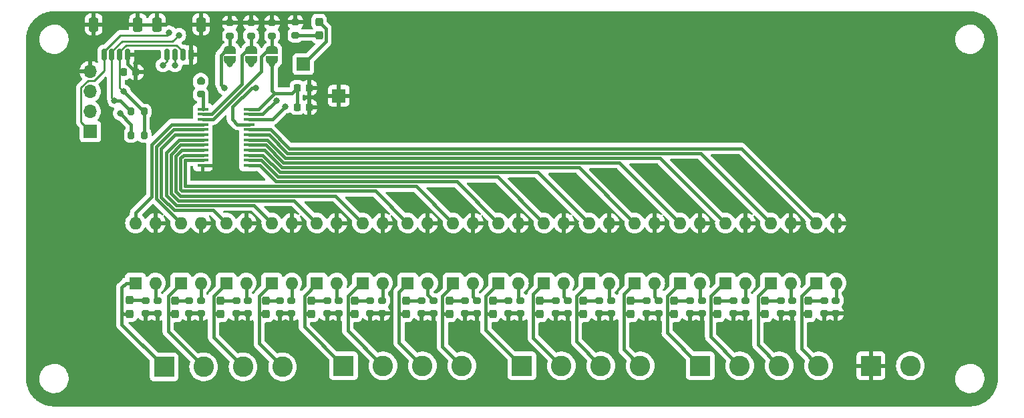
<source format=gtl>
G04 #@! TF.GenerationSoftware,KiCad,Pcbnew,7.0.1*
G04 #@! TF.CreationDate,2023-06-13T03:05:22-04:00*
G04 #@! TF.ProjectId,i2c 24vin,69326320-3234-4766-996e-2e6b69636164,rev?*
G04 #@! TF.SameCoordinates,Original*
G04 #@! TF.FileFunction,Copper,L1,Top*
G04 #@! TF.FilePolarity,Positive*
%FSLAX46Y46*%
G04 Gerber Fmt 4.6, Leading zero omitted, Abs format (unit mm)*
G04 Created by KiCad (PCBNEW 7.0.1) date 2023-06-13 03:05:22*
%MOMM*%
%LPD*%
G01*
G04 APERTURE LIST*
G04 Aperture macros list*
%AMRoundRect*
0 Rectangle with rounded corners*
0 $1 Rounding radius*
0 $2 $3 $4 $5 $6 $7 $8 $9 X,Y pos of 4 corners*
0 Add a 4 corners polygon primitive as box body*
4,1,4,$2,$3,$4,$5,$6,$7,$8,$9,$2,$3,0*
0 Add four circle primitives for the rounded corners*
1,1,$1+$1,$2,$3*
1,1,$1+$1,$4,$5*
1,1,$1+$1,$6,$7*
1,1,$1+$1,$8,$9*
0 Add four rect primitives between the rounded corners*
20,1,$1+$1,$2,$3,$4,$5,0*
20,1,$1+$1,$4,$5,$6,$7,0*
20,1,$1+$1,$6,$7,$8,$9,0*
20,1,$1+$1,$8,$9,$2,$3,0*%
%AMFreePoly0*
4,1,19,0.500000,-0.750000,0.000000,-0.750000,0.000000,-0.744911,-0.071157,-0.744911,-0.207708,-0.704816,-0.327430,-0.627875,-0.420627,-0.520320,-0.479746,-0.390866,-0.500000,-0.250000,-0.500000,0.250000,-0.479746,0.390866,-0.420627,0.520320,-0.327430,0.627875,-0.207708,0.704816,-0.071157,0.744911,0.000000,0.744911,0.000000,0.750000,0.500000,0.750000,0.500000,-0.750000,0.500000,-0.750000,
$1*%
%AMFreePoly1*
4,1,19,0.000000,0.744911,0.071157,0.744911,0.207708,0.704816,0.327430,0.627875,0.420627,0.520320,0.479746,0.390866,0.500000,0.250000,0.500000,-0.250000,0.479746,-0.390866,0.420627,-0.520320,0.327430,-0.627875,0.207708,-0.704816,0.071157,-0.744911,0.000000,-0.744911,0.000000,-0.750000,-0.500000,-0.750000,-0.500000,0.750000,0.000000,0.750000,0.000000,0.744911,0.000000,0.744911,
$1*%
G04 Aperture macros list end*
G04 #@! TA.AperFunction,SMDPad,CuDef*
%ADD10RoundRect,0.200000X-0.275000X0.200000X-0.275000X-0.200000X0.275000X-0.200000X0.275000X0.200000X0*%
G04 #@! TD*
G04 #@! TA.AperFunction,ComponentPad*
%ADD11R,2.600000X2.600000*%
G04 #@! TD*
G04 #@! TA.AperFunction,ComponentPad*
%ADD12C,2.600000*%
G04 #@! TD*
G04 #@! TA.AperFunction,ComponentPad*
%ADD13R,1.600000X1.600000*%
G04 #@! TD*
G04 #@! TA.AperFunction,ComponentPad*
%ADD14O,1.600000X1.600000*%
G04 #@! TD*
G04 #@! TA.AperFunction,SMDPad,CuDef*
%ADD15RoundRect,0.237500X-0.237500X0.287500X-0.237500X-0.287500X0.237500X-0.287500X0.237500X0.287500X0*%
G04 #@! TD*
G04 #@! TA.AperFunction,SMDPad,CuDef*
%ADD16RoundRect,0.200000X0.275000X-0.200000X0.275000X0.200000X-0.275000X0.200000X-0.275000X-0.200000X0*%
G04 #@! TD*
G04 #@! TA.AperFunction,SMDPad,CuDef*
%ADD17RoundRect,0.225000X-0.225000X-0.250000X0.225000X-0.250000X0.225000X0.250000X-0.225000X0.250000X0*%
G04 #@! TD*
G04 #@! TA.AperFunction,SMDPad,CuDef*
%ADD18FreePoly0,90.000000*%
G04 #@! TD*
G04 #@! TA.AperFunction,SMDPad,CuDef*
%ADD19FreePoly1,90.000000*%
G04 #@! TD*
G04 #@! TA.AperFunction,SMDPad,CuDef*
%ADD20RoundRect,0.200000X0.200000X0.275000X-0.200000X0.275000X-0.200000X-0.275000X0.200000X-0.275000X0*%
G04 #@! TD*
G04 #@! TA.AperFunction,SMDPad,CuDef*
%ADD21RoundRect,0.150000X0.150000X0.625000X-0.150000X0.625000X-0.150000X-0.625000X0.150000X-0.625000X0*%
G04 #@! TD*
G04 #@! TA.AperFunction,SMDPad,CuDef*
%ADD22RoundRect,0.250000X0.350000X0.650000X-0.350000X0.650000X-0.350000X-0.650000X0.350000X-0.650000X0*%
G04 #@! TD*
G04 #@! TA.AperFunction,ComponentPad*
%ADD23R,1.700000X1.700000*%
G04 #@! TD*
G04 #@! TA.AperFunction,ComponentPad*
%ADD24O,1.700000X1.700000*%
G04 #@! TD*
G04 #@! TA.AperFunction,SMDPad,CuDef*
%ADD25RoundRect,0.237500X0.237500X-0.287500X0.237500X0.287500X-0.237500X0.287500X-0.237500X-0.287500X0*%
G04 #@! TD*
G04 #@! TA.AperFunction,SMDPad,CuDef*
%ADD26R,1.475000X0.450000*%
G04 #@! TD*
G04 #@! TA.AperFunction,ViaPad*
%ADD27C,0.800000*%
G04 #@! TD*
G04 #@! TA.AperFunction,Conductor*
%ADD28C,0.400000*%
G04 #@! TD*
G04 #@! TA.AperFunction,Conductor*
%ADD29C,0.250000*%
G04 #@! TD*
G04 APERTURE END LIST*
D10*
X119000000Y-117000000D03*
X119000000Y-118650000D03*
X159500000Y-117000000D03*
X159500000Y-118650000D03*
D11*
X153703000Y-125313000D03*
D12*
X158703000Y-125313000D03*
X163703000Y-125313000D03*
X168703000Y-125313000D03*
D13*
X162225000Y-114800000D03*
D14*
X164765000Y-114800000D03*
X164765000Y-107180000D03*
X162225000Y-107180000D03*
D15*
X121275000Y-117000000D03*
X121275000Y-118750000D03*
D10*
X106000000Y-117000000D03*
X106000000Y-118650000D03*
X107500000Y-117000000D03*
X107500000Y-118650000D03*
X130500000Y-117000000D03*
X130500000Y-118650000D03*
X153500000Y-117000000D03*
X153500000Y-118650000D03*
X142500000Y-117000000D03*
X142500000Y-118650000D03*
D16*
X125000000Y-83325000D03*
X125000000Y-81675000D03*
D13*
X133500000Y-114800000D03*
D14*
X136040000Y-114800000D03*
X136040000Y-107180000D03*
X133500000Y-107180000D03*
D10*
X141000000Y-117000000D03*
X141000000Y-118650000D03*
X163500000Y-117000000D03*
X163500000Y-118650000D03*
D17*
X103225000Y-88000000D03*
X104775000Y-88000000D03*
D10*
X111500000Y-117000000D03*
X111500000Y-118650000D03*
D16*
X116713000Y-83405000D03*
X116713000Y-81755000D03*
D10*
X193500000Y-117000000D03*
X193500000Y-118650000D03*
X158000000Y-117000000D03*
X158000000Y-118650000D03*
D18*
X122047000Y-86502000D03*
D19*
X122047000Y-85202000D03*
D10*
X192000000Y-117000000D03*
X192000000Y-118650000D03*
D13*
X191000000Y-114800000D03*
D14*
X193540000Y-114800000D03*
X193540000Y-107180000D03*
X191000000Y-107180000D03*
D20*
X105825000Y-93000000D03*
X104175000Y-93000000D03*
D15*
X184500000Y-117000000D03*
X184500000Y-118750000D03*
D13*
X156500000Y-114800000D03*
D14*
X159040000Y-114800000D03*
X159040000Y-107180000D03*
X156500000Y-107180000D03*
D10*
X169500000Y-117000000D03*
X169500000Y-118650000D03*
D11*
X197946000Y-125313000D03*
D12*
X202946000Y-125313000D03*
D11*
X108364000Y-125440000D03*
D12*
X113364000Y-125440000D03*
X118364000Y-125440000D03*
X123364000Y-125440000D03*
D18*
X116713000Y-86502000D03*
D19*
X116713000Y-85202000D03*
D10*
X113000000Y-117000000D03*
X113000000Y-118650000D03*
D13*
X110460000Y-114800000D03*
D14*
X113000000Y-114800000D03*
X113000000Y-107180000D03*
X110460000Y-107180000D03*
D15*
X132500000Y-117000000D03*
X132500000Y-118750000D03*
X167500000Y-117000000D03*
X167500000Y-118750000D03*
D10*
X186500000Y-117000000D03*
X186500000Y-118650000D03*
D13*
X168000000Y-114800000D03*
D14*
X170540000Y-114800000D03*
X170540000Y-107180000D03*
X168000000Y-107180000D03*
D15*
X127000000Y-117000000D03*
X127000000Y-118750000D03*
X156000000Y-117000000D03*
X156000000Y-118750000D03*
D11*
X131097000Y-125313000D03*
D12*
X136097000Y-125313000D03*
X141097000Y-125313000D03*
X146097000Y-125313000D03*
D17*
X125225000Y-90000000D03*
X126775000Y-90000000D03*
D21*
X111736000Y-85820000D03*
X110736000Y-85820000D03*
X109736000Y-85820000D03*
X108736000Y-85820000D03*
D22*
X113036000Y-81945000D03*
X107436000Y-81945000D03*
D18*
X119380000Y-86502000D03*
D19*
X119380000Y-85202000D03*
D17*
X125225000Y-92456000D03*
X126775000Y-92456000D03*
D15*
X139000000Y-117000000D03*
X139000000Y-118750000D03*
X104000000Y-116950000D03*
X104000000Y-118700000D03*
D10*
X123000000Y-117000000D03*
X123000000Y-118650000D03*
X152000000Y-117000000D03*
X152000000Y-118650000D03*
D23*
X99000000Y-95544000D03*
D24*
X99000000Y-93004000D03*
X99000000Y-90464000D03*
X99000000Y-87924000D03*
D13*
X150725000Y-114800000D03*
D14*
X153265000Y-114800000D03*
X153265000Y-107180000D03*
X150725000Y-107180000D03*
D10*
X113000000Y-89175000D03*
X113000000Y-90825000D03*
X129000000Y-117000000D03*
X129000000Y-118650000D03*
X188000000Y-117000000D03*
X188000000Y-118650000D03*
D15*
X173000000Y-117000000D03*
X173000000Y-118750000D03*
D10*
X146500000Y-117000000D03*
X146500000Y-118650000D03*
D13*
X139225000Y-114800000D03*
D14*
X141765000Y-114800000D03*
X141765000Y-107180000D03*
X139225000Y-107180000D03*
D11*
X176309000Y-125313000D03*
D12*
X181309000Y-125313000D03*
X186309000Y-125313000D03*
X191309000Y-125313000D03*
D10*
X176500000Y-117000000D03*
X176500000Y-118650000D03*
D23*
X130500000Y-91000000D03*
D10*
X136000000Y-117000000D03*
X136000000Y-118650000D03*
X180500000Y-117000000D03*
X180500000Y-118650000D03*
D13*
X127725000Y-114800000D03*
D14*
X130265000Y-114800000D03*
X130265000Y-107180000D03*
X127725000Y-107180000D03*
D10*
X148000000Y-117000000D03*
X148000000Y-118650000D03*
X117500000Y-117000000D03*
X117500000Y-118650000D03*
D13*
X179500000Y-114800000D03*
D14*
X182040000Y-114800000D03*
X182040000Y-107180000D03*
X179500000Y-107180000D03*
D21*
X103735000Y-85820000D03*
X102735000Y-85820000D03*
X101735000Y-85820000D03*
X100735000Y-85820000D03*
D22*
X105035000Y-81945000D03*
X99435000Y-81945000D03*
D13*
X116225000Y-114800000D03*
D14*
X118765000Y-114800000D03*
X118765000Y-107180000D03*
X116225000Y-107180000D03*
D23*
X126000000Y-87000000D03*
D13*
X122000000Y-114800000D03*
D14*
X124540000Y-114800000D03*
X124540000Y-107180000D03*
X122000000Y-107180000D03*
D15*
X161500000Y-117000000D03*
X161500000Y-118750000D03*
D16*
X122047000Y-83390000D03*
X122047000Y-81740000D03*
D25*
X128000000Y-83375000D03*
X128000000Y-81625000D03*
D10*
X134500000Y-117000000D03*
X134500000Y-118650000D03*
D13*
X173725000Y-114800000D03*
D14*
X176265000Y-114800000D03*
X176265000Y-107180000D03*
X173725000Y-107180000D03*
D20*
X105825000Y-96000000D03*
X104175000Y-96000000D03*
D10*
X165000000Y-117000000D03*
X165000000Y-118650000D03*
X175000000Y-117000000D03*
X175000000Y-118650000D03*
D15*
X150000000Y-117000000D03*
X150000000Y-118750000D03*
D10*
X171000000Y-117000000D03*
X171000000Y-118650000D03*
D13*
X145000000Y-114800000D03*
D14*
X147540000Y-114800000D03*
X147540000Y-107180000D03*
X145000000Y-107180000D03*
D15*
X178500000Y-117000000D03*
X178500000Y-118750000D03*
D13*
X185225000Y-114800000D03*
D14*
X187765000Y-114800000D03*
X187765000Y-107180000D03*
X185225000Y-107180000D03*
D10*
X182000000Y-117000000D03*
X182000000Y-118650000D03*
D15*
X144500000Y-117000000D03*
X144500000Y-118750000D03*
D10*
X124500000Y-117000000D03*
X124500000Y-118650000D03*
D26*
X113254000Y-92700000D03*
X113254000Y-93350000D03*
X113254000Y-94000000D03*
X113254000Y-94650000D03*
X113254000Y-95300000D03*
X113254000Y-95950000D03*
X113254000Y-96600000D03*
X113254000Y-97250000D03*
X113254000Y-97900000D03*
X113254000Y-98550000D03*
X113254000Y-99200000D03*
X113254000Y-99850000D03*
X119130000Y-99850000D03*
X119130000Y-99200000D03*
X119130000Y-98550000D03*
X119130000Y-97900000D03*
X119130000Y-97250000D03*
X119130000Y-96600000D03*
X119130000Y-95950000D03*
X119130000Y-95300000D03*
X119130000Y-94650000D03*
X119130000Y-94000000D03*
X119130000Y-93350000D03*
X119130000Y-92700000D03*
D15*
X109735000Y-117000000D03*
X109735000Y-118750000D03*
X190000000Y-117000000D03*
X190000000Y-118750000D03*
D13*
X104725000Y-114800000D03*
D14*
X107265000Y-114800000D03*
X107265000Y-107180000D03*
X104725000Y-107180000D03*
D15*
X115500000Y-117000000D03*
X115500000Y-118750000D03*
D16*
X119380000Y-83390000D03*
X119380000Y-81740000D03*
D27*
X112500000Y-120000000D03*
X113030000Y-85598000D03*
X118500000Y-120000000D03*
X110998000Y-127889000D03*
X124000000Y-120000000D03*
X106172000Y-85598000D03*
X138430000Y-127762000D03*
X135500000Y-120000000D03*
X153000000Y-120000000D03*
X179197000Y-127762000D03*
X115951000Y-127762000D03*
X115500000Y-99500000D03*
X188976000Y-127635000D03*
X143637000Y-127889000D03*
X134112000Y-127762000D03*
X187500000Y-120000000D03*
X147500000Y-120000000D03*
X176000000Y-120000000D03*
X166370000Y-127508000D03*
X107000000Y-120000000D03*
X181500000Y-120000000D03*
X164500000Y-120000000D03*
X183642000Y-127635000D03*
X115500000Y-101000000D03*
X161544000Y-127635000D03*
X170500000Y-120000000D03*
X156337000Y-127762000D03*
X142000000Y-120000000D03*
X120904000Y-127635000D03*
X159000000Y-120000000D03*
X113000000Y-89000000D03*
X116713000Y-86995000D03*
X122047000Y-86995000D03*
X119380000Y-86995000D03*
X103211000Y-90464000D03*
X108204000Y-87122000D03*
X109000000Y-83000000D03*
X102762500Y-93237500D03*
X123738000Y-92369000D03*
X102068000Y-91607000D03*
X122595000Y-91607000D03*
X110236000Y-83312000D03*
X109728000Y-87122000D03*
X120000000Y-90000000D03*
X116000000Y-90000000D03*
D28*
X125000000Y-83325000D02*
X127950000Y-83325000D01*
X127950000Y-83325000D02*
X128000000Y-83375000D01*
X107436000Y-81945000D02*
X108555000Y-81945000D01*
X108555000Y-81945000D02*
X109000000Y-81500000D01*
X107436000Y-81945000D02*
X105035000Y-81945000D01*
X109000000Y-81500000D02*
X110500000Y-81500000D01*
X103735000Y-86960000D02*
X104775000Y-88000000D01*
X105950000Y-85820000D02*
X106172000Y-85598000D01*
X115150000Y-99850000D02*
X115500000Y-99500000D01*
X110945000Y-81945000D02*
X113036000Y-81945000D01*
X103735000Y-85820000D02*
X105950000Y-85820000D01*
X103735000Y-85820000D02*
X103735000Y-86960000D01*
X110500000Y-81500000D02*
X110945000Y-81945000D01*
X113254000Y-99850000D02*
X115150000Y-99850000D01*
X127000000Y-117000000D02*
X129000000Y-117000000D01*
X126125000Y-116400000D02*
X126125000Y-118500000D01*
X127725000Y-114800000D02*
X126125000Y-116400000D01*
X126125000Y-118500000D02*
X126125000Y-120341000D01*
X126375000Y-118750000D02*
X126125000Y-118500000D01*
X127000000Y-118750000D02*
X126375000Y-118750000D01*
X126125000Y-120341000D02*
X131097000Y-125313000D01*
X104000000Y-116950000D02*
X105950000Y-116950000D01*
X105950000Y-116950000D02*
X106000000Y-117000000D01*
X103000000Y-120076000D02*
X108364000Y-125440000D01*
X104725000Y-114800000D02*
X103525000Y-114800000D01*
X103000000Y-118500000D02*
X103000000Y-120076000D01*
X103000000Y-115325000D02*
X103000000Y-118500000D01*
X103525000Y-114800000D02*
X103000000Y-115325000D01*
X104000000Y-118700000D02*
X103200000Y-118700000D01*
X103200000Y-118700000D02*
X103000000Y-118500000D01*
X109735000Y-117000000D02*
X111500000Y-117000000D01*
X108860000Y-118500000D02*
X108860000Y-120936000D01*
X108860000Y-116448439D02*
X108860000Y-118500000D01*
X109735000Y-118750000D02*
X109110000Y-118750000D01*
X110460000Y-114848439D02*
X108860000Y-116448439D01*
X109110000Y-118750000D02*
X108860000Y-118500000D01*
X110460000Y-114800000D02*
X110460000Y-114848439D01*
X108860000Y-120936000D02*
X113364000Y-125440000D01*
X115500000Y-117000000D02*
X117500000Y-117000000D01*
X116225000Y-114800000D02*
X116225000Y-114848439D01*
X114625000Y-118500000D02*
X114625000Y-121701000D01*
X114875000Y-118750000D02*
X114625000Y-118500000D01*
X114625000Y-121701000D02*
X118364000Y-125440000D01*
X116225000Y-114848439D02*
X114625000Y-116448439D01*
X114625000Y-116448439D02*
X114625000Y-118500000D01*
X115500000Y-118750000D02*
X114875000Y-118750000D01*
X121275000Y-117000000D02*
X123000000Y-117000000D01*
X122000000Y-114800000D02*
X120400000Y-116400000D01*
X120400000Y-118500000D02*
X120400000Y-122476000D01*
X120400000Y-122476000D02*
X123364000Y-125440000D01*
X121275000Y-118750000D02*
X120650000Y-118750000D01*
X120650000Y-118750000D02*
X120400000Y-118500000D01*
X120400000Y-116400000D02*
X120400000Y-118500000D01*
X132500000Y-117000000D02*
X134500000Y-117000000D01*
X133500000Y-114800000D02*
X133273439Y-114800000D01*
X131625000Y-118500000D02*
X131625000Y-120841000D01*
X131875000Y-118750000D02*
X131625000Y-118500000D01*
X131625000Y-116448439D02*
X131625000Y-118500000D01*
X133273439Y-114800000D02*
X131625000Y-116448439D01*
X131625000Y-120841000D02*
X136097000Y-125313000D01*
X132500000Y-118750000D02*
X131875000Y-118750000D01*
X139000000Y-117000000D02*
X141000000Y-117000000D01*
X138375000Y-118750000D02*
X138125000Y-118500000D01*
X138125000Y-122341000D02*
X141097000Y-125313000D01*
X139000000Y-118750000D02*
X138375000Y-118750000D01*
X138125000Y-115900000D02*
X138125000Y-118500000D01*
X139225000Y-114800000D02*
X138125000Y-115900000D01*
X138125000Y-118500000D02*
X138125000Y-122341000D01*
X144500000Y-117000000D02*
X146500000Y-117000000D01*
X128000000Y-81625000D02*
X128875000Y-82500000D01*
D29*
X109936072Y-84574000D02*
X110736000Y-85373928D01*
X110736000Y-85373928D02*
X110736000Y-85820000D01*
X102735000Y-85820000D02*
X102735000Y-85373928D01*
D28*
X125225000Y-90000000D02*
X125225000Y-92456000D01*
X105747000Y-93000000D02*
X103211000Y-90464000D01*
X128875000Y-82500000D02*
X128875000Y-84125000D01*
X128875000Y-84125000D02*
X126000000Y-87000000D01*
D29*
X103534928Y-84574000D02*
X109936072Y-84574000D01*
D28*
X124547000Y-90678000D02*
X125225000Y-90000000D01*
X105825000Y-96000000D02*
X105825000Y-93000000D01*
X119130000Y-92700000D02*
X120330000Y-92700000D01*
X105825000Y-93000000D02*
X105747000Y-93000000D01*
D29*
X102735000Y-85373928D02*
X103534928Y-84574000D01*
D28*
X122047000Y-90373000D02*
X122352000Y-90678000D01*
X122352000Y-90678000D02*
X124547000Y-90678000D01*
X120330000Y-92700000D02*
X122352000Y-90678000D01*
D29*
X102735000Y-85820000D02*
X102735000Y-89988000D01*
D28*
X122047000Y-86995000D02*
X122047000Y-90373000D01*
D29*
X102735000Y-89988000D02*
X103211000Y-90464000D01*
D28*
X143875000Y-118750000D02*
X143625000Y-118500000D01*
X143625000Y-118500000D02*
X143625000Y-122841000D01*
X143625000Y-122841000D02*
X146097000Y-125313000D01*
X144500000Y-118750000D02*
X143875000Y-118750000D01*
X145000000Y-115073439D02*
X143625000Y-116448439D01*
X145000000Y-114800000D02*
X145000000Y-115073439D01*
X143625000Y-116448439D02*
X143625000Y-118500000D01*
D29*
X99000000Y-95544000D02*
X97825489Y-94369489D01*
X102796928Y-83312000D02*
X100735000Y-85373928D01*
X108688000Y-83312000D02*
X102796928Y-83312000D01*
D28*
X122107000Y-94000000D02*
X123738000Y-92369000D01*
X119130000Y-94000000D02*
X122107000Y-94000000D01*
D29*
X109000000Y-83000000D02*
X108688000Y-83312000D01*
D28*
X104175000Y-96000000D02*
X104175000Y-94650000D01*
D29*
X108204000Y-87122000D02*
X108736000Y-86590000D01*
X97825489Y-94369489D02*
X97825489Y-89977501D01*
X100735000Y-85373928D02*
X100735000Y-85820000D01*
X108736000Y-86590000D02*
X108736000Y-85820000D01*
X99496489Y-89098511D02*
X100735000Y-87860000D01*
X97825489Y-89977501D02*
X98704479Y-89098511D01*
X98704479Y-89098511D02*
X99496489Y-89098511D01*
D28*
X104175000Y-94650000D02*
X102762500Y-93237500D01*
D29*
X100735000Y-87860000D02*
X100735000Y-85820000D01*
X110236000Y-83312000D02*
X109423520Y-84124480D01*
X101735000Y-85373928D02*
X101735000Y-85820000D01*
X109728000Y-85828000D02*
X109736000Y-85820000D01*
X101735000Y-85820000D02*
X101735000Y-91274000D01*
X101735000Y-91274000D02*
X102068000Y-91607000D01*
D28*
X104175000Y-93000000D02*
X102782000Y-91607000D01*
X120852000Y-93350000D02*
X122595000Y-91607000D01*
D29*
X103034928Y-84074000D02*
X101735000Y-85373928D01*
D28*
X102782000Y-91607000D02*
X102068000Y-91607000D01*
D29*
X103085408Y-84124480D02*
X103034928Y-84074000D01*
X109423520Y-84124480D02*
X103085408Y-84124480D01*
X109728000Y-87122000D02*
X109728000Y-85828000D01*
D28*
X119130000Y-93350000D02*
X120852000Y-93350000D01*
X173000000Y-117000000D02*
X175000000Y-117000000D01*
X172125000Y-116400000D02*
X172125000Y-118500000D01*
X172125000Y-121129000D02*
X176309000Y-125313000D01*
X173725000Y-114800000D02*
X172125000Y-116400000D01*
X173000000Y-118750000D02*
X172375000Y-118750000D01*
X172375000Y-118750000D02*
X172125000Y-118500000D01*
X172125000Y-118500000D02*
X172125000Y-121129000D01*
X150000000Y-117000000D02*
X152000000Y-117000000D01*
X149125000Y-118500000D02*
X149125000Y-120735000D01*
X150000000Y-118750000D02*
X149375000Y-118750000D01*
X149125000Y-120735000D02*
X153703000Y-125313000D01*
X150725000Y-114800000D02*
X150725000Y-114848439D01*
X149375000Y-118750000D02*
X149125000Y-118500000D01*
X150725000Y-114848439D02*
X149125000Y-116448439D01*
X149125000Y-116448439D02*
X149125000Y-118500000D01*
X156000000Y-117000000D02*
X158000000Y-117000000D01*
X155125000Y-118500000D02*
X155125000Y-116175000D01*
X155125000Y-116175000D02*
X156500000Y-114800000D01*
X155125000Y-121735000D02*
X155125000Y-118500000D01*
X155375000Y-118750000D02*
X155125000Y-118500000D01*
X156000000Y-118750000D02*
X155375000Y-118750000D01*
X158703000Y-125313000D02*
X155125000Y-121735000D01*
X161500000Y-117000000D02*
X163500000Y-117000000D01*
X161500000Y-118750000D02*
X160875000Y-118750000D01*
X160875000Y-118750000D02*
X160625000Y-118500000D01*
X160625000Y-122235000D02*
X163703000Y-125313000D01*
X160625000Y-116400000D02*
X160625000Y-118500000D01*
X162225000Y-114800000D02*
X160625000Y-116400000D01*
X160625000Y-118500000D02*
X160625000Y-122235000D01*
X167500000Y-117000000D02*
X169500000Y-117000000D01*
X167500000Y-118750000D02*
X166875000Y-118750000D01*
X166625000Y-118500000D02*
X166625000Y-123235000D01*
X166625000Y-116175000D02*
X166625000Y-118500000D01*
X166625000Y-123235000D02*
X168703000Y-125313000D01*
X168000000Y-114800000D02*
X166625000Y-116175000D01*
X166875000Y-118750000D02*
X166625000Y-118500000D01*
X178500000Y-117000000D02*
X180500000Y-117000000D01*
X178500000Y-118750000D02*
X177875000Y-118750000D01*
X177875000Y-118750000D02*
X177625000Y-118500000D01*
X177625000Y-118500000D02*
X177625000Y-121629000D01*
X179273439Y-114800000D02*
X177625000Y-116448439D01*
X177625000Y-116448439D02*
X177625000Y-118500000D01*
X179500000Y-114800000D02*
X179273439Y-114800000D01*
X177625000Y-121629000D02*
X181309000Y-125313000D01*
X184500000Y-117000000D02*
X186500000Y-117000000D01*
X185225000Y-114800000D02*
X185225000Y-114848439D01*
X183625000Y-116448439D02*
X183625000Y-118500000D01*
X184500000Y-118750000D02*
X183875000Y-118750000D01*
X183625000Y-122629000D02*
X186309000Y-125313000D01*
X183625000Y-118500000D02*
X183625000Y-122629000D01*
X183875000Y-118750000D02*
X183625000Y-118500000D01*
X185225000Y-114848439D02*
X183625000Y-116448439D01*
X190000000Y-117000000D02*
X192000000Y-117000000D01*
X189375000Y-118750000D02*
X189125000Y-118500000D01*
X189125000Y-123129000D02*
X191309000Y-125313000D01*
X189125000Y-116448439D02*
X189125000Y-118500000D01*
X189125000Y-118500000D02*
X189125000Y-123129000D01*
X191000000Y-114800000D02*
X190773439Y-114800000D01*
X190773439Y-114800000D02*
X189125000Y-116448439D01*
X190000000Y-118750000D02*
X189375000Y-118750000D01*
X113254000Y-91079000D02*
X113000000Y-90825000D01*
X113254000Y-92700000D02*
X113254000Y-91079000D01*
X113254000Y-93350000D02*
X114391500Y-93350000D01*
X118230480Y-85836514D02*
X118864994Y-85202000D01*
X118864994Y-85202000D02*
X119380000Y-85202000D01*
X119380000Y-83390000D02*
X119380000Y-85202000D01*
X118230480Y-89511020D02*
X118230480Y-85836514D01*
X114391500Y-93350000D02*
X118230480Y-89511020D01*
X120650000Y-86083994D02*
X121531994Y-85202000D01*
X113254000Y-94000000D02*
X114590028Y-94000000D01*
X114590028Y-94000000D02*
X120650000Y-87940028D01*
X121531994Y-85202000D02*
X122047000Y-85202000D01*
X122047000Y-83390000D02*
X122047000Y-85202000D01*
X120650000Y-87940028D02*
X120650000Y-86083994D01*
X106800000Y-103800000D02*
X104725000Y-105875000D01*
X109350000Y-94650000D02*
X106800000Y-97200000D01*
X113254000Y-94650000D02*
X109350000Y-94650000D01*
X106800000Y-97200000D02*
X106800000Y-103800000D01*
X104725000Y-105875000D02*
X104725000Y-107180000D01*
X107400000Y-104120000D02*
X110460000Y-107180000D01*
X113254000Y-95300000D02*
X109548528Y-95300000D01*
X109548528Y-95300000D02*
X107400000Y-97448528D01*
X107400000Y-97448528D02*
X107400000Y-104120000D01*
X108000000Y-103871472D02*
X109628528Y-105500000D01*
X109628528Y-105500000D02*
X114545000Y-105500000D01*
X108000000Y-97697056D02*
X108000000Y-103871472D01*
X114545000Y-105500000D02*
X116225000Y-107180000D01*
X113254000Y-95950000D02*
X109747056Y-95950000D01*
X109747056Y-95950000D02*
X108000000Y-97697056D01*
X130265000Y-116765000D02*
X130500000Y-117000000D01*
X130265000Y-114800000D02*
X130265000Y-116765000D01*
X109877056Y-104900000D02*
X119720000Y-104900000D01*
X108600000Y-98205888D02*
X108600000Y-103622944D01*
X119720000Y-104900000D02*
X122000000Y-107180000D01*
X108600000Y-103622944D02*
X109877056Y-104900000D01*
X110205888Y-96600000D02*
X108600000Y-98205888D01*
X113254000Y-96600000D02*
X110205888Y-96600000D01*
X110125584Y-104300000D02*
X124845000Y-104300000D01*
X109200000Y-103374416D02*
X110125584Y-104300000D01*
X124845000Y-104300000D02*
X127725000Y-107180000D01*
X113254000Y-97250000D02*
X110404416Y-97250000D01*
X110404416Y-97250000D02*
X109200000Y-98454416D01*
X109200000Y-98454416D02*
X109200000Y-103374416D01*
X113254000Y-97900000D02*
X110602944Y-97900000D01*
X110602944Y-97900000D02*
X109800000Y-98702944D01*
X109800000Y-98702944D02*
X109800000Y-103125888D01*
X110374112Y-103700000D02*
X130020000Y-103700000D01*
X109800000Y-103125888D02*
X110374112Y-103700000D01*
X130020000Y-103700000D02*
X133500000Y-107180000D01*
X107265000Y-116765000D02*
X107500000Y-117000000D01*
X107265000Y-114800000D02*
X107265000Y-116765000D01*
X110400000Y-102877360D02*
X110622640Y-103100000D01*
X110801472Y-98550000D02*
X110400000Y-98951472D01*
X135145000Y-103100000D02*
X139225000Y-107180000D01*
X113254000Y-98550000D02*
X110801472Y-98550000D01*
X110622640Y-103100000D02*
X135145000Y-103100000D01*
X110400000Y-98951472D02*
X110400000Y-102877360D01*
X111000000Y-99200000D02*
X111000000Y-102500000D01*
X113254000Y-99200000D02*
X111000000Y-99200000D01*
X111000000Y-102500000D02*
X140320000Y-102500000D01*
X140320000Y-102500000D02*
X145000000Y-107180000D01*
X122500000Y-101900000D02*
X145445000Y-101900000D01*
X119130000Y-99850000D02*
X120450000Y-99850000D01*
X120450000Y-99850000D02*
X122500000Y-101900000D01*
X145445000Y-101900000D02*
X150725000Y-107180000D01*
X113000000Y-114800000D02*
X113000000Y-117000000D01*
X119130000Y-99200000D02*
X120648528Y-99200000D01*
X150620000Y-101300000D02*
X156500000Y-107180000D01*
X122748528Y-101300000D02*
X150620000Y-101300000D01*
X120648528Y-99200000D02*
X122748528Y-101300000D01*
X155745000Y-100700000D02*
X162225000Y-107180000D01*
X120847056Y-98550000D02*
X122997056Y-100700000D01*
X122997056Y-100700000D02*
X155745000Y-100700000D01*
X119130000Y-98550000D02*
X120847056Y-98550000D01*
X160920000Y-100100000D02*
X168000000Y-107180000D01*
X121045584Y-97900000D02*
X123245584Y-100100000D01*
X123245584Y-100100000D02*
X160920000Y-100100000D01*
X119130000Y-97900000D02*
X121045584Y-97900000D01*
X118765000Y-114800000D02*
X118765000Y-116765000D01*
X118765000Y-116765000D02*
X119000000Y-117000000D01*
X121244112Y-97250000D02*
X123494112Y-99500000D01*
X119130000Y-97250000D02*
X121244112Y-97250000D01*
X123494112Y-99500000D02*
X166045000Y-99500000D01*
X166045000Y-99500000D02*
X173725000Y-107180000D01*
X119130000Y-96600000D02*
X121442640Y-96600000D01*
X123742640Y-98900000D02*
X171220000Y-98900000D01*
X171220000Y-98900000D02*
X179500000Y-107180000D01*
X121442640Y-96600000D02*
X123742640Y-98900000D01*
X121641168Y-95950000D02*
X123991168Y-98300000D01*
X119130000Y-95950000D02*
X121641168Y-95950000D01*
X176345000Y-98300000D02*
X185225000Y-107180000D01*
X123991168Y-98300000D02*
X176345000Y-98300000D01*
X193540000Y-116960000D02*
X193500000Y-117000000D01*
X193540000Y-114800000D02*
X193540000Y-116960000D01*
X181520000Y-97700000D02*
X191000000Y-107180000D01*
X124239696Y-97700000D02*
X181520000Y-97700000D01*
X121839696Y-95300000D02*
X124239696Y-97700000D01*
X119130000Y-95300000D02*
X121839696Y-95300000D01*
X116713000Y-85202000D02*
X116197314Y-85202000D01*
X120000000Y-90000000D02*
X119438556Y-90000000D01*
X116713000Y-83405000D02*
X116713000Y-85202000D01*
X116197314Y-85202000D02*
X115563000Y-85836314D01*
X117650000Y-94650000D02*
X119130000Y-94650000D01*
X117000000Y-94000000D02*
X117650000Y-94650000D01*
X115563000Y-89563000D02*
X116000000Y-90000000D01*
X115563000Y-85836314D02*
X115563000Y-89563000D01*
X119438556Y-90000000D02*
X117000000Y-92438556D01*
X117000000Y-92438556D02*
X117000000Y-94000000D01*
X124540000Y-116960000D02*
X124500000Y-117000000D01*
X124540000Y-114800000D02*
X124540000Y-116960000D01*
X136040000Y-116960000D02*
X136000000Y-117000000D01*
X136040000Y-114800000D02*
X136040000Y-116960000D01*
X141765000Y-114800000D02*
X141765000Y-116265000D01*
X141765000Y-116265000D02*
X142500000Y-117000000D01*
X147540000Y-116540000D02*
X148000000Y-117000000D01*
X147540000Y-114800000D02*
X147540000Y-116540000D01*
X176265000Y-114800000D02*
X176265000Y-116765000D01*
X176265000Y-116765000D02*
X176500000Y-117000000D01*
X153265000Y-114800000D02*
X153265000Y-116765000D01*
X153265000Y-116765000D02*
X153500000Y-117000000D01*
X159040000Y-116540000D02*
X159500000Y-117000000D01*
X159040000Y-114800000D02*
X159040000Y-116540000D01*
X164765000Y-116765000D02*
X165000000Y-117000000D01*
X164765000Y-114800000D02*
X164765000Y-116765000D01*
X170540000Y-114800000D02*
X170540000Y-116540000D01*
X170540000Y-116540000D02*
X171000000Y-117000000D01*
X182040000Y-114800000D02*
X182040000Y-116960000D01*
X182040000Y-116960000D02*
X182000000Y-117000000D01*
X187765000Y-116765000D02*
X188000000Y-117000000D01*
X187765000Y-114800000D02*
X187765000Y-116765000D01*
G04 #@! TA.AperFunction,Conductor*
G36*
X116239561Y-93502752D02*
G01*
X116277767Y-93547485D01*
X116291500Y-93604688D01*
X116291500Y-93974782D01*
X116291270Y-93982390D01*
X116287597Y-94043093D01*
X116298559Y-94102910D01*
X116299704Y-94110432D01*
X116307035Y-94170801D01*
X116310649Y-94180332D01*
X116316770Y-94202289D01*
X116318610Y-94212329D01*
X116343572Y-94267794D01*
X116346483Y-94274822D01*
X116368045Y-94331673D01*
X116373839Y-94340068D01*
X116385036Y-94359922D01*
X116389223Y-94369224D01*
X116426725Y-94417092D01*
X116431235Y-94423220D01*
X116441210Y-94437671D01*
X116465785Y-94473273D01*
X116511142Y-94513456D01*
X116511316Y-94513610D01*
X116516857Y-94518827D01*
X117131171Y-95133141D01*
X117136388Y-95138682D01*
X117176727Y-95184215D01*
X117226783Y-95218766D01*
X117232891Y-95223260D01*
X117280774Y-95260775D01*
X117290071Y-95264959D01*
X117309931Y-95276161D01*
X117318321Y-95281952D01*
X117318323Y-95281952D01*
X117318325Y-95281954D01*
X117375203Y-95303524D01*
X117382189Y-95306418D01*
X117437671Y-95331389D01*
X117447704Y-95333227D01*
X117469666Y-95339349D01*
X117479199Y-95342965D01*
X117539565Y-95350294D01*
X117547064Y-95351435D01*
X117606908Y-95362402D01*
X117667616Y-95358729D01*
X117675223Y-95358500D01*
X117758000Y-95358500D01*
X117821000Y-95375381D01*
X117867119Y-95421500D01*
X117884000Y-95484500D01*
X117884000Y-95573642D01*
X117888073Y-95611533D01*
X117888073Y-95638465D01*
X117884000Y-95676359D01*
X117884000Y-96223642D01*
X117888073Y-96261533D01*
X117888073Y-96288465D01*
X117884000Y-96326358D01*
X117884000Y-96873642D01*
X117888073Y-96911533D01*
X117888073Y-96938465D01*
X117884000Y-96976359D01*
X117884000Y-97523642D01*
X117888073Y-97561533D01*
X117888073Y-97588465D01*
X117884000Y-97626359D01*
X117884000Y-98173642D01*
X117888073Y-98211533D01*
X117888073Y-98238465D01*
X117884000Y-98276358D01*
X117884000Y-98823642D01*
X117888073Y-98861533D01*
X117888073Y-98888465D01*
X117884000Y-98926359D01*
X117884000Y-99473642D01*
X117888073Y-99511533D01*
X117888073Y-99538465D01*
X117884000Y-99576358D01*
X117884000Y-99576362D01*
X117884000Y-100123638D01*
X117890511Y-100184201D01*
X117913339Y-100245405D01*
X117941611Y-100321205D01*
X118029238Y-100438261D01*
X118146294Y-100525888D01*
X118146295Y-100525888D01*
X118146296Y-100525889D01*
X118283299Y-100576989D01*
X118343862Y-100583500D01*
X119916138Y-100583500D01*
X119976701Y-100576989D01*
X120004970Y-100566444D01*
X120049003Y-100558500D01*
X120104340Y-100558500D01*
X120152558Y-100568091D01*
X120193435Y-100595405D01*
X121174435Y-101576405D01*
X121205173Y-101626564D01*
X121209789Y-101685211D01*
X121187276Y-101739561D01*
X121142543Y-101777767D01*
X121085340Y-101791500D01*
X111834500Y-101791500D01*
X111771500Y-101774619D01*
X111725381Y-101728500D01*
X111708500Y-101665500D01*
X111708500Y-100034500D01*
X111725381Y-99971500D01*
X111771500Y-99925381D01*
X111834500Y-99908500D01*
X111882500Y-99908500D01*
X111945500Y-99925381D01*
X111991619Y-99971500D01*
X112008500Y-100034500D01*
X112008500Y-100123589D01*
X112015005Y-100184093D01*
X112066054Y-100320962D01*
X112153595Y-100437904D01*
X112270537Y-100525445D01*
X112407406Y-100576494D01*
X112467911Y-100583000D01*
X113029000Y-100583000D01*
X113029000Y-100059500D01*
X113045881Y-99996500D01*
X113092000Y-99950381D01*
X113155000Y-99933500D01*
X113353000Y-99933500D01*
X113416000Y-99950381D01*
X113462119Y-99996500D01*
X113479000Y-100059500D01*
X113479000Y-100583000D01*
X114040089Y-100583000D01*
X114100593Y-100576494D01*
X114237462Y-100525445D01*
X114354404Y-100437904D01*
X114441945Y-100320962D01*
X114492994Y-100184093D01*
X114499500Y-100123589D01*
X114499500Y-100075000D01*
X114350293Y-100075000D01*
X114289908Y-100059588D01*
X114244295Y-100017121D01*
X114224614Y-99957989D01*
X114235679Y-99896658D01*
X114274784Y-99848132D01*
X114354761Y-99788261D01*
X114439180Y-99675491D01*
X114483648Y-99638328D01*
X114486954Y-99637546D01*
X114499500Y-99625001D01*
X114499500Y-99576411D01*
X114495673Y-99540819D01*
X114495673Y-99513886D01*
X114500000Y-99473638D01*
X114500000Y-98926362D01*
X114495926Y-98888465D01*
X114495926Y-98861530D01*
X114500000Y-98823638D01*
X114500000Y-98276362D01*
X114495926Y-98238469D01*
X114495926Y-98211531D01*
X114500000Y-98173638D01*
X114500000Y-97626361D01*
X114495926Y-97588468D01*
X114495926Y-97561530D01*
X114500000Y-97523638D01*
X114500000Y-96976361D01*
X114495926Y-96938468D01*
X114495926Y-96911530D01*
X114500000Y-96873638D01*
X114500000Y-96326362D01*
X114495926Y-96288469D01*
X114495926Y-96261531D01*
X114500000Y-96223638D01*
X114500000Y-95676361D01*
X114495926Y-95638468D01*
X114495926Y-95611530D01*
X114500000Y-95573638D01*
X114500000Y-95026362D01*
X114495926Y-94988469D01*
X114495926Y-94961531D01*
X114500000Y-94923638D01*
X114500000Y-94838202D01*
X114518171Y-94773018D01*
X114567444Y-94726635D01*
X114618177Y-94715743D01*
X114618071Y-94715160D01*
X114633120Y-94712401D01*
X114633121Y-94712402D01*
X114692969Y-94701434D01*
X114700426Y-94700299D01*
X114760829Y-94692965D01*
X114770356Y-94689351D01*
X114792322Y-94683227D01*
X114802357Y-94681389D01*
X114857825Y-94656423D01*
X114864830Y-94653522D01*
X114921703Y-94631954D01*
X114930097Y-94626159D01*
X114949954Y-94614960D01*
X114959254Y-94610775D01*
X115007168Y-94573235D01*
X115013207Y-94568791D01*
X115063301Y-94534215D01*
X115103640Y-94488680D01*
X115108823Y-94483173D01*
X116076407Y-93515590D01*
X116126564Y-93484855D01*
X116185211Y-93480239D01*
X116239561Y-93502752D01*
G37*
G04 #@! TD.AperFunction*
G04 #@! TA.AperFunction,Conductor*
G36*
X210482093Y-80278651D02*
G01*
X210631620Y-80285997D01*
X210828245Y-80296303D01*
X210840101Y-80297490D01*
X211007701Y-80322351D01*
X211008662Y-80322498D01*
X211185112Y-80350445D01*
X211195953Y-80352656D01*
X211363728Y-80394682D01*
X211365688Y-80395190D01*
X211534591Y-80440448D01*
X211544412Y-80443516D01*
X211708612Y-80502268D01*
X211711318Y-80503271D01*
X211873120Y-80565381D01*
X211881837Y-80569109D01*
X211954214Y-80603340D01*
X212040208Y-80644012D01*
X212043434Y-80645596D01*
X212197287Y-80723988D01*
X212204816Y-80728157D01*
X212290992Y-80779809D01*
X212355410Y-80818420D01*
X212359257Y-80820821D01*
X212503647Y-80914589D01*
X212510080Y-80919057D01*
X212651272Y-81023772D01*
X212655482Y-81027035D01*
X212789147Y-81135274D01*
X212794441Y-81139811D01*
X212924789Y-81257952D01*
X212929268Y-81262217D01*
X213050781Y-81383730D01*
X213055046Y-81388209D01*
X213173184Y-81518554D01*
X213177730Y-81523858D01*
X213285954Y-81657504D01*
X213289226Y-81661726D01*
X213393941Y-81802918D01*
X213398409Y-81809351D01*
X213492177Y-81953741D01*
X213494578Y-81957588D01*
X213584831Y-82108164D01*
X213589021Y-82115732D01*
X213647203Y-82229919D01*
X213667370Y-82269499D01*
X213669006Y-82272831D01*
X213743889Y-82431161D01*
X213747617Y-82439878D01*
X213809727Y-82601680D01*
X213810730Y-82604386D01*
X213869482Y-82768586D01*
X213872555Y-82778423D01*
X213917807Y-82947308D01*
X213918324Y-82949302D01*
X213960334Y-83117009D01*
X213962559Y-83127916D01*
X213990484Y-83304233D01*
X213990671Y-83305455D01*
X214015506Y-83472879D01*
X214016697Y-83484772D01*
X214026997Y-83681301D01*
X214027018Y-83681713D01*
X214034348Y-83830906D01*
X214034500Y-83837089D01*
X214034500Y-126736699D01*
X214033080Y-126744292D01*
X214034395Y-126782955D01*
X214034455Y-126789063D01*
X214032336Y-126935169D01*
X214032329Y-126935591D01*
X214028607Y-127144059D01*
X214027796Y-127156256D01*
X214008229Y-127325793D01*
X214008078Y-127327051D01*
X213984989Y-127510862D01*
X213983062Y-127522078D01*
X213945611Y-127693320D01*
X213945143Y-127695377D01*
X213903613Y-127871121D01*
X213900762Y-127881267D01*
X213845752Y-128049676D01*
X213844803Y-128052471D01*
X213785351Y-128220996D01*
X213781775Y-128230010D01*
X213709773Y-128392932D01*
X213708187Y-128396379D01*
X213631485Y-128556698D01*
X213627386Y-128564546D01*
X213539134Y-128719928D01*
X213536769Y-128723919D01*
X213443656Y-128874655D01*
X213439231Y-128881333D01*
X213335679Y-129027325D01*
X213332411Y-129031727D01*
X213223896Y-129171417D01*
X213219339Y-129176950D01*
X213101569Y-129311947D01*
X213097294Y-129316607D01*
X212974526Y-129443839D01*
X212970021Y-129448279D01*
X212839320Y-129570785D01*
X212833952Y-129575536D01*
X212698219Y-129688971D01*
X212693939Y-129692393D01*
X212551731Y-129801095D01*
X212545214Y-129805756D01*
X212397901Y-129904187D01*
X212393997Y-129906693D01*
X212241868Y-130000431D01*
X212234172Y-130004808D01*
X212076699Y-130087181D01*
X212073309Y-130088889D01*
X211913037Y-130166670D01*
X211904157Y-130170565D01*
X211737876Y-130235988D01*
X211735118Y-130237036D01*
X211568784Y-130298022D01*
X211558745Y-130301233D01*
X211384593Y-130349010D01*
X211382554Y-130349551D01*
X211212750Y-130393092D01*
X211201609Y-130395419D01*
X211018775Y-130425046D01*
X211017525Y-130425242D01*
X210848768Y-130450852D01*
X210836608Y-130452097D01*
X210628329Y-130463262D01*
X210627906Y-130463284D01*
X210482164Y-130470606D01*
X210475840Y-130470765D01*
X94403088Y-130468500D01*
X94396907Y-130468348D01*
X94247713Y-130461018D01*
X94247301Y-130460997D01*
X94050772Y-130450697D01*
X94038879Y-130449506D01*
X93871455Y-130424671D01*
X93870233Y-130424484D01*
X93693916Y-130396559D01*
X93683012Y-130394334D01*
X93664777Y-130389767D01*
X93515302Y-130352324D01*
X93513308Y-130351807D01*
X93344423Y-130306555D01*
X93334586Y-130303482D01*
X93170386Y-130244730D01*
X93167680Y-130243727D01*
X93005878Y-130181617D01*
X92997161Y-130177889D01*
X92838831Y-130103006D01*
X92835499Y-130101370D01*
X92807652Y-130087181D01*
X92681732Y-130023021D01*
X92674164Y-130018831D01*
X92523588Y-129928578D01*
X92519741Y-129926177D01*
X92375351Y-129832409D01*
X92368918Y-129827941D01*
X92227726Y-129723226D01*
X92223504Y-129719954D01*
X92089858Y-129611730D01*
X92084554Y-129607184D01*
X91954209Y-129489046D01*
X91949730Y-129484781D01*
X91828217Y-129363268D01*
X91823952Y-129358789D01*
X91705811Y-129228441D01*
X91701274Y-129223147D01*
X91593035Y-129089482D01*
X91589772Y-129085272D01*
X91485057Y-128944080D01*
X91480589Y-128937647D01*
X91386821Y-128793257D01*
X91384420Y-128789410D01*
X91342774Y-128719928D01*
X91294157Y-128638816D01*
X91289988Y-128631287D01*
X91211596Y-128477434D01*
X91210012Y-128474208D01*
X91166203Y-128381582D01*
X91135109Y-128315837D01*
X91131381Y-128307120D01*
X91069271Y-128145318D01*
X91068268Y-128142612D01*
X91009516Y-127978412D01*
X91006448Y-127968591D01*
X90961190Y-127799688D01*
X90960674Y-127797696D01*
X90955791Y-127778201D01*
X90918656Y-127629953D01*
X90916445Y-127619112D01*
X90888498Y-127442662D01*
X90888351Y-127441701D01*
X90863490Y-127274101D01*
X90862303Y-127262245D01*
X90851997Y-127065620D01*
X90847828Y-126980766D01*
X92545787Y-126980766D01*
X92575413Y-127250015D01*
X92581715Y-127274119D01*
X92643928Y-127512088D01*
X92749870Y-127761390D01*
X92890982Y-127992610D01*
X93064255Y-128200820D01*
X93064256Y-128200821D01*
X93064258Y-128200823D01*
X93265993Y-128381578D01*
X93265995Y-128381579D01*
X93265998Y-128381582D01*
X93491910Y-128531044D01*
X93615650Y-128589051D01*
X93737171Y-128646018D01*
X93737173Y-128646018D01*
X93737176Y-128646020D01*
X93996569Y-128724060D01*
X93996572Y-128724060D01*
X93996574Y-128724061D01*
X94264558Y-128763500D01*
X94264561Y-128763500D01*
X94467630Y-128763500D01*
X94467631Y-128763500D01*
X94670156Y-128748677D01*
X94934553Y-128689780D01*
X95187558Y-128593014D01*
X95423777Y-128460441D01*
X95638177Y-128294888D01*
X95826186Y-128099881D01*
X95983799Y-127879579D01*
X96107656Y-127638675D01*
X96195118Y-127382305D01*
X96244319Y-127115933D01*
X96254212Y-126845235D01*
X96248031Y-126789063D01*
X96239339Y-126710065D01*
X96224586Y-126575982D01*
X96156072Y-126313912D01*
X96050130Y-126064610D01*
X95909018Y-125833390D01*
X95735745Y-125625180D01*
X95735741Y-125625176D01*
X95534006Y-125444421D01*
X95534003Y-125444419D01*
X95534002Y-125444418D01*
X95308090Y-125294956D01*
X95308086Y-125294954D01*
X95062828Y-125179981D01*
X94803425Y-125101938D01*
X94535442Y-125062500D01*
X94535439Y-125062500D01*
X94332369Y-125062500D01*
X94298614Y-125064970D01*
X94129839Y-125077323D01*
X93865449Y-125136219D01*
X93612441Y-125232985D01*
X93376225Y-125365557D01*
X93161820Y-125531114D01*
X92973815Y-125726117D01*
X92816200Y-125946422D01*
X92692342Y-126187328D01*
X92604882Y-126443693D01*
X92555681Y-126710065D01*
X92545787Y-126980766D01*
X90847828Y-126980766D01*
X90844651Y-126916093D01*
X90844500Y-126909912D01*
X90844500Y-120119093D01*
X102287597Y-120119093D01*
X102298559Y-120178910D01*
X102299704Y-120186432D01*
X102307035Y-120246801D01*
X102310649Y-120256332D01*
X102316770Y-120278289D01*
X102318610Y-120288329D01*
X102343572Y-120343794D01*
X102346483Y-120350822D01*
X102368045Y-120407673D01*
X102373839Y-120416068D01*
X102385036Y-120435922D01*
X102389223Y-120445224D01*
X102426725Y-120493092D01*
X102431235Y-120499220D01*
X102444711Y-120518743D01*
X102465785Y-120549273D01*
X102505475Y-120584435D01*
X102511316Y-120589610D01*
X102516857Y-120594827D01*
X106518595Y-124596565D01*
X106545909Y-124637442D01*
X106555500Y-124685660D01*
X106555500Y-126788638D01*
X106562011Y-126849201D01*
X106574841Y-126883598D01*
X106613111Y-126986205D01*
X106700738Y-127103261D01*
X106817794Y-127190888D01*
X106817795Y-127190888D01*
X106817796Y-127190889D01*
X106954799Y-127241989D01*
X107015362Y-127248500D01*
X109712638Y-127248500D01*
X109773201Y-127241989D01*
X109910204Y-127190889D01*
X110027261Y-127103261D01*
X110114889Y-126986204D01*
X110165989Y-126849201D01*
X110172500Y-126788638D01*
X110172500Y-124091362D01*
X110165989Y-124030799D01*
X110114889Y-123893796D01*
X110114888Y-123893794D01*
X110027261Y-123776738D01*
X109910205Y-123689111D01*
X109805599Y-123650095D01*
X109773201Y-123638011D01*
X109712638Y-123631500D01*
X107609660Y-123631500D01*
X107561442Y-123621909D01*
X107520565Y-123594595D01*
X103874564Y-119948594D01*
X103843826Y-119898435D01*
X103839210Y-119839788D01*
X103861723Y-119785438D01*
X103906456Y-119747232D01*
X103963656Y-119733499D01*
X104287212Y-119733499D01*
X104389381Y-119723062D01*
X104554920Y-119668209D01*
X104703346Y-119576658D01*
X104826658Y-119453346D01*
X104918209Y-119304920D01*
X104922318Y-119292516D01*
X104962560Y-119234285D01*
X105027852Y-119206939D01*
X105097586Y-119219113D01*
X105149750Y-119266966D01*
X105163581Y-119289845D01*
X105285153Y-119411417D01*
X105432293Y-119500366D01*
X105596444Y-119551518D01*
X105667774Y-119558000D01*
X105746000Y-119558000D01*
X105746000Y-118904000D01*
X106254000Y-118904000D01*
X106254000Y-119557999D01*
X106332225Y-119557999D01*
X106403556Y-119551518D01*
X106567707Y-119500365D01*
X106684814Y-119429572D01*
X106749999Y-119411400D01*
X106815183Y-119429571D01*
X106932293Y-119500366D01*
X107096444Y-119551518D01*
X107167774Y-119558000D01*
X107246000Y-119558000D01*
X107246000Y-118904000D01*
X106254000Y-118904000D01*
X105746000Y-118904000D01*
X105746000Y-118522000D01*
X105762881Y-118459000D01*
X105809000Y-118412881D01*
X105872000Y-118396000D01*
X107628000Y-118396000D01*
X107691000Y-118412881D01*
X107737119Y-118459000D01*
X107754000Y-118522000D01*
X107754000Y-119557999D01*
X107832225Y-119557999D01*
X107903557Y-119551518D01*
X107988015Y-119525200D01*
X108046338Y-119521230D01*
X108100175Y-119544008D01*
X108137939Y-119588632D01*
X108151500Y-119645495D01*
X108151500Y-120910782D01*
X108151270Y-120918390D01*
X108147597Y-120979093D01*
X108158559Y-121038910D01*
X108159704Y-121046432D01*
X108167035Y-121106801D01*
X108170649Y-121116332D01*
X108176770Y-121138289D01*
X108178610Y-121148329D01*
X108203572Y-121203794D01*
X108206483Y-121210822D01*
X108228045Y-121267673D01*
X108233839Y-121276068D01*
X108245036Y-121295922D01*
X108249223Y-121305224D01*
X108286725Y-121353092D01*
X108291235Y-121359220D01*
X108325785Y-121409273D01*
X108357712Y-121437558D01*
X108371316Y-121449610D01*
X108376857Y-121454827D01*
X111628042Y-124706012D01*
X111655053Y-124746164D01*
X111664937Y-124793536D01*
X111656237Y-124841140D01*
X111631001Y-124905439D01*
X111570685Y-125169699D01*
X111550429Y-125440000D01*
X111570685Y-125710300D01*
X111631001Y-125974560D01*
X111730029Y-126226880D01*
X111865557Y-126461621D01*
X112034554Y-126673538D01*
X112034557Y-126673540D01*
X112034558Y-126673542D01*
X112233257Y-126857907D01*
X112457215Y-127010599D01*
X112566951Y-127063445D01*
X112701427Y-127128206D01*
X112749554Y-127143051D01*
X112960442Y-127208101D01*
X113228472Y-127248500D01*
X113499526Y-127248500D01*
X113499528Y-127248500D01*
X113767558Y-127208101D01*
X114026572Y-127128206D01*
X114270786Y-127010599D01*
X114494743Y-126857907D01*
X114693442Y-126673542D01*
X114862443Y-126461621D01*
X114997971Y-126226879D01*
X115096999Y-125974559D01*
X115157315Y-125710299D01*
X115177571Y-125440000D01*
X115157315Y-125169701D01*
X115096999Y-124905441D01*
X114997971Y-124653121D01*
X114862443Y-124418379D01*
X114761164Y-124291379D01*
X114693445Y-124206461D01*
X114693442Y-124206458D01*
X114494743Y-124022093D01*
X114270786Y-123869401D01*
X114270785Y-123869400D01*
X114270783Y-123869399D01*
X114026572Y-123751793D01*
X113823358Y-123689111D01*
X113767558Y-123671899D01*
X113499528Y-123631500D01*
X113228472Y-123631500D01*
X112960442Y-123671899D01*
X112960438Y-123671900D01*
X112960439Y-123671900D01*
X112755891Y-123734994D01*
X112688422Y-123736887D01*
X112629657Y-123703687D01*
X109605405Y-120679435D01*
X109578091Y-120638558D01*
X109568500Y-120590340D01*
X109568500Y-119909500D01*
X109585381Y-119846500D01*
X109631500Y-119800381D01*
X109694500Y-119783500D01*
X110022197Y-119783499D01*
X110022212Y-119783499D01*
X110124381Y-119773062D01*
X110289920Y-119718209D01*
X110438346Y-119626658D01*
X110561658Y-119503346D01*
X110598336Y-119443881D01*
X110637876Y-119403763D01*
X110690948Y-119384882D01*
X110746944Y-119391014D01*
X110770634Y-119405866D01*
X110772063Y-119403504D01*
X110932293Y-119500366D01*
X111096444Y-119551518D01*
X111167774Y-119558000D01*
X111246000Y-119558000D01*
X111246000Y-118904000D01*
X111754000Y-118904000D01*
X111754000Y-119557999D01*
X111832225Y-119557999D01*
X111903556Y-119551518D01*
X112067707Y-119500365D01*
X112184814Y-119429572D01*
X112249999Y-119411400D01*
X112315183Y-119429571D01*
X112432293Y-119500366D01*
X112596444Y-119551518D01*
X112667774Y-119558000D01*
X112746000Y-119558000D01*
X112746000Y-118904000D01*
X111754000Y-118904000D01*
X111246000Y-118904000D01*
X111246000Y-118522000D01*
X111262881Y-118459000D01*
X111309000Y-118412881D01*
X111372000Y-118396000D01*
X113128000Y-118396000D01*
X113191000Y-118412881D01*
X113237119Y-118459000D01*
X113254000Y-118522000D01*
X113254000Y-119557999D01*
X113332225Y-119557999D01*
X113403556Y-119551518D01*
X113567707Y-119500365D01*
X113725315Y-119405089D01*
X113788597Y-119386931D01*
X113852398Y-119403169D01*
X113899301Y-119449368D01*
X113916500Y-119512917D01*
X113916500Y-121675782D01*
X113916270Y-121683390D01*
X113912597Y-121744093D01*
X113923559Y-121803910D01*
X113924704Y-121811432D01*
X113932035Y-121871801D01*
X113935649Y-121881332D01*
X113941770Y-121903289D01*
X113943610Y-121913329D01*
X113968572Y-121968794D01*
X113971483Y-121975822D01*
X113993045Y-122032673D01*
X113998839Y-122041068D01*
X114010036Y-122060922D01*
X114014223Y-122070224D01*
X114051725Y-122118092D01*
X114056235Y-122124220D01*
X114090785Y-122174273D01*
X114129162Y-122208272D01*
X114136316Y-122214610D01*
X114141857Y-122219827D01*
X116628042Y-124706012D01*
X116655053Y-124746164D01*
X116664937Y-124793536D01*
X116656237Y-124841140D01*
X116631001Y-124905439D01*
X116570685Y-125169699D01*
X116550429Y-125440000D01*
X116570685Y-125710300D01*
X116631001Y-125974560D01*
X116730029Y-126226880D01*
X116865557Y-126461621D01*
X117034554Y-126673538D01*
X117034557Y-126673540D01*
X117034558Y-126673542D01*
X117233257Y-126857907D01*
X117457215Y-127010599D01*
X117566951Y-127063445D01*
X117701427Y-127128206D01*
X117749554Y-127143051D01*
X117960442Y-127208101D01*
X118228472Y-127248500D01*
X118499526Y-127248500D01*
X118499528Y-127248500D01*
X118767558Y-127208101D01*
X119026572Y-127128206D01*
X119270786Y-127010599D01*
X119494743Y-126857907D01*
X119693442Y-126673542D01*
X119862443Y-126461621D01*
X119997971Y-126226879D01*
X120096999Y-125974559D01*
X120157315Y-125710299D01*
X120177571Y-125440000D01*
X120157315Y-125169701D01*
X120096999Y-124905441D01*
X119997971Y-124653121D01*
X119862443Y-124418379D01*
X119761164Y-124291379D01*
X119693445Y-124206461D01*
X119693442Y-124206458D01*
X119494743Y-124022093D01*
X119270786Y-123869401D01*
X119270785Y-123869400D01*
X119270783Y-123869399D01*
X119026572Y-123751793D01*
X118823358Y-123689111D01*
X118767558Y-123671899D01*
X118499528Y-123631500D01*
X118228472Y-123631500D01*
X117960442Y-123671899D01*
X117960438Y-123671900D01*
X117960439Y-123671900D01*
X117755891Y-123734994D01*
X117688422Y-123736887D01*
X117629657Y-123703687D01*
X115370405Y-121444435D01*
X115343091Y-121403558D01*
X115333500Y-121355340D01*
X115333500Y-119909500D01*
X115350381Y-119846500D01*
X115396500Y-119800381D01*
X115459500Y-119783500D01*
X115787197Y-119783499D01*
X115787212Y-119783499D01*
X115889381Y-119773062D01*
X116054920Y-119718209D01*
X116203346Y-119626658D01*
X116326658Y-119503346D01*
X116418209Y-119354920D01*
X116433020Y-119310220D01*
X116473263Y-119251988D01*
X116538555Y-119224642D01*
X116608288Y-119236816D01*
X116660452Y-119284669D01*
X116663581Y-119289845D01*
X116785153Y-119411417D01*
X116932293Y-119500366D01*
X117096444Y-119551518D01*
X117167774Y-119558000D01*
X117246000Y-119558000D01*
X117246000Y-118904000D01*
X117754000Y-118904000D01*
X117754000Y-119557999D01*
X117832225Y-119557999D01*
X117903556Y-119551518D01*
X118067707Y-119500365D01*
X118184814Y-119429572D01*
X118249999Y-119411400D01*
X118315183Y-119429571D01*
X118432293Y-119500366D01*
X118596444Y-119551518D01*
X118667774Y-119558000D01*
X118746000Y-119558000D01*
X118746000Y-118904000D01*
X117754000Y-118904000D01*
X117246000Y-118904000D01*
X117246000Y-118522000D01*
X117262881Y-118459000D01*
X117309000Y-118412881D01*
X117372000Y-118396000D01*
X119128000Y-118396000D01*
X119191000Y-118412881D01*
X119237119Y-118459000D01*
X119254000Y-118522000D01*
X119254000Y-119557999D01*
X119332225Y-119557999D01*
X119403556Y-119551518D01*
X119528014Y-119512735D01*
X119586337Y-119508765D01*
X119640175Y-119531543D01*
X119677939Y-119576166D01*
X119691500Y-119633030D01*
X119691500Y-122450782D01*
X119691270Y-122458390D01*
X119687597Y-122519093D01*
X119698559Y-122578910D01*
X119699704Y-122586432D01*
X119707035Y-122646801D01*
X119710649Y-122656332D01*
X119716770Y-122678289D01*
X119718610Y-122688329D01*
X119743572Y-122743794D01*
X119746483Y-122750822D01*
X119768045Y-122807673D01*
X119773839Y-122816068D01*
X119785036Y-122835922D01*
X119789223Y-122845224D01*
X119826725Y-122893092D01*
X119831235Y-122899220D01*
X119834412Y-122903822D01*
X119865785Y-122949273D01*
X119888129Y-122969068D01*
X119911316Y-122989610D01*
X119916857Y-122994827D01*
X121628042Y-124706012D01*
X121655053Y-124746164D01*
X121664937Y-124793536D01*
X121656237Y-124841140D01*
X121631001Y-124905439D01*
X121570685Y-125169699D01*
X121550429Y-125440000D01*
X121570685Y-125710300D01*
X121631001Y-125974560D01*
X121730029Y-126226880D01*
X121865557Y-126461621D01*
X122034554Y-126673538D01*
X122034557Y-126673540D01*
X122034558Y-126673542D01*
X122233257Y-126857907D01*
X122457215Y-127010599D01*
X122566951Y-127063445D01*
X122701427Y-127128206D01*
X122749554Y-127143051D01*
X122960442Y-127208101D01*
X123228472Y-127248500D01*
X123499526Y-127248500D01*
X123499528Y-127248500D01*
X123767558Y-127208101D01*
X124026572Y-127128206D01*
X124270786Y-127010599D01*
X124494743Y-126857907D01*
X124693442Y-126673542D01*
X124862443Y-126461621D01*
X124997971Y-126226879D01*
X125096999Y-125974559D01*
X125157315Y-125710299D01*
X125177571Y-125440000D01*
X125157315Y-125169701D01*
X125096999Y-124905441D01*
X124997971Y-124653121D01*
X124862443Y-124418379D01*
X124761164Y-124291379D01*
X124693445Y-124206461D01*
X124693442Y-124206458D01*
X124494743Y-124022093D01*
X124270786Y-123869401D01*
X124270785Y-123869400D01*
X124270783Y-123869399D01*
X124026572Y-123751793D01*
X123823358Y-123689111D01*
X123767558Y-123671899D01*
X123499528Y-123631500D01*
X123228472Y-123631500D01*
X122960442Y-123671899D01*
X122960438Y-123671900D01*
X122960439Y-123671900D01*
X122755891Y-123734994D01*
X122688422Y-123736887D01*
X122629657Y-123703687D01*
X121145405Y-122219435D01*
X121118091Y-122178558D01*
X121108500Y-122130340D01*
X121108500Y-119909500D01*
X121125381Y-119846500D01*
X121171500Y-119800381D01*
X121234500Y-119783500D01*
X121562197Y-119783499D01*
X121562212Y-119783499D01*
X121664381Y-119773062D01*
X121829920Y-119718209D01*
X121978346Y-119626658D01*
X122101658Y-119503346D01*
X122127240Y-119461870D01*
X122174349Y-119417292D01*
X122237393Y-119402052D01*
X122299665Y-119420190D01*
X122432292Y-119500365D01*
X122596444Y-119551518D01*
X122667774Y-119558000D01*
X122746000Y-119558000D01*
X122746000Y-118904000D01*
X123254000Y-118904000D01*
X123254000Y-119557999D01*
X123332225Y-119557999D01*
X123403556Y-119551518D01*
X123567707Y-119500365D01*
X123684814Y-119429572D01*
X123749999Y-119411400D01*
X123815183Y-119429571D01*
X123932293Y-119500366D01*
X124096444Y-119551518D01*
X124167774Y-119558000D01*
X124246000Y-119558000D01*
X124246000Y-118904000D01*
X123254000Y-118904000D01*
X122746000Y-118904000D01*
X122746000Y-118522000D01*
X122762881Y-118459000D01*
X122809000Y-118412881D01*
X122872000Y-118396000D01*
X124628000Y-118396000D01*
X124691000Y-118412881D01*
X124737119Y-118459000D01*
X124754000Y-118522000D01*
X124754000Y-119557999D01*
X124832225Y-119557999D01*
X124903556Y-119551518D01*
X125067707Y-119500365D01*
X125225315Y-119405089D01*
X125288597Y-119386931D01*
X125352398Y-119403169D01*
X125399301Y-119449368D01*
X125416500Y-119512917D01*
X125416500Y-120315782D01*
X125416270Y-120323390D01*
X125412597Y-120384093D01*
X125423559Y-120443910D01*
X125424704Y-120451432D01*
X125432035Y-120511801D01*
X125435649Y-120521332D01*
X125441770Y-120543289D01*
X125443610Y-120553329D01*
X125468572Y-120608794D01*
X125471483Y-120615822D01*
X125493045Y-120672673D01*
X125498839Y-120681068D01*
X125510036Y-120700922D01*
X125514223Y-120710224D01*
X125551725Y-120758092D01*
X125556235Y-120764220D01*
X125590785Y-120814273D01*
X125625956Y-120845432D01*
X125636316Y-120854610D01*
X125641857Y-120859827D01*
X129251595Y-124469565D01*
X129278909Y-124510442D01*
X129288500Y-124558660D01*
X129288500Y-126661638D01*
X129295011Y-126722201D01*
X129320561Y-126790702D01*
X129346111Y-126859205D01*
X129433738Y-126976261D01*
X129550794Y-127063888D01*
X129550795Y-127063888D01*
X129550796Y-127063889D01*
X129687799Y-127114989D01*
X129748362Y-127121500D01*
X132445638Y-127121500D01*
X132506201Y-127114989D01*
X132643204Y-127063889D01*
X132760261Y-126976261D01*
X132847889Y-126859204D01*
X132898989Y-126722201D01*
X132905500Y-126661638D01*
X132905500Y-123964362D01*
X132898989Y-123903799D01*
X132847889Y-123766796D01*
X132847888Y-123766794D01*
X132760261Y-123649738D01*
X132643205Y-123562111D01*
X132574702Y-123536560D01*
X132506201Y-123511011D01*
X132445638Y-123504500D01*
X130342660Y-123504500D01*
X130294442Y-123494909D01*
X130253565Y-123467595D01*
X126870405Y-120084435D01*
X126843091Y-120043558D01*
X126833500Y-119995340D01*
X126833500Y-119909500D01*
X126850381Y-119846500D01*
X126896500Y-119800381D01*
X126959500Y-119783500D01*
X127287197Y-119783499D01*
X127287212Y-119783499D01*
X127389381Y-119773062D01*
X127554920Y-119718209D01*
X127703346Y-119626658D01*
X127826658Y-119503346D01*
X127918209Y-119354920D01*
X127933020Y-119310220D01*
X127973263Y-119251988D01*
X128038555Y-119224642D01*
X128108288Y-119236816D01*
X128160452Y-119284669D01*
X128163581Y-119289845D01*
X128285153Y-119411417D01*
X128432293Y-119500366D01*
X128596444Y-119551518D01*
X128667774Y-119558000D01*
X128746000Y-119558000D01*
X128746000Y-118904000D01*
X129254000Y-118904000D01*
X129254000Y-119557999D01*
X129332225Y-119557999D01*
X129403556Y-119551518D01*
X129567707Y-119500365D01*
X129684814Y-119429572D01*
X129749999Y-119411400D01*
X129815183Y-119429571D01*
X129932293Y-119500366D01*
X130096444Y-119551518D01*
X130167774Y-119558000D01*
X130246000Y-119558000D01*
X130246000Y-118904000D01*
X129254000Y-118904000D01*
X128746000Y-118904000D01*
X128746000Y-118522000D01*
X128762881Y-118459000D01*
X128809000Y-118412881D01*
X128872000Y-118396000D01*
X130628000Y-118396000D01*
X130691000Y-118412881D01*
X130737119Y-118459000D01*
X130754000Y-118522000D01*
X130754000Y-119557999D01*
X130790500Y-119557999D01*
X130853500Y-119574880D01*
X130899619Y-119620999D01*
X130916500Y-119683999D01*
X130916500Y-120815782D01*
X130916270Y-120823390D01*
X130912597Y-120884093D01*
X130923559Y-120943910D01*
X130924704Y-120951432D01*
X130932035Y-121011801D01*
X130935649Y-121021332D01*
X130941770Y-121043289D01*
X130943610Y-121053329D01*
X130968572Y-121108794D01*
X130971483Y-121115822D01*
X130993045Y-121172673D01*
X130998839Y-121181068D01*
X131010036Y-121200922D01*
X131014223Y-121210224D01*
X131051725Y-121258092D01*
X131056235Y-121264220D01*
X131069433Y-121283340D01*
X131090785Y-121314273D01*
X131136316Y-121354610D01*
X131141857Y-121359827D01*
X134361042Y-124579012D01*
X134388053Y-124619164D01*
X134397937Y-124666536D01*
X134389237Y-124714140D01*
X134364001Y-124778439D01*
X134303685Y-125042699D01*
X134283429Y-125312999D01*
X134303685Y-125583300D01*
X134364001Y-125847560D01*
X134463029Y-126099880D01*
X134598557Y-126334621D01*
X134767554Y-126546538D01*
X134767557Y-126546540D01*
X134767558Y-126546542D01*
X134966257Y-126730907D01*
X135190215Y-126883599D01*
X135297301Y-126935169D01*
X135434427Y-127001206D01*
X135492192Y-127019023D01*
X135693442Y-127081101D01*
X135961472Y-127121500D01*
X136232526Y-127121500D01*
X136232528Y-127121500D01*
X136500558Y-127081101D01*
X136759572Y-127001206D01*
X137003786Y-126883599D01*
X137227743Y-126730907D01*
X137426442Y-126546542D01*
X137595443Y-126334621D01*
X137730971Y-126099879D01*
X137829999Y-125847559D01*
X137890315Y-125583299D01*
X137910571Y-125313000D01*
X137890315Y-125042701D01*
X137829999Y-124778441D01*
X137730971Y-124526121D01*
X137595443Y-124291379D01*
X137527721Y-124206458D01*
X137426445Y-124079461D01*
X137426442Y-124079458D01*
X137227743Y-123895093D01*
X137003786Y-123742401D01*
X137003785Y-123742400D01*
X137003783Y-123742399D01*
X136759572Y-123624793D01*
X136556358Y-123562111D01*
X136500558Y-123544899D01*
X136232528Y-123504500D01*
X135961472Y-123504500D01*
X135693442Y-123544899D01*
X135679845Y-123549093D01*
X135488891Y-123607994D01*
X135421422Y-123609887D01*
X135362657Y-123576687D01*
X134170063Y-122384093D01*
X137412597Y-122384093D01*
X137423559Y-122443910D01*
X137424704Y-122451432D01*
X137432035Y-122511801D01*
X137435649Y-122521332D01*
X137441770Y-122543289D01*
X137443610Y-122553329D01*
X137468572Y-122608794D01*
X137471483Y-122615822D01*
X137493045Y-122672673D01*
X137498839Y-122681068D01*
X137510036Y-122700922D01*
X137514223Y-122710224D01*
X137551725Y-122758092D01*
X137556235Y-122764220D01*
X137590785Y-122814273D01*
X137625724Y-122845226D01*
X137636316Y-122854610D01*
X137641857Y-122859827D01*
X139361042Y-124579012D01*
X139388053Y-124619164D01*
X139397937Y-124666536D01*
X139389237Y-124714140D01*
X139364001Y-124778439D01*
X139303685Y-125042699D01*
X139283429Y-125312999D01*
X139303685Y-125583300D01*
X139364001Y-125847560D01*
X139463029Y-126099880D01*
X139598557Y-126334621D01*
X139767554Y-126546538D01*
X139767557Y-126546540D01*
X139767558Y-126546542D01*
X139966257Y-126730907D01*
X140190215Y-126883599D01*
X140297301Y-126935169D01*
X140434427Y-127001206D01*
X140492192Y-127019023D01*
X140693442Y-127081101D01*
X140961472Y-127121500D01*
X141232526Y-127121500D01*
X141232528Y-127121500D01*
X141500558Y-127081101D01*
X141759572Y-127001206D01*
X142003786Y-126883599D01*
X142227743Y-126730907D01*
X142426442Y-126546542D01*
X142595443Y-126334621D01*
X142730971Y-126099879D01*
X142829999Y-125847559D01*
X142890315Y-125583299D01*
X142910571Y-125313000D01*
X142890315Y-125042701D01*
X142829999Y-124778441D01*
X142730971Y-124526121D01*
X142595443Y-124291379D01*
X142527721Y-124206458D01*
X142426445Y-124079461D01*
X142426442Y-124079458D01*
X142227743Y-123895093D01*
X142003786Y-123742401D01*
X142003785Y-123742400D01*
X142003783Y-123742399D01*
X141759572Y-123624793D01*
X141556358Y-123562111D01*
X141500558Y-123544899D01*
X141232528Y-123504500D01*
X140961472Y-123504500D01*
X140693442Y-123544899D01*
X140679845Y-123549093D01*
X140488891Y-123607994D01*
X140421422Y-123609887D01*
X140362657Y-123576687D01*
X138870405Y-122084435D01*
X138843091Y-122043558D01*
X138833500Y-121995340D01*
X138833500Y-119909500D01*
X138850381Y-119846500D01*
X138896500Y-119800381D01*
X138959500Y-119783500D01*
X139287197Y-119783499D01*
X139287212Y-119783499D01*
X139389381Y-119773062D01*
X139554920Y-119718209D01*
X139703346Y-119626658D01*
X139826658Y-119503346D01*
X139918209Y-119354920D01*
X139933020Y-119310220D01*
X139973263Y-119251988D01*
X140038555Y-119224642D01*
X140108288Y-119236816D01*
X140160452Y-119284669D01*
X140163581Y-119289845D01*
X140285153Y-119411417D01*
X140432293Y-119500366D01*
X140596444Y-119551518D01*
X140667774Y-119558000D01*
X140746000Y-119558000D01*
X140746000Y-118904000D01*
X141254000Y-118904000D01*
X141254000Y-119557999D01*
X141332225Y-119557999D01*
X141403556Y-119551518D01*
X141567707Y-119500365D01*
X141684814Y-119429572D01*
X141749999Y-119411400D01*
X141815183Y-119429571D01*
X141932293Y-119500366D01*
X142096444Y-119551518D01*
X142167774Y-119558000D01*
X142246000Y-119558000D01*
X142246000Y-118904000D01*
X141254000Y-118904000D01*
X140746000Y-118904000D01*
X140746000Y-118522000D01*
X140762881Y-118459000D01*
X140809000Y-118412881D01*
X140872000Y-118396000D01*
X142628000Y-118396000D01*
X142691000Y-118412881D01*
X142737119Y-118459000D01*
X142754000Y-118522000D01*
X142754000Y-119557999D01*
X142790500Y-119557999D01*
X142853500Y-119574880D01*
X142899619Y-119620999D01*
X142916500Y-119683999D01*
X142916500Y-122815782D01*
X142916270Y-122823390D01*
X142912597Y-122884093D01*
X142923559Y-122943910D01*
X142924704Y-122951432D01*
X142932035Y-123011801D01*
X142935649Y-123021332D01*
X142941770Y-123043289D01*
X142943610Y-123053329D01*
X142968572Y-123108794D01*
X142971483Y-123115822D01*
X142993045Y-123172673D01*
X142998839Y-123181068D01*
X143010036Y-123200922D01*
X143014223Y-123210224D01*
X143051725Y-123258092D01*
X143056235Y-123264220D01*
X143090785Y-123314273D01*
X143125956Y-123345432D01*
X143136316Y-123354610D01*
X143141857Y-123359827D01*
X144361042Y-124579012D01*
X144388053Y-124619164D01*
X144397937Y-124666536D01*
X144389237Y-124714140D01*
X144364001Y-124778439D01*
X144303685Y-125042699D01*
X144283429Y-125312999D01*
X144303685Y-125583300D01*
X144364001Y-125847560D01*
X144463029Y-126099880D01*
X144598557Y-126334621D01*
X144767554Y-126546538D01*
X144767557Y-126546540D01*
X144767558Y-126546542D01*
X144966257Y-126730907D01*
X145190215Y-126883599D01*
X145297301Y-126935169D01*
X145434427Y-127001206D01*
X145492192Y-127019023D01*
X145693442Y-127081101D01*
X145961472Y-127121500D01*
X146232526Y-127121500D01*
X146232528Y-127121500D01*
X146500558Y-127081101D01*
X146759572Y-127001206D01*
X147003786Y-126883599D01*
X147227743Y-126730907D01*
X147426442Y-126546542D01*
X147595443Y-126334621D01*
X147730971Y-126099879D01*
X147829999Y-125847559D01*
X147890315Y-125583299D01*
X147910571Y-125313000D01*
X147890315Y-125042701D01*
X147829999Y-124778441D01*
X147730971Y-124526121D01*
X147595443Y-124291379D01*
X147527721Y-124206458D01*
X147426445Y-124079461D01*
X147426442Y-124079458D01*
X147227743Y-123895093D01*
X147003786Y-123742401D01*
X147003785Y-123742400D01*
X147003783Y-123742399D01*
X146759572Y-123624793D01*
X146556358Y-123562111D01*
X146500558Y-123544899D01*
X146232528Y-123504500D01*
X145961472Y-123504500D01*
X145693442Y-123544899D01*
X145679845Y-123549093D01*
X145488891Y-123607994D01*
X145421422Y-123609887D01*
X145362657Y-123576687D01*
X144370405Y-122584435D01*
X144343091Y-122543558D01*
X144333500Y-122495340D01*
X144333500Y-119909500D01*
X144350381Y-119846500D01*
X144396500Y-119800381D01*
X144459500Y-119783500D01*
X144787197Y-119783499D01*
X144787212Y-119783499D01*
X144889381Y-119773062D01*
X145054920Y-119718209D01*
X145203346Y-119626658D01*
X145326658Y-119503346D01*
X145418209Y-119354920D01*
X145433020Y-119310220D01*
X145473263Y-119251988D01*
X145538555Y-119224642D01*
X145608288Y-119236816D01*
X145660452Y-119284669D01*
X145663581Y-119289845D01*
X145785153Y-119411417D01*
X145932293Y-119500366D01*
X146096444Y-119551518D01*
X146167774Y-119558000D01*
X146246000Y-119558000D01*
X146246000Y-118904000D01*
X146754000Y-118904000D01*
X146754000Y-119557999D01*
X146832225Y-119557999D01*
X146903556Y-119551518D01*
X147067707Y-119500365D01*
X147184814Y-119429572D01*
X147249999Y-119411400D01*
X147315183Y-119429571D01*
X147432293Y-119500366D01*
X147596444Y-119551518D01*
X147667774Y-119558000D01*
X147746000Y-119558000D01*
X147746000Y-118904000D01*
X146754000Y-118904000D01*
X146246000Y-118904000D01*
X146246000Y-118522000D01*
X146262881Y-118459000D01*
X146309000Y-118412881D01*
X146372000Y-118396000D01*
X148128000Y-118396000D01*
X148191000Y-118412881D01*
X148237119Y-118459000D01*
X148254000Y-118522000D01*
X148254000Y-119557999D01*
X148290500Y-119557999D01*
X148353500Y-119574880D01*
X148399619Y-119620999D01*
X148416500Y-119683999D01*
X148416500Y-120709782D01*
X148416270Y-120717390D01*
X148412597Y-120778093D01*
X148423559Y-120837910D01*
X148424704Y-120845432D01*
X148432035Y-120905801D01*
X148435649Y-120915332D01*
X148441770Y-120937289D01*
X148443610Y-120947329D01*
X148468572Y-121002794D01*
X148471483Y-121009822D01*
X148493045Y-121066673D01*
X148498839Y-121075068D01*
X148510036Y-121094922D01*
X148514223Y-121104224D01*
X148551725Y-121152092D01*
X148556235Y-121158220D01*
X148590785Y-121208273D01*
X148625956Y-121239432D01*
X148636316Y-121248610D01*
X148641857Y-121253827D01*
X151857595Y-124469565D01*
X151884909Y-124510442D01*
X151894500Y-124558660D01*
X151894500Y-126661638D01*
X151901011Y-126722201D01*
X151926561Y-126790702D01*
X151952111Y-126859205D01*
X152039738Y-126976261D01*
X152156794Y-127063888D01*
X152156795Y-127063888D01*
X152156796Y-127063889D01*
X152293799Y-127114989D01*
X152354362Y-127121500D01*
X155051638Y-127121500D01*
X155112201Y-127114989D01*
X155249204Y-127063889D01*
X155366261Y-126976261D01*
X155453889Y-126859204D01*
X155504989Y-126722201D01*
X155511500Y-126661638D01*
X155511500Y-123964362D01*
X155504989Y-123903799D01*
X155453889Y-123766796D01*
X155453888Y-123766794D01*
X155366261Y-123649738D01*
X155249205Y-123562111D01*
X155180702Y-123536560D01*
X155112201Y-123511011D01*
X155051638Y-123504500D01*
X152948660Y-123504500D01*
X152900442Y-123494909D01*
X152859565Y-123467595D01*
X149870405Y-120478435D01*
X149843091Y-120437558D01*
X149833500Y-120389340D01*
X149833500Y-119909500D01*
X149850381Y-119846500D01*
X149896500Y-119800381D01*
X149959500Y-119783500D01*
X150287197Y-119783499D01*
X150287212Y-119783499D01*
X150389381Y-119773062D01*
X150554920Y-119718209D01*
X150703346Y-119626658D01*
X150826658Y-119503346D01*
X150918209Y-119354920D01*
X150933020Y-119310220D01*
X150973263Y-119251988D01*
X151038555Y-119224642D01*
X151108288Y-119236816D01*
X151160452Y-119284669D01*
X151163581Y-119289845D01*
X151285153Y-119411417D01*
X151432293Y-119500366D01*
X151596444Y-119551518D01*
X151667774Y-119558000D01*
X151746000Y-119558000D01*
X151746000Y-118904000D01*
X152254000Y-118904000D01*
X152254000Y-119557999D01*
X152332225Y-119557999D01*
X152403556Y-119551518D01*
X152567707Y-119500365D01*
X152684814Y-119429572D01*
X152749999Y-119411400D01*
X152815183Y-119429571D01*
X152932293Y-119500366D01*
X153096444Y-119551518D01*
X153167774Y-119558000D01*
X153246000Y-119558000D01*
X153246000Y-118904000D01*
X152254000Y-118904000D01*
X151746000Y-118904000D01*
X151746000Y-118522000D01*
X151762881Y-118459000D01*
X151809000Y-118412881D01*
X151872000Y-118396000D01*
X153628000Y-118396000D01*
X153691000Y-118412881D01*
X153737119Y-118459000D01*
X153754000Y-118522000D01*
X153754000Y-119557999D01*
X153832225Y-119557999D01*
X153903556Y-119551518D01*
X154067707Y-119500365D01*
X154225315Y-119405089D01*
X154288597Y-119386931D01*
X154352398Y-119403169D01*
X154399301Y-119449368D01*
X154416500Y-119512917D01*
X154416500Y-121709782D01*
X154416270Y-121717390D01*
X154412597Y-121778093D01*
X154423559Y-121837910D01*
X154424704Y-121845432D01*
X154432035Y-121905801D01*
X154435649Y-121915332D01*
X154441770Y-121937289D01*
X154443610Y-121947329D01*
X154468572Y-122002794D01*
X154471483Y-122009822D01*
X154493045Y-122066673D01*
X154498839Y-122075068D01*
X154510036Y-122094922D01*
X154514223Y-122104224D01*
X154551725Y-122152092D01*
X154556235Y-122158220D01*
X154590785Y-122208273D01*
X154636316Y-122248610D01*
X154641857Y-122253827D01*
X156967042Y-124579012D01*
X156994053Y-124619164D01*
X157003937Y-124666536D01*
X156995237Y-124714140D01*
X156970001Y-124778439D01*
X156909685Y-125042699D01*
X156889429Y-125312999D01*
X156909685Y-125583300D01*
X156970001Y-125847560D01*
X157069029Y-126099880D01*
X157204557Y-126334621D01*
X157373554Y-126546538D01*
X157373557Y-126546540D01*
X157373558Y-126546542D01*
X157572257Y-126730907D01*
X157796215Y-126883599D01*
X157903301Y-126935169D01*
X158040427Y-127001206D01*
X158098192Y-127019023D01*
X158299442Y-127081101D01*
X158567472Y-127121500D01*
X158838526Y-127121500D01*
X158838528Y-127121500D01*
X159106558Y-127081101D01*
X159365572Y-127001206D01*
X159609786Y-126883599D01*
X159833743Y-126730907D01*
X160032442Y-126546542D01*
X160201443Y-126334621D01*
X160336971Y-126099879D01*
X160435999Y-125847559D01*
X160496315Y-125583299D01*
X160516571Y-125313000D01*
X160496315Y-125042701D01*
X160435999Y-124778441D01*
X160336971Y-124526121D01*
X160201443Y-124291379D01*
X160133721Y-124206458D01*
X160032445Y-124079461D01*
X160032442Y-124079458D01*
X159833743Y-123895093D01*
X159609786Y-123742401D01*
X159609785Y-123742400D01*
X159609783Y-123742399D01*
X159365572Y-123624793D01*
X159162358Y-123562111D01*
X159106558Y-123544899D01*
X158838528Y-123504500D01*
X158567472Y-123504500D01*
X158299442Y-123544899D01*
X158285845Y-123549093D01*
X158094891Y-123607994D01*
X158027422Y-123609887D01*
X157968657Y-123576687D01*
X155870405Y-121478435D01*
X155843091Y-121437558D01*
X155833500Y-121389340D01*
X155833500Y-119909500D01*
X155850381Y-119846500D01*
X155896500Y-119800381D01*
X155959500Y-119783500D01*
X156287197Y-119783499D01*
X156287212Y-119783499D01*
X156389381Y-119773062D01*
X156554920Y-119718209D01*
X156703346Y-119626658D01*
X156826658Y-119503346D01*
X156918209Y-119354920D01*
X156933020Y-119310220D01*
X156973263Y-119251988D01*
X157038555Y-119224642D01*
X157108288Y-119236816D01*
X157160452Y-119284669D01*
X157163581Y-119289845D01*
X157285153Y-119411417D01*
X157432293Y-119500366D01*
X157596444Y-119551518D01*
X157667774Y-119558000D01*
X157746000Y-119558000D01*
X157746000Y-118904000D01*
X158254000Y-118904000D01*
X158254000Y-119557999D01*
X158332225Y-119557999D01*
X158403556Y-119551518D01*
X158567707Y-119500365D01*
X158684814Y-119429572D01*
X158749999Y-119411400D01*
X158815183Y-119429571D01*
X158932293Y-119500366D01*
X159096444Y-119551518D01*
X159167774Y-119558000D01*
X159246000Y-119558000D01*
X159246000Y-118904000D01*
X158254000Y-118904000D01*
X157746000Y-118904000D01*
X157746000Y-118522000D01*
X157762881Y-118459000D01*
X157809000Y-118412881D01*
X157872000Y-118396000D01*
X159628000Y-118396000D01*
X159691000Y-118412881D01*
X159737119Y-118459000D01*
X159754000Y-118522000D01*
X159754000Y-119557999D01*
X159790500Y-119557999D01*
X159853500Y-119574880D01*
X159899619Y-119620999D01*
X159916500Y-119683999D01*
X159916500Y-122209782D01*
X159916270Y-122217390D01*
X159912597Y-122278093D01*
X159923559Y-122337910D01*
X159924704Y-122345432D01*
X159932035Y-122405801D01*
X159935649Y-122415332D01*
X159941770Y-122437289D01*
X159943610Y-122447329D01*
X159968572Y-122502794D01*
X159971483Y-122509822D01*
X159993045Y-122566673D01*
X159998839Y-122575068D01*
X160010036Y-122594922D01*
X160014223Y-122604224D01*
X160051725Y-122652092D01*
X160056235Y-122658220D01*
X160090785Y-122708273D01*
X160125956Y-122739432D01*
X160136316Y-122748610D01*
X160141857Y-122753827D01*
X161967042Y-124579012D01*
X161994053Y-124619164D01*
X162003937Y-124666536D01*
X161995237Y-124714140D01*
X161970001Y-124778439D01*
X161909685Y-125042699D01*
X161889429Y-125312999D01*
X161909685Y-125583300D01*
X161970001Y-125847560D01*
X162069029Y-126099880D01*
X162204557Y-126334621D01*
X162373554Y-126546538D01*
X162373557Y-126546540D01*
X162373558Y-126546542D01*
X162572257Y-126730907D01*
X162796215Y-126883599D01*
X162903301Y-126935169D01*
X163040427Y-127001206D01*
X163098192Y-127019023D01*
X163299442Y-127081101D01*
X163567472Y-127121500D01*
X163838526Y-127121500D01*
X163838528Y-127121500D01*
X164106558Y-127081101D01*
X164365572Y-127001206D01*
X164609786Y-126883599D01*
X164833743Y-126730907D01*
X165032442Y-126546542D01*
X165201443Y-126334621D01*
X165336971Y-126099879D01*
X165435999Y-125847559D01*
X165496315Y-125583299D01*
X165516571Y-125313000D01*
X165496315Y-125042701D01*
X165435999Y-124778441D01*
X165336971Y-124526121D01*
X165201443Y-124291379D01*
X165133721Y-124206458D01*
X165032445Y-124079461D01*
X165032442Y-124079458D01*
X164833743Y-123895093D01*
X164609786Y-123742401D01*
X164609785Y-123742400D01*
X164609783Y-123742399D01*
X164365572Y-123624793D01*
X164162358Y-123562111D01*
X164106558Y-123544899D01*
X163838528Y-123504500D01*
X163567472Y-123504500D01*
X163299442Y-123544899D01*
X163299441Y-123544899D01*
X163299436Y-123544900D01*
X163094890Y-123607993D01*
X163027422Y-123609886D01*
X162968657Y-123576686D01*
X161370405Y-121978435D01*
X161343091Y-121937558D01*
X161333500Y-121889340D01*
X161333500Y-119909500D01*
X161350381Y-119846500D01*
X161396500Y-119800381D01*
X161459500Y-119783500D01*
X161787197Y-119783499D01*
X161787212Y-119783499D01*
X161889381Y-119773062D01*
X162054920Y-119718209D01*
X162203346Y-119626658D01*
X162326658Y-119503346D01*
X162418209Y-119354920D01*
X162433020Y-119310220D01*
X162473263Y-119251988D01*
X162538555Y-119224642D01*
X162608288Y-119236816D01*
X162660452Y-119284669D01*
X162663581Y-119289845D01*
X162785153Y-119411417D01*
X162932293Y-119500366D01*
X163096444Y-119551518D01*
X163167774Y-119558000D01*
X163246000Y-119558000D01*
X163246000Y-118904000D01*
X163754000Y-118904000D01*
X163754000Y-119557999D01*
X163832225Y-119557999D01*
X163903556Y-119551518D01*
X164067707Y-119500365D01*
X164184814Y-119429572D01*
X164249999Y-119411400D01*
X164315183Y-119429571D01*
X164432293Y-119500366D01*
X164596444Y-119551518D01*
X164667774Y-119558000D01*
X164746000Y-119558000D01*
X164746000Y-118904000D01*
X163754000Y-118904000D01*
X163246000Y-118904000D01*
X163246000Y-118522000D01*
X163262881Y-118459000D01*
X163309000Y-118412881D01*
X163372000Y-118396000D01*
X165128000Y-118396000D01*
X165191000Y-118412881D01*
X165237119Y-118459000D01*
X165254000Y-118522000D01*
X165254000Y-119557999D01*
X165332225Y-119557999D01*
X165403556Y-119551518D01*
X165567707Y-119500365D01*
X165725315Y-119405089D01*
X165788597Y-119386931D01*
X165852398Y-119403169D01*
X165899301Y-119449368D01*
X165916500Y-119512917D01*
X165916500Y-123209782D01*
X165916270Y-123217390D01*
X165912597Y-123278093D01*
X165923559Y-123337910D01*
X165924704Y-123345432D01*
X165932035Y-123405801D01*
X165935649Y-123415332D01*
X165941770Y-123437289D01*
X165943610Y-123447329D01*
X165968572Y-123502794D01*
X165971483Y-123509822D01*
X165993045Y-123566673D01*
X165998839Y-123575068D01*
X166010036Y-123594922D01*
X166014223Y-123604224D01*
X166051725Y-123652092D01*
X166056235Y-123658220D01*
X166065678Y-123671900D01*
X166090785Y-123708273D01*
X166136316Y-123748610D01*
X166141857Y-123753827D01*
X166967042Y-124579012D01*
X166994053Y-124619164D01*
X167003937Y-124666536D01*
X166995237Y-124714140D01*
X166970001Y-124778439D01*
X166909685Y-125042699D01*
X166889429Y-125312999D01*
X166909685Y-125583300D01*
X166970001Y-125847560D01*
X167069029Y-126099880D01*
X167204557Y-126334621D01*
X167373554Y-126546538D01*
X167373557Y-126546540D01*
X167373558Y-126546542D01*
X167572257Y-126730907D01*
X167796215Y-126883599D01*
X167903301Y-126935169D01*
X168040427Y-127001206D01*
X168098192Y-127019023D01*
X168299442Y-127081101D01*
X168567472Y-127121500D01*
X168838526Y-127121500D01*
X168838528Y-127121500D01*
X169106558Y-127081101D01*
X169365572Y-127001206D01*
X169609786Y-126883599D01*
X169833743Y-126730907D01*
X170032442Y-126546542D01*
X170201443Y-126334621D01*
X170336971Y-126099879D01*
X170435999Y-125847559D01*
X170496315Y-125583299D01*
X170516571Y-125313000D01*
X170496315Y-125042701D01*
X170435999Y-124778441D01*
X170336971Y-124526121D01*
X170201443Y-124291379D01*
X170133721Y-124206458D01*
X170032445Y-124079461D01*
X170032442Y-124079458D01*
X169833743Y-123895093D01*
X169609786Y-123742401D01*
X169609785Y-123742400D01*
X169609783Y-123742399D01*
X169365572Y-123624793D01*
X169162358Y-123562111D01*
X169106558Y-123544899D01*
X168838528Y-123504500D01*
X168567472Y-123504500D01*
X168299442Y-123544899D01*
X168285845Y-123549093D01*
X168094891Y-123607994D01*
X168027422Y-123609887D01*
X167968657Y-123576687D01*
X167370405Y-122978435D01*
X167343091Y-122937558D01*
X167333500Y-122889340D01*
X167333500Y-119909500D01*
X167350381Y-119846500D01*
X167396500Y-119800381D01*
X167459500Y-119783500D01*
X167787197Y-119783499D01*
X167787212Y-119783499D01*
X167889381Y-119773062D01*
X168054920Y-119718209D01*
X168203346Y-119626658D01*
X168326658Y-119503346D01*
X168418209Y-119354920D01*
X168433020Y-119310220D01*
X168473263Y-119251988D01*
X168538555Y-119224642D01*
X168608288Y-119236816D01*
X168660452Y-119284669D01*
X168663581Y-119289845D01*
X168785153Y-119411417D01*
X168932293Y-119500366D01*
X169096444Y-119551518D01*
X169167774Y-119558000D01*
X169246000Y-119558000D01*
X169246000Y-118904000D01*
X169754000Y-118904000D01*
X169754000Y-119557999D01*
X169832225Y-119557999D01*
X169903556Y-119551518D01*
X170067707Y-119500365D01*
X170184814Y-119429572D01*
X170249999Y-119411400D01*
X170315183Y-119429571D01*
X170432293Y-119500366D01*
X170596444Y-119551518D01*
X170667774Y-119558000D01*
X170746000Y-119558000D01*
X170746000Y-118904000D01*
X169754000Y-118904000D01*
X169246000Y-118904000D01*
X169246000Y-118522000D01*
X169262881Y-118459000D01*
X169309000Y-118412881D01*
X169372000Y-118396000D01*
X171128000Y-118396000D01*
X171191000Y-118412881D01*
X171237119Y-118459000D01*
X171254000Y-118522000D01*
X171254000Y-119557999D01*
X171290500Y-119557999D01*
X171353500Y-119574880D01*
X171399619Y-119620999D01*
X171416500Y-119683999D01*
X171416500Y-121103782D01*
X171416270Y-121111390D01*
X171412597Y-121172093D01*
X171423559Y-121231910D01*
X171424704Y-121239432D01*
X171432035Y-121299801D01*
X171435649Y-121309332D01*
X171441770Y-121331289D01*
X171443610Y-121341329D01*
X171468572Y-121396794D01*
X171471483Y-121403822D01*
X171493045Y-121460673D01*
X171498839Y-121469068D01*
X171510036Y-121488922D01*
X171514223Y-121498224D01*
X171551725Y-121546092D01*
X171556235Y-121552220D01*
X171590785Y-121602273D01*
X171636316Y-121642610D01*
X171641857Y-121647827D01*
X174463595Y-124469565D01*
X174490909Y-124510442D01*
X174500500Y-124558660D01*
X174500500Y-126661638D01*
X174507011Y-126722201D01*
X174532561Y-126790702D01*
X174558111Y-126859205D01*
X174645738Y-126976261D01*
X174762794Y-127063888D01*
X174762795Y-127063888D01*
X174762796Y-127063889D01*
X174899799Y-127114989D01*
X174960362Y-127121500D01*
X177657638Y-127121500D01*
X177718201Y-127114989D01*
X177855204Y-127063889D01*
X177972261Y-126976261D01*
X178059889Y-126859204D01*
X178110989Y-126722201D01*
X178117500Y-126661638D01*
X178117500Y-123964362D01*
X178110989Y-123903799D01*
X178059889Y-123766796D01*
X178059888Y-123766794D01*
X177972261Y-123649738D01*
X177855205Y-123562111D01*
X177786702Y-123536560D01*
X177718201Y-123511011D01*
X177657638Y-123504500D01*
X175554660Y-123504500D01*
X175506442Y-123494909D01*
X175465565Y-123467595D01*
X172870405Y-120872435D01*
X172843091Y-120831558D01*
X172833500Y-120783340D01*
X172833500Y-119909500D01*
X172850381Y-119846500D01*
X172896500Y-119800381D01*
X172959500Y-119783500D01*
X173287197Y-119783499D01*
X173287212Y-119783499D01*
X173389381Y-119773062D01*
X173554920Y-119718209D01*
X173703346Y-119626658D01*
X173826658Y-119503346D01*
X173918209Y-119354920D01*
X173933020Y-119310220D01*
X173973263Y-119251988D01*
X174038555Y-119224642D01*
X174108288Y-119236816D01*
X174160452Y-119284669D01*
X174163581Y-119289845D01*
X174285153Y-119411417D01*
X174432293Y-119500366D01*
X174596444Y-119551518D01*
X174667774Y-119558000D01*
X174746000Y-119558000D01*
X174746000Y-118904000D01*
X175254000Y-118904000D01*
X175254000Y-119557999D01*
X175332225Y-119557999D01*
X175403556Y-119551518D01*
X175567707Y-119500365D01*
X175684814Y-119429572D01*
X175749999Y-119411400D01*
X175815183Y-119429571D01*
X175932293Y-119500366D01*
X176096444Y-119551518D01*
X176167774Y-119558000D01*
X176246000Y-119558000D01*
X176246000Y-118904000D01*
X175254000Y-118904000D01*
X174746000Y-118904000D01*
X174746000Y-118522000D01*
X174762881Y-118459000D01*
X174809000Y-118412881D01*
X174872000Y-118396000D01*
X176628000Y-118396000D01*
X176691000Y-118412881D01*
X176737119Y-118459000D01*
X176754000Y-118522000D01*
X176754000Y-119557999D01*
X176790500Y-119557999D01*
X176853500Y-119574880D01*
X176899619Y-119620999D01*
X176916500Y-119683999D01*
X176916500Y-121603782D01*
X176916270Y-121611390D01*
X176912597Y-121672093D01*
X176923559Y-121731910D01*
X176924704Y-121739432D01*
X176932035Y-121799801D01*
X176935649Y-121809332D01*
X176941770Y-121831289D01*
X176943610Y-121841329D01*
X176968572Y-121896794D01*
X176971483Y-121903822D01*
X176993045Y-121960673D01*
X176998839Y-121969068D01*
X177010036Y-121988922D01*
X177014223Y-121998224D01*
X177051725Y-122046092D01*
X177056235Y-122052220D01*
X177090785Y-122102273D01*
X177122466Y-122130340D01*
X177136316Y-122142610D01*
X177141857Y-122147827D01*
X179573042Y-124579012D01*
X179600053Y-124619164D01*
X179609937Y-124666536D01*
X179601237Y-124714140D01*
X179576001Y-124778439D01*
X179515685Y-125042699D01*
X179495429Y-125312999D01*
X179515685Y-125583300D01*
X179576001Y-125847560D01*
X179675029Y-126099880D01*
X179810557Y-126334621D01*
X179979554Y-126546538D01*
X179979557Y-126546540D01*
X179979558Y-126546542D01*
X180178257Y-126730907D01*
X180402215Y-126883599D01*
X180509301Y-126935169D01*
X180646427Y-127001206D01*
X180704192Y-127019023D01*
X180905442Y-127081101D01*
X181173472Y-127121500D01*
X181444526Y-127121500D01*
X181444528Y-127121500D01*
X181712558Y-127081101D01*
X181971572Y-127001206D01*
X182215786Y-126883599D01*
X182439743Y-126730907D01*
X182638442Y-126546542D01*
X182807443Y-126334621D01*
X182942971Y-126099879D01*
X183041999Y-125847559D01*
X183102315Y-125583299D01*
X183122571Y-125313000D01*
X183102315Y-125042701D01*
X183041999Y-124778441D01*
X182942971Y-124526121D01*
X182807443Y-124291379D01*
X182739721Y-124206458D01*
X182638445Y-124079461D01*
X182638442Y-124079458D01*
X182439743Y-123895093D01*
X182215786Y-123742401D01*
X182215785Y-123742400D01*
X182215783Y-123742399D01*
X181971572Y-123624793D01*
X181768358Y-123562111D01*
X181712558Y-123544899D01*
X181444528Y-123504500D01*
X181173472Y-123504500D01*
X180905442Y-123544899D01*
X180891845Y-123549093D01*
X180700891Y-123607994D01*
X180633422Y-123609887D01*
X180574657Y-123576687D01*
X178370405Y-121372435D01*
X178343091Y-121331558D01*
X178333500Y-121283340D01*
X178333500Y-119909500D01*
X178350381Y-119846500D01*
X178396500Y-119800381D01*
X178459500Y-119783500D01*
X178787197Y-119783499D01*
X178787212Y-119783499D01*
X178889381Y-119773062D01*
X179054920Y-119718209D01*
X179203346Y-119626658D01*
X179326658Y-119503346D01*
X179418209Y-119354920D01*
X179433020Y-119310220D01*
X179473263Y-119251988D01*
X179538555Y-119224642D01*
X179608288Y-119236816D01*
X179660452Y-119284669D01*
X179663581Y-119289845D01*
X179785153Y-119411417D01*
X179932293Y-119500366D01*
X180096444Y-119551518D01*
X180167774Y-119558000D01*
X180246000Y-119558000D01*
X180246000Y-118904000D01*
X180754000Y-118904000D01*
X180754000Y-119557999D01*
X180832225Y-119557999D01*
X180903556Y-119551518D01*
X181067707Y-119500365D01*
X181184814Y-119429572D01*
X181249999Y-119411400D01*
X181315183Y-119429571D01*
X181432293Y-119500366D01*
X181596444Y-119551518D01*
X181667774Y-119558000D01*
X181746000Y-119558000D01*
X181746000Y-118904000D01*
X180754000Y-118904000D01*
X180246000Y-118904000D01*
X180246000Y-118522000D01*
X180262881Y-118459000D01*
X180309000Y-118412881D01*
X180372000Y-118396000D01*
X182128000Y-118396000D01*
X182191000Y-118412881D01*
X182237119Y-118459000D01*
X182254000Y-118522000D01*
X182254000Y-119557999D01*
X182332225Y-119557999D01*
X182403556Y-119551518D01*
X182567707Y-119500365D01*
X182725315Y-119405089D01*
X182788597Y-119386931D01*
X182852398Y-119403169D01*
X182899301Y-119449368D01*
X182916500Y-119512917D01*
X182916500Y-122603782D01*
X182916270Y-122611390D01*
X182912597Y-122672093D01*
X182923559Y-122731910D01*
X182924704Y-122739432D01*
X182932035Y-122799801D01*
X182935649Y-122809332D01*
X182941770Y-122831289D01*
X182943610Y-122841329D01*
X182968572Y-122896794D01*
X182971483Y-122903822D01*
X182993045Y-122960673D01*
X182998839Y-122969068D01*
X183010036Y-122988922D01*
X183014223Y-122998224D01*
X183051725Y-123046092D01*
X183056235Y-123052220D01*
X183090785Y-123102273D01*
X183106079Y-123115822D01*
X183136316Y-123142610D01*
X183141857Y-123147827D01*
X184573042Y-124579012D01*
X184600053Y-124619164D01*
X184609937Y-124666536D01*
X184601237Y-124714140D01*
X184576001Y-124778439D01*
X184515685Y-125042699D01*
X184495429Y-125312999D01*
X184515685Y-125583300D01*
X184576001Y-125847560D01*
X184675029Y-126099880D01*
X184810557Y-126334621D01*
X184979554Y-126546538D01*
X184979557Y-126546540D01*
X184979558Y-126546542D01*
X185178257Y-126730907D01*
X185402215Y-126883599D01*
X185509301Y-126935169D01*
X185646427Y-127001206D01*
X185704192Y-127019023D01*
X185905442Y-127081101D01*
X186173472Y-127121500D01*
X186444526Y-127121500D01*
X186444528Y-127121500D01*
X186712558Y-127081101D01*
X186971572Y-127001206D01*
X187215786Y-126883599D01*
X187439743Y-126730907D01*
X187638442Y-126546542D01*
X187807443Y-126334621D01*
X187942971Y-126099879D01*
X188041999Y-125847559D01*
X188102315Y-125583299D01*
X188122571Y-125313000D01*
X188102315Y-125042701D01*
X188041999Y-124778441D01*
X187942971Y-124526121D01*
X187807443Y-124291379D01*
X187739721Y-124206458D01*
X187638445Y-124079461D01*
X187638442Y-124079458D01*
X187439743Y-123895093D01*
X187215786Y-123742401D01*
X187215785Y-123742400D01*
X187215783Y-123742399D01*
X186971572Y-123624793D01*
X186768358Y-123562111D01*
X186712558Y-123544899D01*
X186444528Y-123504500D01*
X186173472Y-123504500D01*
X185905442Y-123544899D01*
X185891845Y-123549093D01*
X185700891Y-123607994D01*
X185633422Y-123609887D01*
X185574657Y-123576687D01*
X184370405Y-122372435D01*
X184343091Y-122331558D01*
X184333500Y-122283340D01*
X184333500Y-119909500D01*
X184350381Y-119846500D01*
X184396500Y-119800381D01*
X184459500Y-119783500D01*
X184787197Y-119783499D01*
X184787212Y-119783499D01*
X184889381Y-119773062D01*
X185054920Y-119718209D01*
X185203346Y-119626658D01*
X185326658Y-119503346D01*
X185418209Y-119354920D01*
X185433020Y-119310220D01*
X185473263Y-119251988D01*
X185538555Y-119224642D01*
X185608288Y-119236816D01*
X185660452Y-119284669D01*
X185663581Y-119289845D01*
X185785153Y-119411417D01*
X185932293Y-119500366D01*
X186096444Y-119551518D01*
X186167774Y-119558000D01*
X186246000Y-119558000D01*
X186246000Y-118904000D01*
X186754000Y-118904000D01*
X186754000Y-119557999D01*
X186832225Y-119557999D01*
X186903556Y-119551518D01*
X187067707Y-119500365D01*
X187184814Y-119429572D01*
X187249999Y-119411400D01*
X187315183Y-119429571D01*
X187432293Y-119500366D01*
X187596444Y-119551518D01*
X187667774Y-119558000D01*
X187746000Y-119558000D01*
X187746000Y-118904000D01*
X186754000Y-118904000D01*
X186246000Y-118904000D01*
X186246000Y-118522000D01*
X186262881Y-118459000D01*
X186309000Y-118412881D01*
X186372000Y-118396000D01*
X188128000Y-118396000D01*
X188191000Y-118412881D01*
X188237119Y-118459000D01*
X188254000Y-118522000D01*
X188254000Y-119557999D01*
X188290500Y-119557999D01*
X188353500Y-119574880D01*
X188399619Y-119620999D01*
X188416500Y-119683999D01*
X188416500Y-123103782D01*
X188416270Y-123111390D01*
X188412597Y-123172093D01*
X188423559Y-123231910D01*
X188424704Y-123239432D01*
X188432035Y-123299801D01*
X188435649Y-123309332D01*
X188441770Y-123331289D01*
X188443610Y-123341329D01*
X188468572Y-123396794D01*
X188471483Y-123403822D01*
X188493045Y-123460673D01*
X188498839Y-123469068D01*
X188510036Y-123488922D01*
X188514223Y-123498224D01*
X188551725Y-123546092D01*
X188556235Y-123552220D01*
X188566212Y-123566673D01*
X188590785Y-123602273D01*
X188590786Y-123602274D01*
X188590787Y-123602275D01*
X188636314Y-123642610D01*
X188641838Y-123647809D01*
X189573044Y-124579014D01*
X189600053Y-124619164D01*
X189609937Y-124666536D01*
X189601237Y-124714140D01*
X189576001Y-124778439D01*
X189515685Y-125042699D01*
X189495429Y-125312999D01*
X189515685Y-125583300D01*
X189576001Y-125847560D01*
X189675029Y-126099880D01*
X189810557Y-126334621D01*
X189979554Y-126546538D01*
X189979557Y-126546540D01*
X189979558Y-126546542D01*
X190178257Y-126730907D01*
X190402215Y-126883599D01*
X190509301Y-126935169D01*
X190646427Y-127001206D01*
X190704192Y-127019023D01*
X190905442Y-127081101D01*
X191173472Y-127121500D01*
X191444526Y-127121500D01*
X191444528Y-127121500D01*
X191712558Y-127081101D01*
X191971572Y-127001206D01*
X192215786Y-126883599D01*
X192439743Y-126730907D01*
X192638442Y-126546542D01*
X192807443Y-126334621D01*
X192942971Y-126099879D01*
X193041999Y-125847559D01*
X193102315Y-125583299D01*
X193103536Y-125567000D01*
X196138000Y-125567000D01*
X196138000Y-126661589D01*
X196144505Y-126722093D01*
X196195554Y-126858962D01*
X196283095Y-126975904D01*
X196400037Y-127063445D01*
X196536906Y-127114494D01*
X196597411Y-127121000D01*
X197692000Y-127121000D01*
X197692000Y-125567000D01*
X198200000Y-125567000D01*
X198200000Y-127121000D01*
X199294589Y-127121000D01*
X199355093Y-127114494D01*
X199491962Y-127063445D01*
X199608904Y-126975904D01*
X199696445Y-126858962D01*
X199747494Y-126722093D01*
X199754000Y-126661589D01*
X199754000Y-125567000D01*
X198200000Y-125567000D01*
X197692000Y-125567000D01*
X196138000Y-125567000D01*
X193103536Y-125567000D01*
X193122571Y-125313000D01*
X193122571Y-125312999D01*
X201132429Y-125312999D01*
X201152685Y-125583300D01*
X201213001Y-125847560D01*
X201312029Y-126099880D01*
X201447557Y-126334621D01*
X201616554Y-126546538D01*
X201616557Y-126546540D01*
X201616558Y-126546542D01*
X201815257Y-126730907D01*
X202039215Y-126883599D01*
X202146301Y-126935169D01*
X202283427Y-127001206D01*
X202341192Y-127019023D01*
X202542442Y-127081101D01*
X202810472Y-127121500D01*
X203081526Y-127121500D01*
X203081528Y-127121500D01*
X203349558Y-127081101D01*
X203608572Y-127001206D01*
X203651016Y-126980766D01*
X208624787Y-126980766D01*
X208654413Y-127250015D01*
X208660715Y-127274119D01*
X208722928Y-127512088D01*
X208828870Y-127761390D01*
X208969982Y-127992610D01*
X209143255Y-128200820D01*
X209143256Y-128200821D01*
X209143258Y-128200823D01*
X209344993Y-128381578D01*
X209344995Y-128381579D01*
X209344998Y-128381582D01*
X209570910Y-128531044D01*
X209694650Y-128589051D01*
X209816171Y-128646018D01*
X209816173Y-128646018D01*
X209816176Y-128646020D01*
X210075569Y-128724060D01*
X210075572Y-128724060D01*
X210075574Y-128724061D01*
X210343558Y-128763500D01*
X210343561Y-128763500D01*
X210546630Y-128763500D01*
X210546631Y-128763500D01*
X210749156Y-128748677D01*
X211013553Y-128689780D01*
X211266558Y-128593014D01*
X211502777Y-128460441D01*
X211717177Y-128294888D01*
X211905186Y-128099881D01*
X212062799Y-127879579D01*
X212186656Y-127638675D01*
X212274118Y-127382305D01*
X212323319Y-127115933D01*
X212333212Y-126845235D01*
X212327031Y-126789063D01*
X212318339Y-126710065D01*
X212303586Y-126575982D01*
X212235072Y-126313912D01*
X212129130Y-126064610D01*
X211988018Y-125833390D01*
X211814745Y-125625180D01*
X211814741Y-125625176D01*
X211613006Y-125444421D01*
X211613003Y-125444419D01*
X211613002Y-125444418D01*
X211387090Y-125294956D01*
X211387086Y-125294954D01*
X211141828Y-125179981D01*
X210882425Y-125101938D01*
X210614442Y-125062500D01*
X210614439Y-125062500D01*
X210411369Y-125062500D01*
X210377614Y-125064970D01*
X210208839Y-125077323D01*
X209944449Y-125136219D01*
X209691441Y-125232985D01*
X209455225Y-125365557D01*
X209240820Y-125531114D01*
X209052815Y-125726117D01*
X208895200Y-125946422D01*
X208771342Y-126187328D01*
X208683882Y-126443693D01*
X208634681Y-126710065D01*
X208624787Y-126980766D01*
X203651016Y-126980766D01*
X203852786Y-126883599D01*
X204076743Y-126730907D01*
X204275442Y-126546542D01*
X204444443Y-126334621D01*
X204579971Y-126099879D01*
X204678999Y-125847559D01*
X204739315Y-125583299D01*
X204759571Y-125313000D01*
X204739315Y-125042701D01*
X204678999Y-124778441D01*
X204579971Y-124526121D01*
X204444443Y-124291379D01*
X204376721Y-124206458D01*
X204275445Y-124079461D01*
X204275442Y-124079458D01*
X204076743Y-123895093D01*
X203852786Y-123742401D01*
X203852785Y-123742400D01*
X203852783Y-123742399D01*
X203608572Y-123624793D01*
X203405358Y-123562111D01*
X203349558Y-123544899D01*
X203081528Y-123504500D01*
X202810472Y-123504500D01*
X202542442Y-123544899D01*
X202528845Y-123549093D01*
X202283427Y-123624793D01*
X202039214Y-123742401D01*
X201815260Y-123895090D01*
X201616554Y-124079461D01*
X201447557Y-124291378D01*
X201312029Y-124526119D01*
X201213001Y-124778439D01*
X201152685Y-125042699D01*
X201132429Y-125312999D01*
X193122571Y-125312999D01*
X193103536Y-125059000D01*
X196138000Y-125059000D01*
X197692000Y-125059000D01*
X197692000Y-123505000D01*
X198200000Y-123505000D01*
X198200000Y-125059000D01*
X199754000Y-125059000D01*
X199754000Y-123964411D01*
X199747494Y-123903906D01*
X199696445Y-123767037D01*
X199608904Y-123650095D01*
X199491962Y-123562554D01*
X199355093Y-123511505D01*
X199294589Y-123505000D01*
X198200000Y-123505000D01*
X197692000Y-123505000D01*
X196597411Y-123505000D01*
X196536906Y-123511505D01*
X196400037Y-123562554D01*
X196283095Y-123650095D01*
X196195554Y-123767037D01*
X196144505Y-123903906D01*
X196138000Y-123964411D01*
X196138000Y-125059000D01*
X193103536Y-125059000D01*
X193102315Y-125042701D01*
X193041999Y-124778441D01*
X192942971Y-124526121D01*
X192807443Y-124291379D01*
X192739721Y-124206458D01*
X192638445Y-124079461D01*
X192638442Y-124079458D01*
X192439743Y-123895093D01*
X192215786Y-123742401D01*
X192215785Y-123742400D01*
X192215783Y-123742399D01*
X191971572Y-123624793D01*
X191768358Y-123562111D01*
X191712558Y-123544899D01*
X191444528Y-123504500D01*
X191173472Y-123504500D01*
X190905442Y-123544899D01*
X190905441Y-123544899D01*
X190905436Y-123544900D01*
X190700891Y-123607993D01*
X190633423Y-123609886D01*
X190574658Y-123576687D01*
X189870405Y-122872435D01*
X189843091Y-122831557D01*
X189833500Y-122783339D01*
X189833500Y-119909500D01*
X189850381Y-119846500D01*
X189896500Y-119800381D01*
X189959500Y-119783500D01*
X190287197Y-119783499D01*
X190287212Y-119783499D01*
X190389381Y-119773062D01*
X190554920Y-119718209D01*
X190703346Y-119626658D01*
X190826658Y-119503346D01*
X190918209Y-119354920D01*
X190933020Y-119310220D01*
X190973263Y-119251988D01*
X191038555Y-119224642D01*
X191108288Y-119236816D01*
X191160452Y-119284669D01*
X191163581Y-119289845D01*
X191285153Y-119411417D01*
X191432293Y-119500366D01*
X191596444Y-119551518D01*
X191667774Y-119558000D01*
X191746000Y-119558000D01*
X191746000Y-118904000D01*
X192254000Y-118904000D01*
X192254000Y-119557999D01*
X192332225Y-119557999D01*
X192403556Y-119551518D01*
X192567707Y-119500365D01*
X192684814Y-119429572D01*
X192749999Y-119411400D01*
X192815183Y-119429571D01*
X192932293Y-119500366D01*
X193096444Y-119551518D01*
X193167774Y-119558000D01*
X193246000Y-119558000D01*
X193246000Y-118904000D01*
X193754000Y-118904000D01*
X193754000Y-119557999D01*
X193832225Y-119557999D01*
X193903556Y-119551518D01*
X194067706Y-119500366D01*
X194214846Y-119411417D01*
X194336417Y-119289846D01*
X194425366Y-119142706D01*
X194476518Y-118978555D01*
X194483000Y-118907226D01*
X194483000Y-118904000D01*
X193754000Y-118904000D01*
X193246000Y-118904000D01*
X192254000Y-118904000D01*
X191746000Y-118904000D01*
X191746000Y-118522000D01*
X191762881Y-118459000D01*
X191809000Y-118412881D01*
X191872000Y-118396000D01*
X194482999Y-118396000D01*
X194482999Y-118392775D01*
X194476518Y-118321443D01*
X194425366Y-118157293D01*
X194336419Y-118010156D01*
X194240712Y-117914450D01*
X194208100Y-117857965D01*
X194208100Y-117792743D01*
X194240710Y-117736260D01*
X194336816Y-117640155D01*
X194425827Y-117492913D01*
X194477013Y-117328649D01*
X194483500Y-117257265D01*
X194483499Y-116742736D01*
X194477013Y-116671351D01*
X194425827Y-116507087D01*
X194336816Y-116359845D01*
X194285402Y-116308431D01*
X194258091Y-116267558D01*
X194248500Y-116219339D01*
X194248500Y-115966878D01*
X194262737Y-115908698D01*
X194302229Y-115863665D01*
X194343276Y-115834923D01*
X194384300Y-115806198D01*
X194546198Y-115644300D01*
X194677523Y-115456749D01*
X194774284Y-115249243D01*
X194833543Y-115028087D01*
X194853498Y-114800000D01*
X194833543Y-114571913D01*
X194774284Y-114350757D01*
X194771500Y-114344787D01*
X194677522Y-114143249D01*
X194546195Y-113955696D01*
X194384303Y-113793804D01*
X194196750Y-113662477D01*
X193989243Y-113565715D01*
X193768087Y-113506457D01*
X193540000Y-113486502D01*
X193311912Y-113506457D01*
X193090756Y-113565715D01*
X192883249Y-113662477D01*
X192695696Y-113793804D01*
X192533802Y-113955698D01*
X192531487Y-113959005D01*
X192485921Y-113998771D01*
X192427074Y-114012724D01*
X192368504Y-113997650D01*
X192323705Y-113957021D01*
X192302999Y-113900197D01*
X192301989Y-113890799D01*
X192250889Y-113753796D01*
X192250888Y-113753794D01*
X192163261Y-113636738D01*
X192046205Y-113549111D01*
X191931845Y-113506457D01*
X191909201Y-113498011D01*
X191848638Y-113491500D01*
X190151362Y-113491500D01*
X190090799Y-113498011D01*
X189953794Y-113549111D01*
X189836738Y-113636738D01*
X189749111Y-113753794D01*
X189698011Y-113890799D01*
X189691500Y-113951362D01*
X189691500Y-114827779D01*
X189681909Y-114875997D01*
X189654597Y-114916871D01*
X189543382Y-115028087D01*
X189213587Y-115357881D01*
X189157103Y-115390492D01*
X189091880Y-115390492D01*
X189035396Y-115357880D01*
X189002785Y-115301396D01*
X189002786Y-115236173D01*
X189058542Y-115028091D01*
X189058542Y-115028090D01*
X189058543Y-115028087D01*
X189078498Y-114800000D01*
X189058543Y-114571913D01*
X188999284Y-114350757D01*
X188996500Y-114344787D01*
X188902522Y-114143249D01*
X188771195Y-113955696D01*
X188609303Y-113793804D01*
X188421750Y-113662477D01*
X188214243Y-113565715D01*
X187993087Y-113506457D01*
X187765000Y-113486502D01*
X187536912Y-113506457D01*
X187315756Y-113565715D01*
X187108249Y-113662477D01*
X186920696Y-113793804D01*
X186758802Y-113955698D01*
X186756487Y-113959005D01*
X186710921Y-113998771D01*
X186652074Y-114012724D01*
X186593504Y-113997650D01*
X186548705Y-113957021D01*
X186527999Y-113900197D01*
X186526989Y-113890799D01*
X186475889Y-113753796D01*
X186475888Y-113753794D01*
X186388261Y-113636738D01*
X186271205Y-113549111D01*
X186156845Y-113506457D01*
X186134201Y-113498011D01*
X186073638Y-113491500D01*
X184376362Y-113491500D01*
X184315799Y-113498011D01*
X184178794Y-113549111D01*
X184061738Y-113636738D01*
X183974111Y-113753794D01*
X183923011Y-113890799D01*
X183916500Y-113951362D01*
X183916500Y-115102778D01*
X183906909Y-115150996D01*
X183879595Y-115191874D01*
X183141847Y-115929620D01*
X183136308Y-115934835D01*
X183090782Y-115975168D01*
X183056238Y-116025212D01*
X183051731Y-116031337D01*
X183014224Y-116079213D01*
X183010036Y-116088517D01*
X182998843Y-116108362D01*
X182993047Y-116116759D01*
X182992312Y-116118699D01*
X182951002Y-116174135D01*
X182886660Y-116199430D01*
X182818658Y-116186968D01*
X182767467Y-116140501D01*
X182748500Y-116074018D01*
X182748500Y-115966878D01*
X182762737Y-115908698D01*
X182802229Y-115863665D01*
X182843276Y-115834923D01*
X182884300Y-115806198D01*
X183046198Y-115644300D01*
X183177523Y-115456749D01*
X183274284Y-115249243D01*
X183333543Y-115028087D01*
X183353498Y-114800000D01*
X183333543Y-114571913D01*
X183274284Y-114350757D01*
X183271500Y-114344787D01*
X183177522Y-114143249D01*
X183046195Y-113955696D01*
X182884303Y-113793804D01*
X182696750Y-113662477D01*
X182489243Y-113565715D01*
X182268087Y-113506457D01*
X182040000Y-113486502D01*
X181811912Y-113506457D01*
X181590756Y-113565715D01*
X181383249Y-113662477D01*
X181195696Y-113793804D01*
X181033802Y-113955698D01*
X181031487Y-113959005D01*
X180985921Y-113998771D01*
X180927074Y-114012724D01*
X180868504Y-113997650D01*
X180823705Y-113957021D01*
X180802999Y-113900197D01*
X180801989Y-113890799D01*
X180750889Y-113753796D01*
X180750888Y-113753794D01*
X180663261Y-113636738D01*
X180546205Y-113549111D01*
X180431845Y-113506457D01*
X180409201Y-113498011D01*
X180348638Y-113491500D01*
X178651362Y-113491500D01*
X178590799Y-113498011D01*
X178453794Y-113549111D01*
X178336738Y-113636738D01*
X178249111Y-113753794D01*
X178198011Y-113890799D01*
X178191500Y-113951362D01*
X178191500Y-114827779D01*
X178181909Y-114875997D01*
X178154597Y-114916871D01*
X178043382Y-115028087D01*
X177713587Y-115357881D01*
X177657103Y-115390492D01*
X177591880Y-115390492D01*
X177535396Y-115357880D01*
X177502785Y-115301396D01*
X177502786Y-115236173D01*
X177558542Y-115028091D01*
X177558542Y-115028090D01*
X177558543Y-115028087D01*
X177578498Y-114800000D01*
X177558543Y-114571913D01*
X177499284Y-114350757D01*
X177496500Y-114344787D01*
X177402522Y-114143249D01*
X177271195Y-113955696D01*
X177109303Y-113793804D01*
X176921750Y-113662477D01*
X176714243Y-113565715D01*
X176493087Y-113506457D01*
X176265000Y-113486502D01*
X176036912Y-113506457D01*
X175815756Y-113565715D01*
X175608249Y-113662477D01*
X175420696Y-113793804D01*
X175258802Y-113955698D01*
X175256487Y-113959005D01*
X175210921Y-113998771D01*
X175152074Y-114012724D01*
X175093504Y-113997650D01*
X175048705Y-113957021D01*
X175027999Y-113900197D01*
X175026989Y-113890799D01*
X174975889Y-113753796D01*
X174975888Y-113753794D01*
X174888261Y-113636738D01*
X174771205Y-113549111D01*
X174656845Y-113506457D01*
X174634201Y-113498011D01*
X174573638Y-113491500D01*
X172876362Y-113491500D01*
X172815799Y-113498011D01*
X172678794Y-113549111D01*
X172561738Y-113636738D01*
X172474111Y-113753794D01*
X172423011Y-113890799D01*
X172416500Y-113951362D01*
X172416500Y-115054339D01*
X172406909Y-115102557D01*
X172379595Y-115143435D01*
X171787890Y-115735138D01*
X171734932Y-115766749D01*
X171673315Y-115769439D01*
X171617803Y-115742563D01*
X171581697Y-115692561D01*
X171573647Y-115631413D01*
X171595580Y-115573774D01*
X171677523Y-115456749D01*
X171774284Y-115249243D01*
X171833543Y-115028087D01*
X171853498Y-114800000D01*
X171833543Y-114571913D01*
X171774284Y-114350757D01*
X171771500Y-114344787D01*
X171677522Y-114143249D01*
X171546195Y-113955696D01*
X171384303Y-113793804D01*
X171196750Y-113662477D01*
X170989243Y-113565715D01*
X170768087Y-113506457D01*
X170540000Y-113486502D01*
X170311912Y-113506457D01*
X170090756Y-113565715D01*
X169883249Y-113662477D01*
X169695696Y-113793804D01*
X169533802Y-113955698D01*
X169531487Y-113959005D01*
X169485921Y-113998771D01*
X169427074Y-114012724D01*
X169368504Y-113997650D01*
X169323705Y-113957021D01*
X169302999Y-113900197D01*
X169301989Y-113890799D01*
X169250889Y-113753796D01*
X169250888Y-113753794D01*
X169163261Y-113636738D01*
X169046205Y-113549111D01*
X168931845Y-113506457D01*
X168909201Y-113498011D01*
X168848638Y-113491500D01*
X167151362Y-113491500D01*
X167090799Y-113498011D01*
X166953794Y-113549111D01*
X166836738Y-113636738D01*
X166749111Y-113753794D01*
X166698011Y-113890799D01*
X166691500Y-113951362D01*
X166691500Y-115054339D01*
X166681909Y-115102557D01*
X166654595Y-115143435D01*
X166141847Y-115656181D01*
X166136308Y-115661396D01*
X166090782Y-115701729D01*
X166056238Y-115751773D01*
X166051731Y-115757898D01*
X166014224Y-115805774D01*
X166010036Y-115815078D01*
X165998843Y-115834923D01*
X165993048Y-115843319D01*
X165971482Y-115900183D01*
X165968570Y-115907211D01*
X165943611Y-115962668D01*
X165941771Y-115972710D01*
X165935651Y-115994662D01*
X165932035Y-116004197D01*
X165924705Y-116064554D01*
X165923561Y-116072071D01*
X165909841Y-116146953D01*
X165907947Y-116146606D01*
X165898062Y-116192640D01*
X165851678Y-116241909D01*
X165786496Y-116260078D01*
X165721314Y-116241907D01*
X165567910Y-116149171D01*
X165562013Y-116147334D01*
X165515945Y-116121351D01*
X165484600Y-116078751D01*
X165473500Y-116027040D01*
X165473500Y-115966878D01*
X165487737Y-115908698D01*
X165527229Y-115863665D01*
X165568276Y-115834923D01*
X165609300Y-115806198D01*
X165771198Y-115644300D01*
X165902523Y-115456749D01*
X165999284Y-115249243D01*
X166058543Y-115028087D01*
X166078498Y-114800000D01*
X166058543Y-114571913D01*
X165999284Y-114350757D01*
X165996500Y-114344787D01*
X165902522Y-114143249D01*
X165771195Y-113955696D01*
X165609303Y-113793804D01*
X165421750Y-113662477D01*
X165214243Y-113565715D01*
X164993087Y-113506457D01*
X164765000Y-113486502D01*
X164536912Y-113506457D01*
X164315756Y-113565715D01*
X164108249Y-113662477D01*
X163920696Y-113793804D01*
X163758802Y-113955698D01*
X163756487Y-113959005D01*
X163710921Y-113998771D01*
X163652074Y-114012724D01*
X163593504Y-113997650D01*
X163548705Y-113957021D01*
X163527999Y-113900197D01*
X163526989Y-113890799D01*
X163475889Y-113753796D01*
X163475888Y-113753794D01*
X163388261Y-113636738D01*
X163271205Y-113549111D01*
X163156845Y-113506457D01*
X163134201Y-113498011D01*
X163073638Y-113491500D01*
X161376362Y-113491500D01*
X161315799Y-113498011D01*
X161178794Y-113549111D01*
X161061738Y-113636738D01*
X160974111Y-113753794D01*
X160923011Y-113890799D01*
X160916500Y-113951362D01*
X160916500Y-115054339D01*
X160906909Y-115102557D01*
X160879595Y-115143435D01*
X160287890Y-115735138D01*
X160234932Y-115766749D01*
X160173315Y-115769439D01*
X160117803Y-115742563D01*
X160081697Y-115692561D01*
X160073647Y-115631413D01*
X160095580Y-115573774D01*
X160177523Y-115456749D01*
X160274284Y-115249243D01*
X160333543Y-115028087D01*
X160353498Y-114800000D01*
X160333543Y-114571913D01*
X160274284Y-114350757D01*
X160271500Y-114344787D01*
X160177522Y-114143249D01*
X160046195Y-113955696D01*
X159884303Y-113793804D01*
X159696750Y-113662477D01*
X159489243Y-113565715D01*
X159268087Y-113506457D01*
X159040000Y-113486502D01*
X158811912Y-113506457D01*
X158590756Y-113565715D01*
X158383249Y-113662477D01*
X158195696Y-113793804D01*
X158033802Y-113955698D01*
X158031487Y-113959005D01*
X157985921Y-113998771D01*
X157927074Y-114012724D01*
X157868504Y-113997650D01*
X157823705Y-113957021D01*
X157802999Y-113900197D01*
X157801989Y-113890799D01*
X157750889Y-113753796D01*
X157750888Y-113753794D01*
X157663261Y-113636738D01*
X157546205Y-113549111D01*
X157431845Y-113506457D01*
X157409201Y-113498011D01*
X157348638Y-113491500D01*
X155651362Y-113491500D01*
X155590799Y-113498011D01*
X155453794Y-113549111D01*
X155336738Y-113636738D01*
X155249111Y-113753794D01*
X155198011Y-113890799D01*
X155191500Y-113951362D01*
X155191500Y-115054339D01*
X155181909Y-115102557D01*
X155154595Y-115143435D01*
X154641847Y-115656181D01*
X154636308Y-115661396D01*
X154590782Y-115701729D01*
X154556238Y-115751773D01*
X154551731Y-115757898D01*
X154514224Y-115805774D01*
X154510036Y-115815078D01*
X154498843Y-115834923D01*
X154493048Y-115843319D01*
X154471482Y-115900183D01*
X154468570Y-115907211D01*
X154443611Y-115962668D01*
X154441771Y-115972710D01*
X154435651Y-115994662D01*
X154432035Y-116004197D01*
X154424705Y-116064554D01*
X154423561Y-116072071D01*
X154409841Y-116146953D01*
X154407947Y-116146606D01*
X154398062Y-116192640D01*
X154351678Y-116241909D01*
X154286496Y-116260078D01*
X154221314Y-116241907D01*
X154067910Y-116149171D01*
X154062013Y-116147334D01*
X154015945Y-116121351D01*
X153984600Y-116078751D01*
X153973500Y-116027040D01*
X153973500Y-115966878D01*
X153987737Y-115908698D01*
X154027229Y-115863665D01*
X154068276Y-115834923D01*
X154109300Y-115806198D01*
X154271198Y-115644300D01*
X154402523Y-115456749D01*
X154499284Y-115249243D01*
X154558543Y-115028087D01*
X154578498Y-114800000D01*
X154558543Y-114571913D01*
X154499284Y-114350757D01*
X154496500Y-114344787D01*
X154402522Y-114143249D01*
X154271195Y-113955696D01*
X154109303Y-113793804D01*
X153921750Y-113662477D01*
X153714243Y-113565715D01*
X153493087Y-113506457D01*
X153265000Y-113486502D01*
X153036912Y-113506457D01*
X152815756Y-113565715D01*
X152608249Y-113662477D01*
X152420696Y-113793804D01*
X152258802Y-113955698D01*
X152256487Y-113959005D01*
X152210921Y-113998771D01*
X152152074Y-114012724D01*
X152093504Y-113997650D01*
X152048705Y-113957021D01*
X152027999Y-113900197D01*
X152026989Y-113890799D01*
X151975889Y-113753796D01*
X151975888Y-113753794D01*
X151888261Y-113636738D01*
X151771205Y-113549111D01*
X151656845Y-113506457D01*
X151634201Y-113498011D01*
X151573638Y-113491500D01*
X149876362Y-113491500D01*
X149815799Y-113498011D01*
X149678794Y-113549111D01*
X149561738Y-113636738D01*
X149474111Y-113753794D01*
X149423011Y-113890799D01*
X149416500Y-113951362D01*
X149416500Y-115102778D01*
X149406909Y-115150996D01*
X149379595Y-115191874D01*
X148641847Y-115929620D01*
X148636308Y-115934835D01*
X148590782Y-115975168D01*
X148556238Y-116025212D01*
X148551732Y-116031336D01*
X148534344Y-116053532D01*
X148495950Y-116086192D01*
X148447826Y-116101190D01*
X148417066Y-116098083D01*
X148416965Y-116099197D01*
X148397196Y-116097400D01*
X148363096Y-116094301D01*
X148305027Y-116073935D01*
X148263528Y-116028495D01*
X148248500Y-115968819D01*
X148248500Y-115966878D01*
X148262737Y-115908698D01*
X148302229Y-115863665D01*
X148343276Y-115834923D01*
X148384300Y-115806198D01*
X148546198Y-115644300D01*
X148677523Y-115456749D01*
X148774284Y-115249243D01*
X148833543Y-115028087D01*
X148853498Y-114800000D01*
X148833543Y-114571913D01*
X148774284Y-114350757D01*
X148771500Y-114344787D01*
X148677522Y-114143249D01*
X148546195Y-113955696D01*
X148384303Y-113793804D01*
X148196750Y-113662477D01*
X147989243Y-113565715D01*
X147768087Y-113506457D01*
X147540000Y-113486502D01*
X147311912Y-113506457D01*
X147090756Y-113565715D01*
X146883249Y-113662477D01*
X146695696Y-113793804D01*
X146533802Y-113955698D01*
X146531487Y-113959005D01*
X146485921Y-113998771D01*
X146427074Y-114012724D01*
X146368504Y-113997650D01*
X146323705Y-113957021D01*
X146302999Y-113900197D01*
X146301989Y-113890799D01*
X146250889Y-113753796D01*
X146250888Y-113753794D01*
X146163261Y-113636738D01*
X146046205Y-113549111D01*
X145931845Y-113506457D01*
X145909201Y-113498011D01*
X145848638Y-113491500D01*
X144151362Y-113491500D01*
X144090799Y-113498011D01*
X143953794Y-113549111D01*
X143836738Y-113636738D01*
X143749111Y-113753794D01*
X143698011Y-113890799D01*
X143691500Y-113951362D01*
X143691500Y-115327778D01*
X143681909Y-115375996D01*
X143654595Y-115416874D01*
X143141847Y-115929620D01*
X143136308Y-115934835D01*
X143090782Y-115975168D01*
X143056238Y-116025212D01*
X143051732Y-116031336D01*
X143034344Y-116053532D01*
X142995950Y-116086192D01*
X142947826Y-116101190D01*
X142917066Y-116098083D01*
X142916965Y-116099197D01*
X142875395Y-116095419D01*
X142832265Y-116091500D01*
X142832264Y-116091500D01*
X142645660Y-116091500D01*
X142597442Y-116081909D01*
X142556565Y-116054595D01*
X142538364Y-116036394D01*
X142509058Y-115990393D01*
X142501939Y-115936316D01*
X142518341Y-115884298D01*
X142555187Y-115844088D01*
X142609300Y-115806198D01*
X142771198Y-115644300D01*
X142902523Y-115456749D01*
X142999284Y-115249243D01*
X143058543Y-115028087D01*
X143078498Y-114800000D01*
X143058543Y-114571913D01*
X142999284Y-114350757D01*
X142996500Y-114344787D01*
X142902522Y-114143249D01*
X142771195Y-113955696D01*
X142609303Y-113793804D01*
X142421750Y-113662477D01*
X142214243Y-113565715D01*
X141993087Y-113506457D01*
X141765000Y-113486502D01*
X141536912Y-113506457D01*
X141315756Y-113565715D01*
X141108249Y-113662477D01*
X140920696Y-113793804D01*
X140758802Y-113955698D01*
X140756487Y-113959005D01*
X140710921Y-113998771D01*
X140652074Y-114012724D01*
X140593504Y-113997650D01*
X140548705Y-113957021D01*
X140527999Y-113900197D01*
X140526989Y-113890799D01*
X140475889Y-113753796D01*
X140475888Y-113753794D01*
X140388261Y-113636738D01*
X140271205Y-113549111D01*
X140156845Y-113506457D01*
X140134201Y-113498011D01*
X140073638Y-113491500D01*
X138376362Y-113491500D01*
X138315799Y-113498011D01*
X138178794Y-113549111D01*
X138061738Y-113636738D01*
X137974111Y-113753794D01*
X137923011Y-113890799D01*
X137916500Y-113951362D01*
X137916500Y-115054339D01*
X137906909Y-115102557D01*
X137879595Y-115143435D01*
X137641847Y-115381181D01*
X137636308Y-115386396D01*
X137590782Y-115426729D01*
X137556238Y-115476773D01*
X137551731Y-115482898D01*
X137514224Y-115530774D01*
X137510036Y-115540078D01*
X137498843Y-115559923D01*
X137493048Y-115568319D01*
X137471482Y-115625183D01*
X137468570Y-115632211D01*
X137443611Y-115687668D01*
X137441771Y-115697710D01*
X137435651Y-115719662D01*
X137432035Y-115729197D01*
X137424705Y-115789554D01*
X137423561Y-115797071D01*
X137412597Y-115856906D01*
X137416270Y-115917610D01*
X137416500Y-115925218D01*
X137416500Y-118474782D01*
X137416270Y-118482390D01*
X137412597Y-118543091D01*
X137414436Y-118553122D01*
X137416500Y-118575835D01*
X137416500Y-122315782D01*
X137416270Y-122323390D01*
X137412597Y-122384093D01*
X134170063Y-122384093D01*
X132370405Y-120584435D01*
X132343091Y-120543558D01*
X132333500Y-120495340D01*
X132333500Y-119909500D01*
X132350381Y-119846500D01*
X132396500Y-119800381D01*
X132459500Y-119783500D01*
X132787197Y-119783499D01*
X132787212Y-119783499D01*
X132889381Y-119773062D01*
X133054920Y-119718209D01*
X133203346Y-119626658D01*
X133326658Y-119503346D01*
X133418209Y-119354920D01*
X133433020Y-119310220D01*
X133473263Y-119251988D01*
X133538555Y-119224642D01*
X133608288Y-119236816D01*
X133660452Y-119284669D01*
X133663581Y-119289845D01*
X133785153Y-119411417D01*
X133932293Y-119500366D01*
X134096444Y-119551518D01*
X134167774Y-119558000D01*
X134246000Y-119558000D01*
X134246000Y-118904000D01*
X134754000Y-118904000D01*
X134754000Y-119557999D01*
X134832225Y-119557999D01*
X134903556Y-119551518D01*
X135067707Y-119500365D01*
X135184814Y-119429572D01*
X135249999Y-119411400D01*
X135315183Y-119429571D01*
X135432293Y-119500366D01*
X135596444Y-119551518D01*
X135667774Y-119558000D01*
X135746000Y-119558000D01*
X135746000Y-118904000D01*
X136254000Y-118904000D01*
X136254000Y-119557999D01*
X136332225Y-119557999D01*
X136403556Y-119551518D01*
X136567706Y-119500366D01*
X136714846Y-119411417D01*
X136836417Y-119289846D01*
X136925366Y-119142706D01*
X136976518Y-118978555D01*
X136983000Y-118907226D01*
X136983000Y-118904000D01*
X136254000Y-118904000D01*
X135746000Y-118904000D01*
X134754000Y-118904000D01*
X134246000Y-118904000D01*
X134246000Y-118522000D01*
X134262881Y-118459000D01*
X134309000Y-118412881D01*
X134372000Y-118396000D01*
X136982999Y-118396000D01*
X136982999Y-118392775D01*
X136976518Y-118321443D01*
X136925366Y-118157293D01*
X136836419Y-118010156D01*
X136740712Y-117914450D01*
X136708100Y-117857965D01*
X136708100Y-117792743D01*
X136740710Y-117736260D01*
X136836816Y-117640155D01*
X136925827Y-117492913D01*
X136977013Y-117328649D01*
X136983500Y-117257265D01*
X136983499Y-116742736D01*
X136977013Y-116671351D01*
X136925827Y-116507087D01*
X136836816Y-116359845D01*
X136785402Y-116308431D01*
X136758091Y-116267558D01*
X136748500Y-116219339D01*
X136748500Y-115966878D01*
X136762737Y-115908698D01*
X136802229Y-115863665D01*
X136843276Y-115834923D01*
X136884300Y-115806198D01*
X137046198Y-115644300D01*
X137177523Y-115456749D01*
X137274284Y-115249243D01*
X137333543Y-115028087D01*
X137353498Y-114800000D01*
X137333543Y-114571913D01*
X137274284Y-114350757D01*
X137271500Y-114344787D01*
X137177522Y-114143249D01*
X137046195Y-113955696D01*
X136884303Y-113793804D01*
X136696750Y-113662477D01*
X136489243Y-113565715D01*
X136268087Y-113506457D01*
X136040000Y-113486502D01*
X135811912Y-113506457D01*
X135590756Y-113565715D01*
X135383249Y-113662477D01*
X135195696Y-113793804D01*
X135033802Y-113955698D01*
X135031487Y-113959005D01*
X134985921Y-113998771D01*
X134927074Y-114012724D01*
X134868504Y-113997650D01*
X134823705Y-113957021D01*
X134802999Y-113900197D01*
X134801989Y-113890799D01*
X134750889Y-113753796D01*
X134750888Y-113753794D01*
X134663261Y-113636738D01*
X134546205Y-113549111D01*
X134431845Y-113506457D01*
X134409201Y-113498011D01*
X134348638Y-113491500D01*
X132651362Y-113491500D01*
X132590799Y-113498011D01*
X132453794Y-113549111D01*
X132336738Y-113636738D01*
X132249111Y-113753794D01*
X132198011Y-113890799D01*
X132191500Y-113951362D01*
X132191500Y-114827779D01*
X132181909Y-114875997D01*
X132154597Y-114916871D01*
X132043382Y-115028087D01*
X131713587Y-115357881D01*
X131657103Y-115390492D01*
X131591880Y-115390492D01*
X131535396Y-115357880D01*
X131502785Y-115301396D01*
X131502786Y-115236173D01*
X131558542Y-115028091D01*
X131558542Y-115028090D01*
X131558543Y-115028087D01*
X131578498Y-114800000D01*
X131558543Y-114571913D01*
X131499284Y-114350757D01*
X131496500Y-114344787D01*
X131402522Y-114143249D01*
X131271195Y-113955696D01*
X131109303Y-113793804D01*
X130921750Y-113662477D01*
X130714243Y-113565715D01*
X130493087Y-113506457D01*
X130265000Y-113486502D01*
X130036912Y-113506457D01*
X129815756Y-113565715D01*
X129608249Y-113662477D01*
X129420696Y-113793804D01*
X129258802Y-113955698D01*
X129256487Y-113959005D01*
X129210921Y-113998771D01*
X129152074Y-114012724D01*
X129093504Y-113997650D01*
X129048705Y-113957021D01*
X129027999Y-113900197D01*
X129026989Y-113890799D01*
X128975889Y-113753796D01*
X128975888Y-113753794D01*
X128888261Y-113636738D01*
X128771205Y-113549111D01*
X128656845Y-113506457D01*
X128634201Y-113498011D01*
X128573638Y-113491500D01*
X126876362Y-113491500D01*
X126815799Y-113498011D01*
X126678794Y-113549111D01*
X126561738Y-113636738D01*
X126474111Y-113753794D01*
X126423011Y-113890799D01*
X126416500Y-113951362D01*
X126416500Y-115054339D01*
X126406909Y-115102557D01*
X126379595Y-115143435D01*
X125787890Y-115735138D01*
X125734932Y-115766749D01*
X125673315Y-115769439D01*
X125617803Y-115742563D01*
X125581697Y-115692561D01*
X125573647Y-115631413D01*
X125595580Y-115573774D01*
X125677523Y-115456749D01*
X125774284Y-115249243D01*
X125833543Y-115028087D01*
X125853498Y-114800000D01*
X125833543Y-114571913D01*
X125774284Y-114350757D01*
X125771500Y-114344787D01*
X125677522Y-114143249D01*
X125546195Y-113955696D01*
X125384303Y-113793804D01*
X125196750Y-113662477D01*
X124989243Y-113565715D01*
X124768087Y-113506457D01*
X124540000Y-113486502D01*
X124311912Y-113506457D01*
X124090756Y-113565715D01*
X123883249Y-113662477D01*
X123695696Y-113793804D01*
X123533802Y-113955698D01*
X123531487Y-113959005D01*
X123485921Y-113998771D01*
X123427074Y-114012724D01*
X123368504Y-113997650D01*
X123323705Y-113957021D01*
X123302999Y-113900197D01*
X123301989Y-113890799D01*
X123250889Y-113753796D01*
X123250888Y-113753794D01*
X123163261Y-113636738D01*
X123046205Y-113549111D01*
X122931845Y-113506457D01*
X122909201Y-113498011D01*
X122848638Y-113491500D01*
X121151362Y-113491500D01*
X121090799Y-113498011D01*
X120953794Y-113549111D01*
X120836738Y-113636738D01*
X120749111Y-113753794D01*
X120698011Y-113890799D01*
X120691500Y-113951362D01*
X120691500Y-115054339D01*
X120681909Y-115102557D01*
X120654595Y-115143435D01*
X119916847Y-115881181D01*
X119911308Y-115886396D01*
X119865782Y-115926729D01*
X119831238Y-115976773D01*
X119826731Y-115982898D01*
X119789224Y-116030774D01*
X119785036Y-116040078D01*
X119773843Y-116059923D01*
X119768046Y-116068321D01*
X119759387Y-116091154D01*
X119729314Y-116136903D01*
X119682676Y-116165578D01*
X119628279Y-116171766D01*
X119576392Y-116154299D01*
X119567910Y-116149171D01*
X119562013Y-116147334D01*
X119515945Y-116121351D01*
X119484600Y-116078751D01*
X119473500Y-116027040D01*
X119473500Y-115966878D01*
X119487737Y-115908698D01*
X119527229Y-115863665D01*
X119568276Y-115834923D01*
X119609300Y-115806198D01*
X119771198Y-115644300D01*
X119902523Y-115456749D01*
X119999284Y-115249243D01*
X120058543Y-115028087D01*
X120078498Y-114800000D01*
X120058543Y-114571913D01*
X119999284Y-114350757D01*
X119996500Y-114344787D01*
X119902522Y-114143249D01*
X119771195Y-113955696D01*
X119609303Y-113793804D01*
X119421750Y-113662477D01*
X119214243Y-113565715D01*
X118993087Y-113506457D01*
X118765000Y-113486502D01*
X118536912Y-113506457D01*
X118315756Y-113565715D01*
X118108249Y-113662477D01*
X117920696Y-113793804D01*
X117758802Y-113955698D01*
X117756487Y-113959005D01*
X117710921Y-113998771D01*
X117652074Y-114012724D01*
X117593504Y-113997650D01*
X117548705Y-113957021D01*
X117527999Y-113900197D01*
X117526989Y-113890799D01*
X117475889Y-113753796D01*
X117475888Y-113753794D01*
X117388261Y-113636738D01*
X117271205Y-113549111D01*
X117156845Y-113506457D01*
X117134201Y-113498011D01*
X117073638Y-113491500D01*
X115376362Y-113491500D01*
X115315799Y-113498011D01*
X115178794Y-113549111D01*
X115061738Y-113636738D01*
X114974111Y-113753794D01*
X114923011Y-113890799D01*
X114916500Y-113951362D01*
X114916500Y-115102778D01*
X114906909Y-115150996D01*
X114879595Y-115191874D01*
X114141847Y-115929620D01*
X114136308Y-115934835D01*
X114090782Y-115975168D01*
X114056238Y-116025212D01*
X114051731Y-116031337D01*
X114014224Y-116079213D01*
X114010036Y-116088517D01*
X113998843Y-116108362D01*
X113993048Y-116116758D01*
X113971482Y-116173622D01*
X113968570Y-116180650D01*
X113949400Y-116223246D01*
X113906078Y-116275231D01*
X113842109Y-116297306D01*
X113775946Y-116283104D01*
X113726672Y-116236721D01*
X113708500Y-116171536D01*
X113708500Y-115966878D01*
X113722737Y-115908698D01*
X113762229Y-115863665D01*
X113803276Y-115834923D01*
X113844300Y-115806198D01*
X114006198Y-115644300D01*
X114137523Y-115456749D01*
X114234284Y-115249243D01*
X114293543Y-115028087D01*
X114313498Y-114800000D01*
X114293543Y-114571913D01*
X114234284Y-114350757D01*
X114231500Y-114344787D01*
X114137522Y-114143249D01*
X114006195Y-113955696D01*
X113844303Y-113793804D01*
X113656750Y-113662477D01*
X113449243Y-113565715D01*
X113228087Y-113506457D01*
X113000000Y-113486502D01*
X112771912Y-113506457D01*
X112550756Y-113565715D01*
X112343249Y-113662477D01*
X112155696Y-113793804D01*
X111993802Y-113955698D01*
X111991487Y-113959005D01*
X111945921Y-113998771D01*
X111887074Y-114012724D01*
X111828504Y-113997650D01*
X111783705Y-113957021D01*
X111762999Y-113900197D01*
X111761989Y-113890799D01*
X111710889Y-113753796D01*
X111710888Y-113753794D01*
X111623261Y-113636738D01*
X111506205Y-113549111D01*
X111391845Y-113506457D01*
X111369201Y-113498011D01*
X111308638Y-113491500D01*
X109611362Y-113491500D01*
X109550799Y-113498011D01*
X109413794Y-113549111D01*
X109296738Y-113636738D01*
X109209111Y-113753794D01*
X109158011Y-113890799D01*
X109151500Y-113951362D01*
X109151500Y-115102778D01*
X109141909Y-115150996D01*
X109114595Y-115191874D01*
X108376847Y-115929620D01*
X108371308Y-115934835D01*
X108325782Y-115975168D01*
X108291238Y-116025212D01*
X108286731Y-116031337D01*
X108249224Y-116079213D01*
X108245036Y-116088517D01*
X108233862Y-116108336D01*
X108232517Y-116110286D01*
X108185118Y-116151456D01*
X108123737Y-116164643D01*
X108082938Y-116152381D01*
X108082520Y-116153725D01*
X108067914Y-116149174D01*
X108067913Y-116149173D01*
X108062013Y-116147334D01*
X108015947Y-116121354D01*
X107984601Y-116078754D01*
X107973500Y-116027041D01*
X107973500Y-115966878D01*
X107987737Y-115908698D01*
X108027229Y-115863665D01*
X108068276Y-115834923D01*
X108109300Y-115806198D01*
X108271198Y-115644300D01*
X108402523Y-115456749D01*
X108499284Y-115249243D01*
X108558543Y-115028087D01*
X108578498Y-114800000D01*
X108558543Y-114571913D01*
X108499284Y-114350757D01*
X108496500Y-114344787D01*
X108402522Y-114143249D01*
X108271195Y-113955696D01*
X108109303Y-113793804D01*
X107921750Y-113662477D01*
X107714243Y-113565715D01*
X107493087Y-113506457D01*
X107265000Y-113486502D01*
X107036912Y-113506457D01*
X106815756Y-113565715D01*
X106608249Y-113662477D01*
X106420696Y-113793804D01*
X106258802Y-113955698D01*
X106256487Y-113959005D01*
X106210921Y-113998771D01*
X106152074Y-114012724D01*
X106093504Y-113997650D01*
X106048705Y-113957021D01*
X106027999Y-113900197D01*
X106026989Y-113890799D01*
X105975889Y-113753796D01*
X105975888Y-113753794D01*
X105888261Y-113636738D01*
X105771205Y-113549111D01*
X105656845Y-113506457D01*
X105634201Y-113498011D01*
X105573638Y-113491500D01*
X103876362Y-113491500D01*
X103815799Y-113498011D01*
X103678794Y-113549111D01*
X103561738Y-113636738D01*
X103474111Y-113753794D01*
X103423011Y-113890799D01*
X103416500Y-113951362D01*
X103416500Y-113994576D01*
X103403225Y-114050871D01*
X103366196Y-114095304D01*
X103313217Y-114118511D01*
X103312669Y-114118611D01*
X103257211Y-114143570D01*
X103250183Y-114146482D01*
X103193319Y-114168048D01*
X103184923Y-114173843D01*
X103165078Y-114185036D01*
X103155774Y-114189224D01*
X103107898Y-114226731D01*
X103101773Y-114231238D01*
X103051729Y-114265782D01*
X103011388Y-114311317D01*
X103006172Y-114316856D01*
X102516856Y-114806172D01*
X102511317Y-114811388D01*
X102465782Y-114851729D01*
X102431238Y-114901773D01*
X102426731Y-114907898D01*
X102389224Y-114955774D01*
X102385036Y-114965078D01*
X102373843Y-114984923D01*
X102368048Y-114993319D01*
X102346482Y-115050183D01*
X102343570Y-115057211D01*
X102318611Y-115112668D01*
X102316771Y-115122710D01*
X102310651Y-115144662D01*
X102307035Y-115154197D01*
X102299705Y-115214554D01*
X102298561Y-115222071D01*
X102287597Y-115281906D01*
X102291270Y-115342610D01*
X102291500Y-115350218D01*
X102291500Y-118474782D01*
X102291270Y-118482390D01*
X102287597Y-118543091D01*
X102289436Y-118553122D01*
X102291500Y-118575835D01*
X102291500Y-120050782D01*
X102291270Y-120058390D01*
X102287597Y-120119093D01*
X90844500Y-120119093D01*
X90844500Y-89957443D01*
X97187268Y-89957443D01*
X97191430Y-90001462D01*
X97191989Y-90013320D01*
X97191989Y-94285636D01*
X97189693Y-94306424D01*
X97191927Y-94377475D01*
X97191989Y-94381434D01*
X97191989Y-94409346D01*
X97192496Y-94413362D01*
X97193426Y-94425185D01*
X97194815Y-94469381D01*
X97200466Y-94488830D01*
X97204475Y-94508185D01*
X97207014Y-94528283D01*
X97207014Y-94528285D01*
X97207015Y-94528286D01*
X97209362Y-94534215D01*
X97223290Y-94569392D01*
X97227133Y-94580619D01*
X97239469Y-94623079D01*
X97249783Y-94640519D01*
X97258476Y-94658263D01*
X97263685Y-94671418D01*
X97265938Y-94677108D01*
X97291920Y-94712869D01*
X97298437Y-94722790D01*
X97320947Y-94760852D01*
X97335267Y-94775172D01*
X97348107Y-94790205D01*
X97360015Y-94806594D01*
X97394087Y-94834781D01*
X97402867Y-94842771D01*
X97604595Y-95044499D01*
X97631909Y-95085376D01*
X97641500Y-95133594D01*
X97641500Y-96442638D01*
X97648011Y-96503200D01*
X97699111Y-96640205D01*
X97786738Y-96757261D01*
X97903794Y-96844888D01*
X97903795Y-96844888D01*
X97903796Y-96844889D01*
X98040799Y-96895989D01*
X98101362Y-96902500D01*
X99898638Y-96902500D01*
X99959201Y-96895989D01*
X100096204Y-96844889D01*
X100213261Y-96757261D01*
X100300889Y-96640204D01*
X100351989Y-96503201D01*
X100358500Y-96442638D01*
X100358500Y-94645362D01*
X100351989Y-94584799D01*
X100300889Y-94447796D01*
X100280151Y-94420093D01*
X100213261Y-94330738D01*
X100096205Y-94243111D01*
X100013675Y-94212329D01*
X99981191Y-94200213D01*
X99930858Y-94165650D01*
X99902684Y-94111480D01*
X99903287Y-94050424D01*
X99932522Y-93996822D01*
X100075722Y-93841268D01*
X100198860Y-93652791D01*
X100289296Y-93446616D01*
X100344564Y-93228368D01*
X100363156Y-93004000D01*
X100344564Y-92779632D01*
X100289296Y-92561384D01*
X100198860Y-92355209D01*
X100075722Y-92166732D01*
X99923240Y-92001094D01*
X99923239Y-92001093D01*
X99923237Y-92001091D01*
X99745579Y-91862813D01*
X99745577Y-91862812D01*
X99745576Y-91862811D01*
X99712317Y-91844812D01*
X99664047Y-91798498D01*
X99646288Y-91734000D01*
X99664047Y-91669502D01*
X99712317Y-91623187D01*
X99745576Y-91605189D01*
X99923240Y-91466906D01*
X100075722Y-91301268D01*
X100198860Y-91112791D01*
X100289296Y-90906616D01*
X100344564Y-90688368D01*
X100363156Y-90464000D01*
X100344564Y-90239632D01*
X100289296Y-90021384D01*
X100198860Y-89815209D01*
X100075722Y-89626732D01*
X100056200Y-89605526D01*
X100026344Y-89549435D01*
X100027657Y-89485904D01*
X100059806Y-89431096D01*
X100729947Y-88760957D01*
X100886405Y-88604500D01*
X100936564Y-88573763D01*
X100995211Y-88569147D01*
X101049561Y-88591660D01*
X101087767Y-88636393D01*
X101101500Y-88693596D01*
X101101500Y-91190147D01*
X101099204Y-91210935D01*
X101101438Y-91281986D01*
X101101500Y-91285945D01*
X101101500Y-91313857D01*
X101102007Y-91317873D01*
X101102937Y-91329696D01*
X101104326Y-91373892D01*
X101109977Y-91393341D01*
X101113986Y-91412696D01*
X101116525Y-91432794D01*
X101116525Y-91432796D01*
X101116526Y-91432797D01*
X101130031Y-91466908D01*
X101132801Y-91473903D01*
X101136644Y-91485129D01*
X101152262Y-91538882D01*
X101156576Y-91587207D01*
X101154687Y-91605186D01*
X101154496Y-91607000D01*
X101156610Y-91627111D01*
X101174458Y-91796929D01*
X101233472Y-91978556D01*
X101328958Y-92143942D01*
X101380912Y-92201643D01*
X101456747Y-92285866D01*
X101611248Y-92398118D01*
X101785712Y-92475794D01*
X101943423Y-92509316D01*
X101996517Y-92534641D01*
X102032330Y-92581313D01*
X102043050Y-92639156D01*
X102026342Y-92695562D01*
X101927972Y-92865943D01*
X101868958Y-93047570D01*
X101848996Y-93237500D01*
X101868958Y-93427429D01*
X101927972Y-93609056D01*
X102023458Y-93774442D01*
X102117152Y-93878500D01*
X102151247Y-93916366D01*
X102305748Y-94028618D01*
X102480212Y-94106294D01*
X102633072Y-94138785D01*
X102666993Y-94151300D01*
X102695966Y-94172936D01*
X103429595Y-94906565D01*
X103456909Y-94947442D01*
X103466500Y-94995660D01*
X103466500Y-95179338D01*
X103456909Y-95227556D01*
X103429595Y-95268433D01*
X103413185Y-95284842D01*
X103324173Y-95432087D01*
X103272986Y-95596351D01*
X103266500Y-95667735D01*
X103266500Y-96332264D01*
X103272986Y-96403647D01*
X103272987Y-96403649D01*
X103324173Y-96567913D01*
X103367875Y-96640205D01*
X103413185Y-96715157D01*
X103534842Y-96836814D01*
X103534844Y-96836815D01*
X103534845Y-96836816D01*
X103682087Y-96925827D01*
X103846351Y-96977013D01*
X103917735Y-96983500D01*
X104432264Y-96983499D01*
X104503649Y-96977013D01*
X104667913Y-96925827D01*
X104815155Y-96836816D01*
X104815157Y-96836813D01*
X104910905Y-96741067D01*
X104967389Y-96708455D01*
X105032611Y-96708455D01*
X105089095Y-96741067D01*
X105184842Y-96836814D01*
X105184844Y-96836815D01*
X105184845Y-96836816D01*
X105332087Y-96925827D01*
X105496351Y-96977013D01*
X105567735Y-96983500D01*
X105968186Y-96983499D01*
X106021626Y-96995393D01*
X106064977Y-97028830D01*
X106090054Y-97077497D01*
X106092123Y-97132206D01*
X106087597Y-97156905D01*
X106091270Y-97217610D01*
X106091500Y-97225218D01*
X106091500Y-103454340D01*
X106081909Y-103502558D01*
X106054597Y-103543432D01*
X104589529Y-105008500D01*
X104241856Y-105356173D01*
X104236317Y-105361388D01*
X104190782Y-105401729D01*
X104156238Y-105451773D01*
X104151731Y-105457898D01*
X104114224Y-105505774D01*
X104110036Y-105515078D01*
X104098843Y-105534923D01*
X104093048Y-105543319D01*
X104071482Y-105600183D01*
X104068570Y-105607211D01*
X104043611Y-105662668D01*
X104041771Y-105672710D01*
X104035651Y-105694662D01*
X104032035Y-105704197D01*
X104024705Y-105764554D01*
X104023561Y-105772071D01*
X104012597Y-105831906D01*
X104016270Y-105892610D01*
X104016500Y-105900218D01*
X104016500Y-106013122D01*
X104002263Y-106071302D01*
X103962771Y-106116335D01*
X103880696Y-106173804D01*
X103718804Y-106335696D01*
X103587477Y-106523249D01*
X103490715Y-106730756D01*
X103431457Y-106951912D01*
X103411502Y-107180000D01*
X103431457Y-107408087D01*
X103490715Y-107629243D01*
X103587477Y-107836750D01*
X103718804Y-108024303D01*
X103880696Y-108186195D01*
X104068249Y-108317522D01*
X104275756Y-108414284D01*
X104335015Y-108430162D01*
X104496913Y-108473543D01*
X104725000Y-108493498D01*
X104953087Y-108473543D01*
X105174243Y-108414284D01*
X105381749Y-108317523D01*
X105569300Y-108186198D01*
X105731198Y-108024300D01*
X105862523Y-107836749D01*
X105881080Y-107796951D01*
X105927576Y-107743933D01*
X105995276Y-107724200D01*
X106062976Y-107743933D01*
X106109471Y-107796951D01*
X106127911Y-107836497D01*
X106259189Y-108023981D01*
X106421018Y-108185810D01*
X106608501Y-108317087D01*
X106815929Y-108413813D01*
X107011000Y-108466082D01*
X107011000Y-107434000D01*
X107519000Y-107434000D01*
X107519000Y-108466082D01*
X107714070Y-108413813D01*
X107921498Y-108317087D01*
X108108981Y-108185810D01*
X108270810Y-108023981D01*
X108402087Y-107836498D01*
X108498813Y-107629070D01*
X108551082Y-107434000D01*
X107519000Y-107434000D01*
X107011000Y-107434000D01*
X107011000Y-105893917D01*
X106815929Y-105946186D01*
X106608501Y-106042912D01*
X106421018Y-106174189D01*
X106259189Y-106336018D01*
X106127911Y-106523502D01*
X106109469Y-106563051D01*
X106062973Y-106616067D01*
X105995273Y-106635799D01*
X105927573Y-106616065D01*
X105881081Y-106563049D01*
X105862523Y-106523251D01*
X105731198Y-106335700D01*
X105731197Y-106335699D01*
X105731195Y-106335696D01*
X105587829Y-106192330D01*
X105555217Y-106135846D01*
X105555217Y-106070624D01*
X105587829Y-106014140D01*
X106200242Y-105401727D01*
X106850908Y-104751061D01*
X106907388Y-104718452D01*
X106972610Y-104718452D01*
X107029094Y-104751064D01*
X108235536Y-105957506D01*
X108267148Y-106010464D01*
X108269838Y-106072080D01*
X108242963Y-106127592D01*
X108192961Y-106163699D01*
X108131813Y-106171749D01*
X108074170Y-106149814D01*
X107921498Y-106042912D01*
X107714070Y-105946186D01*
X107518999Y-105893917D01*
X107519000Y-105893918D01*
X107519000Y-106926000D01*
X108551082Y-106926000D01*
X108498813Y-106730929D01*
X108402087Y-106523501D01*
X108295185Y-106370829D01*
X108273250Y-106313186D01*
X108281300Y-106252038D01*
X108317407Y-106202036D01*
X108372919Y-106175161D01*
X108434535Y-106177851D01*
X108487493Y-106209463D01*
X109130018Y-106851988D01*
X109159324Y-106897988D01*
X109166444Y-106952064D01*
X109146502Y-107179999D01*
X109166457Y-107408087D01*
X109225715Y-107629243D01*
X109322477Y-107836750D01*
X109453804Y-108024303D01*
X109615696Y-108186195D01*
X109803249Y-108317522D01*
X110010756Y-108414284D01*
X110070015Y-108430162D01*
X110231913Y-108473543D01*
X110460000Y-108493498D01*
X110688087Y-108473543D01*
X110909243Y-108414284D01*
X111116749Y-108317523D01*
X111304300Y-108186198D01*
X111466198Y-108024300D01*
X111597523Y-107836749D01*
X111616080Y-107796951D01*
X111662576Y-107743933D01*
X111730276Y-107724200D01*
X111797976Y-107743933D01*
X111844471Y-107796951D01*
X111862911Y-107836497D01*
X111994189Y-108023981D01*
X112156018Y-108185810D01*
X112343501Y-108317087D01*
X112550929Y-108413813D01*
X112746000Y-108466082D01*
X112746000Y-107434000D01*
X113254000Y-107434000D01*
X113254000Y-108466082D01*
X113449070Y-108413813D01*
X113656498Y-108317087D01*
X113843981Y-108185810D01*
X114005810Y-108023981D01*
X114137087Y-107836498D01*
X114233813Y-107629070D01*
X114286082Y-107434000D01*
X113254000Y-107434000D01*
X112746000Y-107434000D01*
X112746000Y-107052000D01*
X112762881Y-106989000D01*
X112809000Y-106942881D01*
X112872000Y-106926000D01*
X114286082Y-106926000D01*
X114233813Y-106730929D01*
X114137087Y-106523501D01*
X114055352Y-106406771D01*
X114032835Y-106342741D01*
X114046802Y-106276320D01*
X114093200Y-106226781D01*
X114158565Y-106208500D01*
X114199340Y-106208500D01*
X114247558Y-106218091D01*
X114288435Y-106245405D01*
X114895018Y-106851988D01*
X114924324Y-106897988D01*
X114931444Y-106952064D01*
X114911502Y-107179999D01*
X114931457Y-107408087D01*
X114990715Y-107629243D01*
X115087477Y-107836750D01*
X115218804Y-108024303D01*
X115380696Y-108186195D01*
X115568249Y-108317522D01*
X115775756Y-108414284D01*
X115835015Y-108430162D01*
X115996913Y-108473543D01*
X116225000Y-108493498D01*
X116453087Y-108473543D01*
X116674243Y-108414284D01*
X116881749Y-108317523D01*
X117069300Y-108186198D01*
X117231198Y-108024300D01*
X117362523Y-107836749D01*
X117381080Y-107796951D01*
X117427576Y-107743933D01*
X117495276Y-107724200D01*
X117562976Y-107743933D01*
X117609471Y-107796951D01*
X117627911Y-107836497D01*
X117759189Y-108023981D01*
X117921018Y-108185810D01*
X118108501Y-108317087D01*
X118315929Y-108413813D01*
X118511000Y-108466082D01*
X118511000Y-107434000D01*
X119019000Y-107434000D01*
X119019000Y-108466082D01*
X119214070Y-108413813D01*
X119421498Y-108317087D01*
X119608981Y-108185810D01*
X119770810Y-108023981D01*
X119902087Y-107836498D01*
X119998813Y-107629070D01*
X120051082Y-107434000D01*
X119019000Y-107434000D01*
X118511000Y-107434000D01*
X118511000Y-105893918D01*
X119019000Y-105893918D01*
X119019000Y-106926000D01*
X120051082Y-106926000D01*
X119998813Y-106730929D01*
X119902087Y-106523501D01*
X119770810Y-106336018D01*
X119608981Y-106174189D01*
X119421498Y-106042912D01*
X119214070Y-105946186D01*
X119019000Y-105893918D01*
X118511000Y-105893918D01*
X118511000Y-105893917D01*
X118315929Y-105946186D01*
X118108501Y-106042912D01*
X117921018Y-106174189D01*
X117759189Y-106336018D01*
X117627911Y-106523502D01*
X117609469Y-106563051D01*
X117562973Y-106616067D01*
X117495273Y-106635799D01*
X117427573Y-106616065D01*
X117381081Y-106563049D01*
X117362523Y-106523251D01*
X117231198Y-106335700D01*
X117231197Y-106335699D01*
X117231195Y-106335696D01*
X117069303Y-106173804D01*
X116881750Y-106042477D01*
X116674243Y-105945715D01*
X116453087Y-105886457D01*
X116371556Y-105879324D01*
X116225000Y-105866502D01*
X116224999Y-105866502D01*
X116158138Y-105872351D01*
X115997063Y-105886443D01*
X115942988Y-105879324D01*
X115896988Y-105850018D01*
X115870565Y-105823595D01*
X115839827Y-105773436D01*
X115835211Y-105714789D01*
X115857724Y-105660439D01*
X115902457Y-105622233D01*
X115959660Y-105608500D01*
X119374340Y-105608500D01*
X119422558Y-105618091D01*
X119463435Y-105645405D01*
X120670018Y-106851988D01*
X120699324Y-106897988D01*
X120706444Y-106952064D01*
X120686502Y-107179999D01*
X120706457Y-107408087D01*
X120765715Y-107629243D01*
X120862477Y-107836750D01*
X120993804Y-108024303D01*
X121155696Y-108186195D01*
X121343249Y-108317522D01*
X121550756Y-108414284D01*
X121610015Y-108430162D01*
X121771913Y-108473543D01*
X122000000Y-108493498D01*
X122228087Y-108473543D01*
X122449243Y-108414284D01*
X122656749Y-108317523D01*
X122844300Y-108186198D01*
X123006198Y-108024300D01*
X123137523Y-107836749D01*
X123156080Y-107796951D01*
X123202576Y-107743933D01*
X123270276Y-107724200D01*
X123337976Y-107743933D01*
X123384471Y-107796951D01*
X123402911Y-107836497D01*
X123534189Y-108023981D01*
X123696018Y-108185810D01*
X123883501Y-108317087D01*
X124090929Y-108413813D01*
X124286000Y-108466082D01*
X124286000Y-107434000D01*
X124794000Y-107434000D01*
X124794000Y-108466082D01*
X124989070Y-108413813D01*
X125196498Y-108317087D01*
X125383981Y-108185810D01*
X125545810Y-108023981D01*
X125677087Y-107836498D01*
X125773813Y-107629070D01*
X125826082Y-107434000D01*
X124794000Y-107434000D01*
X124286000Y-107434000D01*
X124286000Y-105893917D01*
X124090929Y-105946186D01*
X123883501Y-106042912D01*
X123696018Y-106174189D01*
X123534189Y-106336018D01*
X123402911Y-106523502D01*
X123384469Y-106563051D01*
X123337973Y-106616067D01*
X123270273Y-106635799D01*
X123202573Y-106616065D01*
X123156081Y-106563049D01*
X123137523Y-106523251D01*
X123006198Y-106335700D01*
X123006197Y-106335699D01*
X123006195Y-106335696D01*
X122844303Y-106173804D01*
X122656750Y-106042477D01*
X122449243Y-105945715D01*
X122228087Y-105886457D01*
X122146556Y-105879324D01*
X122000000Y-105866502D01*
X121999999Y-105866502D01*
X121933138Y-105872351D01*
X121772063Y-105886443D01*
X121717988Y-105879324D01*
X121671988Y-105850018D01*
X121045565Y-105223595D01*
X121014827Y-105173436D01*
X121010211Y-105114789D01*
X121032724Y-105060439D01*
X121077457Y-105022233D01*
X121134660Y-105008500D01*
X124499340Y-105008500D01*
X124547558Y-105018091D01*
X124588435Y-105045405D01*
X125477180Y-105934150D01*
X125508792Y-105987108D01*
X125511482Y-106048724D01*
X125484607Y-106104236D01*
X125434605Y-106140343D01*
X125373457Y-106148393D01*
X125315814Y-106126458D01*
X125196498Y-106042912D01*
X124989070Y-105946186D01*
X124793999Y-105893917D01*
X124794000Y-105893918D01*
X124794000Y-106926000D01*
X125826082Y-106926000D01*
X125773813Y-106730929D01*
X125677087Y-106523501D01*
X125593541Y-106404185D01*
X125571606Y-106346542D01*
X125579656Y-106285394D01*
X125615763Y-106235392D01*
X125671274Y-106208517D01*
X125732891Y-106211207D01*
X125785849Y-106242819D01*
X126395018Y-106851988D01*
X126424324Y-106897988D01*
X126431444Y-106952064D01*
X126411502Y-107179999D01*
X126431457Y-107408087D01*
X126490715Y-107629243D01*
X126587477Y-107836750D01*
X126718804Y-108024303D01*
X126880696Y-108186195D01*
X127068249Y-108317522D01*
X127275756Y-108414284D01*
X127335015Y-108430162D01*
X127496913Y-108473543D01*
X127725000Y-108493498D01*
X127953087Y-108473543D01*
X128174243Y-108414284D01*
X128381749Y-108317523D01*
X128569300Y-108186198D01*
X128731198Y-108024300D01*
X128862523Y-107836749D01*
X128881080Y-107796951D01*
X128927576Y-107743933D01*
X128995276Y-107724200D01*
X129062976Y-107743933D01*
X129109471Y-107796951D01*
X129127911Y-107836497D01*
X129259189Y-108023981D01*
X129421018Y-108185810D01*
X129608501Y-108317087D01*
X129815929Y-108413813D01*
X130011000Y-108466082D01*
X130011000Y-107434000D01*
X130519000Y-107434000D01*
X130519000Y-108466082D01*
X130714070Y-108413813D01*
X130921498Y-108317087D01*
X131108981Y-108185810D01*
X131270810Y-108023981D01*
X131402087Y-107836498D01*
X131498813Y-107629070D01*
X131551082Y-107434000D01*
X130519000Y-107434000D01*
X130011000Y-107434000D01*
X130011000Y-105893918D01*
X130519000Y-105893918D01*
X130519000Y-106926000D01*
X131551082Y-106926000D01*
X131498813Y-106730929D01*
X131402087Y-106523501D01*
X131270810Y-106336018D01*
X131108981Y-106174189D01*
X130921498Y-106042912D01*
X130714070Y-105946186D01*
X130519000Y-105893918D01*
X130011000Y-105893918D01*
X130011000Y-105893917D01*
X129815929Y-105946186D01*
X129608501Y-106042912D01*
X129421018Y-106174189D01*
X129259189Y-106336018D01*
X129127911Y-106523502D01*
X129109469Y-106563051D01*
X129062973Y-106616067D01*
X128995273Y-106635799D01*
X128927573Y-106616065D01*
X128881081Y-106563049D01*
X128862523Y-106523251D01*
X128731198Y-106335700D01*
X128731197Y-106335699D01*
X128731195Y-106335696D01*
X128569303Y-106173804D01*
X128381750Y-106042477D01*
X128174243Y-105945715D01*
X127953087Y-105886457D01*
X127871556Y-105879324D01*
X127725000Y-105866502D01*
X127724999Y-105866502D01*
X127658138Y-105872351D01*
X127497063Y-105886443D01*
X127442988Y-105879324D01*
X127396988Y-105850018D01*
X126170565Y-104623595D01*
X126139827Y-104573436D01*
X126135211Y-104514789D01*
X126157724Y-104460439D01*
X126202457Y-104422233D01*
X126259660Y-104408500D01*
X129674340Y-104408500D01*
X129722558Y-104418091D01*
X129763435Y-104445405D01*
X132170018Y-106851988D01*
X132199324Y-106897988D01*
X132206444Y-106952064D01*
X132186502Y-107179999D01*
X132206457Y-107408087D01*
X132265715Y-107629243D01*
X132362477Y-107836750D01*
X132493804Y-108024303D01*
X132655696Y-108186195D01*
X132843249Y-108317522D01*
X133050756Y-108414284D01*
X133110015Y-108430162D01*
X133271913Y-108473543D01*
X133500000Y-108493498D01*
X133728087Y-108473543D01*
X133949243Y-108414284D01*
X134156749Y-108317523D01*
X134344300Y-108186198D01*
X134506198Y-108024300D01*
X134637523Y-107836749D01*
X134656080Y-107796951D01*
X134702576Y-107743933D01*
X134770276Y-107724200D01*
X134837976Y-107743933D01*
X134884471Y-107796951D01*
X134902911Y-107836497D01*
X135034189Y-108023981D01*
X135196018Y-108185810D01*
X135383501Y-108317087D01*
X135590929Y-108413813D01*
X135786000Y-108466082D01*
X135786000Y-107434000D01*
X136294000Y-107434000D01*
X136294000Y-108466082D01*
X136489070Y-108413813D01*
X136696498Y-108317087D01*
X136883981Y-108185810D01*
X137045810Y-108023981D01*
X137177087Y-107836498D01*
X137273813Y-107629070D01*
X137326082Y-107434000D01*
X136294000Y-107434000D01*
X135786000Y-107434000D01*
X135786000Y-105893917D01*
X135590929Y-105946186D01*
X135383501Y-106042912D01*
X135196018Y-106174189D01*
X135034189Y-106336018D01*
X134902911Y-106523502D01*
X134884469Y-106563051D01*
X134837973Y-106616067D01*
X134770273Y-106635799D01*
X134702573Y-106616065D01*
X134656081Y-106563049D01*
X134637523Y-106523251D01*
X134506198Y-106335700D01*
X134506197Y-106335699D01*
X134506195Y-106335696D01*
X134344303Y-106173804D01*
X134156750Y-106042477D01*
X133949243Y-105945715D01*
X133728087Y-105886457D01*
X133646556Y-105879324D01*
X133500000Y-105866502D01*
X133499999Y-105866502D01*
X133433138Y-105872351D01*
X133272063Y-105886443D01*
X133217988Y-105879324D01*
X133171988Y-105850018D01*
X131345565Y-104023595D01*
X131314827Y-103973436D01*
X131310211Y-103914789D01*
X131332724Y-103860439D01*
X131377457Y-103822233D01*
X131434660Y-103808500D01*
X134799340Y-103808500D01*
X134847558Y-103818091D01*
X134888435Y-103845405D01*
X136977180Y-105934150D01*
X137008792Y-105987108D01*
X137011482Y-106048724D01*
X136984607Y-106104236D01*
X136934605Y-106140343D01*
X136873457Y-106148393D01*
X136815814Y-106126458D01*
X136696498Y-106042912D01*
X136489070Y-105946186D01*
X136294000Y-105893918D01*
X136294000Y-106926000D01*
X137326082Y-106926000D01*
X137273813Y-106730929D01*
X137177087Y-106523501D01*
X137093541Y-106404185D01*
X137071606Y-106346542D01*
X137079656Y-106285394D01*
X137115763Y-106235392D01*
X137171274Y-106208517D01*
X137232891Y-106211207D01*
X137285849Y-106242819D01*
X137895018Y-106851988D01*
X137924324Y-106897988D01*
X137931444Y-106952064D01*
X137911502Y-107179999D01*
X137931457Y-107408087D01*
X137990715Y-107629243D01*
X138087477Y-107836750D01*
X138218804Y-108024303D01*
X138380696Y-108186195D01*
X138568249Y-108317522D01*
X138775756Y-108414284D01*
X138835015Y-108430162D01*
X138996913Y-108473543D01*
X139225000Y-108493498D01*
X139453087Y-108473543D01*
X139674243Y-108414284D01*
X139881749Y-108317523D01*
X140069300Y-108186198D01*
X140231198Y-108024300D01*
X140362523Y-107836749D01*
X140381080Y-107796951D01*
X140427576Y-107743933D01*
X140495276Y-107724200D01*
X140562976Y-107743933D01*
X140609471Y-107796951D01*
X140627911Y-107836497D01*
X140759189Y-108023981D01*
X140921018Y-108185810D01*
X141108501Y-108317087D01*
X141315929Y-108413813D01*
X141511000Y-108466082D01*
X141511000Y-107434000D01*
X142019000Y-107434000D01*
X142019000Y-108466082D01*
X142214070Y-108413813D01*
X142421498Y-108317087D01*
X142608981Y-108185810D01*
X142770810Y-108023981D01*
X142902087Y-107836498D01*
X142998813Y-107629070D01*
X143051082Y-107434000D01*
X142019000Y-107434000D01*
X141511000Y-107434000D01*
X141511000Y-105893917D01*
X142018999Y-105893917D01*
X142019000Y-105893918D01*
X142019000Y-106926000D01*
X143051082Y-106926000D01*
X142998813Y-106730929D01*
X142902087Y-106523501D01*
X142770810Y-106336018D01*
X142608981Y-106174189D01*
X142421498Y-106042912D01*
X142214070Y-105946186D01*
X142018999Y-105893917D01*
X141511000Y-105893917D01*
X141315929Y-105946186D01*
X141108501Y-106042912D01*
X140921018Y-106174189D01*
X140759189Y-106336018D01*
X140627911Y-106523502D01*
X140609469Y-106563051D01*
X140562973Y-106616067D01*
X140495273Y-106635799D01*
X140427573Y-106616065D01*
X140381081Y-106563049D01*
X140362523Y-106523251D01*
X140231198Y-106335700D01*
X140231197Y-106335699D01*
X140231195Y-106335696D01*
X140069303Y-106173804D01*
X139881750Y-106042477D01*
X139674243Y-105945715D01*
X139453087Y-105886457D01*
X139371556Y-105879324D01*
X139225000Y-105866502D01*
X139224999Y-105866502D01*
X139158138Y-105872351D01*
X138997063Y-105886443D01*
X138942988Y-105879324D01*
X138896988Y-105850018D01*
X136470565Y-103423595D01*
X136439827Y-103373436D01*
X136435211Y-103314789D01*
X136457724Y-103260439D01*
X136502457Y-103222233D01*
X136559660Y-103208500D01*
X139974340Y-103208500D01*
X140022558Y-103218091D01*
X140063435Y-103245405D01*
X143670018Y-106851988D01*
X143699324Y-106897988D01*
X143706444Y-106952064D01*
X143686502Y-107179999D01*
X143706457Y-107408087D01*
X143765715Y-107629243D01*
X143862477Y-107836750D01*
X143993804Y-108024303D01*
X144155696Y-108186195D01*
X144343249Y-108317522D01*
X144550756Y-108414284D01*
X144610015Y-108430162D01*
X144771913Y-108473543D01*
X145000000Y-108493498D01*
X145228087Y-108473543D01*
X145449243Y-108414284D01*
X145656749Y-108317523D01*
X145844300Y-108186198D01*
X146006198Y-108024300D01*
X146137523Y-107836749D01*
X146156080Y-107796951D01*
X146202576Y-107743933D01*
X146270276Y-107724200D01*
X146337976Y-107743933D01*
X146384471Y-107796951D01*
X146402911Y-107836497D01*
X146534189Y-108023981D01*
X146696018Y-108185810D01*
X146883501Y-108317087D01*
X147090929Y-108413813D01*
X147286000Y-108466082D01*
X147286000Y-107434000D01*
X147794000Y-107434000D01*
X147794000Y-108466082D01*
X147989070Y-108413813D01*
X148196498Y-108317087D01*
X148383981Y-108185810D01*
X148545810Y-108023981D01*
X148677087Y-107836498D01*
X148773813Y-107629070D01*
X148826082Y-107434000D01*
X147794000Y-107434000D01*
X147286000Y-107434000D01*
X147286000Y-105893917D01*
X147090929Y-105946186D01*
X146883501Y-106042912D01*
X146696018Y-106174189D01*
X146534189Y-106336018D01*
X146402911Y-106523502D01*
X146384469Y-106563051D01*
X146337973Y-106616067D01*
X146270273Y-106635799D01*
X146202573Y-106616065D01*
X146156081Y-106563049D01*
X146137523Y-106523251D01*
X146006198Y-106335700D01*
X146006197Y-106335699D01*
X146006195Y-106335696D01*
X145844303Y-106173804D01*
X145656750Y-106042477D01*
X145449243Y-105945715D01*
X145228087Y-105886457D01*
X145146556Y-105879324D01*
X145000000Y-105866502D01*
X144999999Y-105866502D01*
X144933138Y-105872351D01*
X144772063Y-105886443D01*
X144717988Y-105879324D01*
X144671988Y-105850018D01*
X141645565Y-102823595D01*
X141614827Y-102773436D01*
X141610211Y-102714789D01*
X141632724Y-102660439D01*
X141677457Y-102622233D01*
X141734660Y-102608500D01*
X145099340Y-102608500D01*
X145147558Y-102618091D01*
X145188435Y-102645405D01*
X148477180Y-105934150D01*
X148508792Y-105987108D01*
X148511482Y-106048724D01*
X148484607Y-106104236D01*
X148434605Y-106140343D01*
X148373457Y-106148393D01*
X148315814Y-106126458D01*
X148196498Y-106042912D01*
X147989070Y-105946186D01*
X147793999Y-105893917D01*
X147794000Y-105893918D01*
X147794000Y-106926000D01*
X148826082Y-106926000D01*
X148773813Y-106730929D01*
X148677087Y-106523501D01*
X148593541Y-106404185D01*
X148571606Y-106346542D01*
X148579656Y-106285394D01*
X148615763Y-106235392D01*
X148671274Y-106208517D01*
X148732891Y-106211207D01*
X148785849Y-106242819D01*
X149395018Y-106851988D01*
X149424324Y-106897988D01*
X149431444Y-106952064D01*
X149411502Y-107179999D01*
X149431457Y-107408087D01*
X149490715Y-107629243D01*
X149587477Y-107836750D01*
X149718804Y-108024303D01*
X149880696Y-108186195D01*
X150068249Y-108317522D01*
X150275756Y-108414284D01*
X150335015Y-108430162D01*
X150496913Y-108473543D01*
X150725000Y-108493498D01*
X150953087Y-108473543D01*
X151174243Y-108414284D01*
X151381749Y-108317523D01*
X151569300Y-108186198D01*
X151731198Y-108024300D01*
X151862523Y-107836749D01*
X151881080Y-107796951D01*
X151927576Y-107743933D01*
X151995276Y-107724200D01*
X152062976Y-107743933D01*
X152109471Y-107796951D01*
X152127911Y-107836497D01*
X152259189Y-108023981D01*
X152421018Y-108185810D01*
X152608501Y-108317087D01*
X152815929Y-108413813D01*
X153011000Y-108466082D01*
X153011000Y-107434000D01*
X153519000Y-107434000D01*
X153519000Y-108466082D01*
X153714070Y-108413813D01*
X153921498Y-108317087D01*
X154108981Y-108185810D01*
X154270810Y-108023981D01*
X154402087Y-107836498D01*
X154498813Y-107629070D01*
X154551082Y-107434000D01*
X153519000Y-107434000D01*
X153011000Y-107434000D01*
X153011000Y-105893918D01*
X153519000Y-105893918D01*
X153519000Y-106926000D01*
X154551082Y-106926000D01*
X154498813Y-106730929D01*
X154402087Y-106523501D01*
X154270810Y-106336018D01*
X154108981Y-106174189D01*
X153921498Y-106042912D01*
X153714070Y-105946186D01*
X153519000Y-105893918D01*
X153011000Y-105893918D01*
X153011000Y-105893917D01*
X152815929Y-105946186D01*
X152608501Y-106042912D01*
X152421018Y-106174189D01*
X152259189Y-106336018D01*
X152127911Y-106523502D01*
X152109469Y-106563051D01*
X152062973Y-106616067D01*
X151995273Y-106635799D01*
X151927573Y-106616065D01*
X151881081Y-106563049D01*
X151862523Y-106523251D01*
X151731198Y-106335700D01*
X151731197Y-106335699D01*
X151731195Y-106335696D01*
X151569303Y-106173804D01*
X151381750Y-106042477D01*
X151174243Y-105945715D01*
X150953087Y-105886457D01*
X150871556Y-105879324D01*
X150725000Y-105866502D01*
X150724999Y-105866502D01*
X150658138Y-105872351D01*
X150497063Y-105886443D01*
X150442988Y-105879324D01*
X150396988Y-105850018D01*
X146770565Y-102223595D01*
X146739827Y-102173436D01*
X146735211Y-102114789D01*
X146757724Y-102060439D01*
X146802457Y-102022233D01*
X146859660Y-102008500D01*
X150274340Y-102008500D01*
X150322558Y-102018091D01*
X150363435Y-102045405D01*
X155170018Y-106851988D01*
X155199324Y-106897988D01*
X155206444Y-106952064D01*
X155186502Y-107179999D01*
X155206457Y-107408087D01*
X155265715Y-107629243D01*
X155362477Y-107836750D01*
X155493804Y-108024303D01*
X155655696Y-108186195D01*
X155843249Y-108317522D01*
X156050756Y-108414284D01*
X156110015Y-108430162D01*
X156271913Y-108473543D01*
X156500000Y-108493498D01*
X156728087Y-108473543D01*
X156949243Y-108414284D01*
X157156749Y-108317523D01*
X157344300Y-108186198D01*
X157506198Y-108024300D01*
X157637523Y-107836749D01*
X157656080Y-107796951D01*
X157702576Y-107743933D01*
X157770276Y-107724200D01*
X157837976Y-107743933D01*
X157884471Y-107796951D01*
X157902911Y-107836497D01*
X158034189Y-108023981D01*
X158196018Y-108185810D01*
X158383501Y-108317087D01*
X158590929Y-108413813D01*
X158786000Y-108466082D01*
X158786000Y-107434000D01*
X159294000Y-107434000D01*
X159294000Y-108466082D01*
X159489070Y-108413813D01*
X159696498Y-108317087D01*
X159883981Y-108185810D01*
X160045810Y-108023981D01*
X160177087Y-107836498D01*
X160273813Y-107629070D01*
X160326082Y-107434000D01*
X159294000Y-107434000D01*
X158786000Y-107434000D01*
X158786000Y-105893918D01*
X158590929Y-105946186D01*
X158383501Y-106042912D01*
X158196018Y-106174189D01*
X158034189Y-106336018D01*
X157902911Y-106523502D01*
X157884469Y-106563051D01*
X157837973Y-106616067D01*
X157770273Y-106635799D01*
X157702573Y-106616065D01*
X157656081Y-106563049D01*
X157637523Y-106523251D01*
X157506198Y-106335700D01*
X157506197Y-106335699D01*
X157506195Y-106335696D01*
X157344303Y-106173804D01*
X157156750Y-106042477D01*
X156949243Y-105945715D01*
X156728087Y-105886457D01*
X156646556Y-105879324D01*
X156500000Y-105866502D01*
X156499999Y-105866502D01*
X156433138Y-105872351D01*
X156272063Y-105886443D01*
X156217988Y-105879324D01*
X156171988Y-105850018D01*
X151945565Y-101623595D01*
X151914827Y-101573436D01*
X151910211Y-101514789D01*
X151932724Y-101460439D01*
X151977457Y-101422233D01*
X152034660Y-101408500D01*
X155399340Y-101408500D01*
X155447558Y-101418091D01*
X155488435Y-101445405D01*
X159977180Y-105934150D01*
X160008792Y-105987108D01*
X160011482Y-106048724D01*
X159984607Y-106104236D01*
X159934605Y-106140343D01*
X159873457Y-106148393D01*
X159815814Y-106126458D01*
X159696498Y-106042912D01*
X159489070Y-105946186D01*
X159293999Y-105893917D01*
X159294000Y-105893918D01*
X159294000Y-106926000D01*
X160326082Y-106926000D01*
X160273813Y-106730929D01*
X160177087Y-106523501D01*
X160093541Y-106404185D01*
X160071606Y-106346542D01*
X160079656Y-106285394D01*
X160115763Y-106235392D01*
X160171274Y-106208517D01*
X160232891Y-106211207D01*
X160285849Y-106242819D01*
X160895018Y-106851988D01*
X160924324Y-106897988D01*
X160931444Y-106952064D01*
X160911502Y-107179999D01*
X160931457Y-107408087D01*
X160990715Y-107629243D01*
X161087477Y-107836750D01*
X161218804Y-108024303D01*
X161380696Y-108186195D01*
X161568249Y-108317522D01*
X161775756Y-108414284D01*
X161835015Y-108430162D01*
X161996913Y-108473543D01*
X162225000Y-108493498D01*
X162453087Y-108473543D01*
X162674243Y-108414284D01*
X162881749Y-108317523D01*
X163069300Y-108186198D01*
X163231198Y-108024300D01*
X163362523Y-107836749D01*
X163381080Y-107796951D01*
X163427576Y-107743933D01*
X163495276Y-107724200D01*
X163562976Y-107743933D01*
X163609471Y-107796951D01*
X163627911Y-107836497D01*
X163759189Y-108023981D01*
X163921018Y-108185810D01*
X164108501Y-108317087D01*
X164315929Y-108413813D01*
X164511000Y-108466082D01*
X164511000Y-107434000D01*
X165019000Y-107434000D01*
X165019000Y-108466082D01*
X165214070Y-108413813D01*
X165421498Y-108317087D01*
X165608981Y-108185810D01*
X165770810Y-108023981D01*
X165902087Y-107836498D01*
X165998813Y-107629070D01*
X166051082Y-107434000D01*
X165019000Y-107434000D01*
X164511000Y-107434000D01*
X164511000Y-105893918D01*
X164315929Y-105946186D01*
X164108501Y-106042912D01*
X163921018Y-106174189D01*
X163759189Y-106336018D01*
X163627911Y-106523502D01*
X163609469Y-106563051D01*
X163562973Y-106616067D01*
X163495273Y-106635799D01*
X163427573Y-106616065D01*
X163381081Y-106563049D01*
X163362523Y-106523251D01*
X163231198Y-106335700D01*
X163231197Y-106335699D01*
X163231195Y-106335696D01*
X163069303Y-106173804D01*
X162881750Y-106042477D01*
X162674243Y-105945715D01*
X162480928Y-105893917D01*
X165018999Y-105893917D01*
X165019000Y-105893918D01*
X165019000Y-106926000D01*
X166051082Y-106926000D01*
X165998813Y-106730929D01*
X165902087Y-106523501D01*
X165770810Y-106336018D01*
X165608981Y-106174189D01*
X165421498Y-106042912D01*
X165214070Y-105946186D01*
X165018999Y-105893917D01*
X162480928Y-105893917D01*
X162453087Y-105886457D01*
X162371556Y-105879324D01*
X162225000Y-105866502D01*
X162224999Y-105866502D01*
X162158138Y-105872351D01*
X161997063Y-105886443D01*
X161942988Y-105879324D01*
X161896988Y-105850018D01*
X157070565Y-101023595D01*
X157039827Y-100973436D01*
X157035211Y-100914789D01*
X157057724Y-100860439D01*
X157102457Y-100822233D01*
X157159660Y-100808500D01*
X160574340Y-100808500D01*
X160622558Y-100818091D01*
X160663435Y-100845405D01*
X166670018Y-106851988D01*
X166699324Y-106897988D01*
X166706444Y-106952064D01*
X166686502Y-107179999D01*
X166706457Y-107408087D01*
X166765715Y-107629243D01*
X166862477Y-107836750D01*
X166993804Y-108024303D01*
X167155696Y-108186195D01*
X167343249Y-108317522D01*
X167550756Y-108414284D01*
X167610015Y-108430162D01*
X167771913Y-108473543D01*
X168000000Y-108493498D01*
X168228087Y-108473543D01*
X168449243Y-108414284D01*
X168656749Y-108317523D01*
X168844300Y-108186198D01*
X169006198Y-108024300D01*
X169137523Y-107836749D01*
X169156080Y-107796951D01*
X169202576Y-107743933D01*
X169270276Y-107724200D01*
X169337976Y-107743933D01*
X169384471Y-107796951D01*
X169402911Y-107836497D01*
X169534189Y-108023981D01*
X169696018Y-108185810D01*
X169883501Y-108317087D01*
X170090929Y-108413813D01*
X170286000Y-108466082D01*
X170286000Y-107434000D01*
X170794000Y-107434000D01*
X170794000Y-108466082D01*
X170989070Y-108413813D01*
X171196498Y-108317087D01*
X171383981Y-108185810D01*
X171545810Y-108023981D01*
X171677087Y-107836498D01*
X171773813Y-107629070D01*
X171826082Y-107434000D01*
X170794000Y-107434000D01*
X170286000Y-107434000D01*
X170286000Y-105893918D01*
X170090929Y-105946186D01*
X169883501Y-106042912D01*
X169696018Y-106174189D01*
X169534189Y-106336018D01*
X169402911Y-106523502D01*
X169384469Y-106563051D01*
X169337973Y-106616067D01*
X169270273Y-106635799D01*
X169202573Y-106616065D01*
X169156081Y-106563049D01*
X169137523Y-106523251D01*
X169006198Y-106335700D01*
X169006197Y-106335699D01*
X169006195Y-106335696D01*
X168844303Y-106173804D01*
X168656750Y-106042477D01*
X168449243Y-105945715D01*
X168228087Y-105886457D01*
X168146556Y-105879324D01*
X168000000Y-105866502D01*
X167999999Y-105866502D01*
X167933138Y-105872351D01*
X167772063Y-105886443D01*
X167717988Y-105879324D01*
X167671988Y-105850018D01*
X162245565Y-100423595D01*
X162214827Y-100373436D01*
X162210211Y-100314789D01*
X162232724Y-100260439D01*
X162277457Y-100222233D01*
X162334660Y-100208500D01*
X165699340Y-100208500D01*
X165747558Y-100218091D01*
X165788435Y-100245405D01*
X171477180Y-105934150D01*
X171508792Y-105987108D01*
X171511482Y-106048724D01*
X171484607Y-106104236D01*
X171434605Y-106140343D01*
X171373457Y-106148393D01*
X171315814Y-106126458D01*
X171196498Y-106042912D01*
X170989070Y-105946186D01*
X170794000Y-105893918D01*
X170794000Y-106926000D01*
X171826082Y-106926000D01*
X171773813Y-106730929D01*
X171677087Y-106523501D01*
X171593541Y-106404185D01*
X171571606Y-106346542D01*
X171579656Y-106285394D01*
X171615763Y-106235392D01*
X171671274Y-106208517D01*
X171732891Y-106211207D01*
X171785849Y-106242819D01*
X172395018Y-106851988D01*
X172424324Y-106897988D01*
X172431444Y-106952064D01*
X172411502Y-107179999D01*
X172431457Y-107408087D01*
X172490715Y-107629243D01*
X172587477Y-107836750D01*
X172718804Y-108024303D01*
X172880696Y-108186195D01*
X173068249Y-108317522D01*
X173275756Y-108414284D01*
X173335015Y-108430162D01*
X173496913Y-108473543D01*
X173725000Y-108493498D01*
X173953087Y-108473543D01*
X174174243Y-108414284D01*
X174381749Y-108317523D01*
X174569300Y-108186198D01*
X174731198Y-108024300D01*
X174862523Y-107836749D01*
X174881080Y-107796951D01*
X174927576Y-107743933D01*
X174995276Y-107724200D01*
X175062976Y-107743933D01*
X175109471Y-107796951D01*
X175127911Y-107836497D01*
X175259189Y-108023981D01*
X175421018Y-108185810D01*
X175608501Y-108317087D01*
X175815929Y-108413813D01*
X176011000Y-108466082D01*
X176011000Y-107434000D01*
X176519000Y-107434000D01*
X176519000Y-108466082D01*
X176714070Y-108413813D01*
X176921498Y-108317087D01*
X177108981Y-108185810D01*
X177270810Y-108023981D01*
X177402087Y-107836498D01*
X177498813Y-107629070D01*
X177551082Y-107434000D01*
X176519000Y-107434000D01*
X176011000Y-107434000D01*
X176011000Y-105893918D01*
X175815929Y-105946186D01*
X175608501Y-106042912D01*
X175421018Y-106174189D01*
X175259189Y-106336018D01*
X175127911Y-106523502D01*
X175109469Y-106563051D01*
X175062973Y-106616067D01*
X174995273Y-106635799D01*
X174927573Y-106616065D01*
X174881081Y-106563049D01*
X174862523Y-106523251D01*
X174731198Y-106335700D01*
X174731197Y-106335699D01*
X174731195Y-106335696D01*
X174569303Y-106173804D01*
X174381750Y-106042477D01*
X174174243Y-105945715D01*
X173980928Y-105893917D01*
X176518999Y-105893917D01*
X176519000Y-105893918D01*
X176519000Y-106926000D01*
X177551082Y-106926000D01*
X177498813Y-106730929D01*
X177402087Y-106523501D01*
X177270810Y-106336018D01*
X177108981Y-106174189D01*
X176921498Y-106042912D01*
X176714070Y-105946186D01*
X176518999Y-105893917D01*
X173980928Y-105893917D01*
X173953087Y-105886457D01*
X173871556Y-105879324D01*
X173725000Y-105866502D01*
X173724999Y-105866502D01*
X173658138Y-105872351D01*
X173497063Y-105886443D01*
X173442988Y-105879324D01*
X173396988Y-105850018D01*
X167370565Y-99823595D01*
X167339827Y-99773436D01*
X167335211Y-99714789D01*
X167357724Y-99660439D01*
X167402457Y-99622233D01*
X167459660Y-99608500D01*
X170874340Y-99608500D01*
X170922558Y-99618091D01*
X170963435Y-99645405D01*
X178170018Y-106851988D01*
X178199324Y-106897988D01*
X178206444Y-106952064D01*
X178186502Y-107179999D01*
X178206457Y-107408087D01*
X178265715Y-107629243D01*
X178362477Y-107836750D01*
X178493804Y-108024303D01*
X178655696Y-108186195D01*
X178843249Y-108317522D01*
X179050756Y-108414284D01*
X179110015Y-108430162D01*
X179271913Y-108473543D01*
X179500000Y-108493498D01*
X179728087Y-108473543D01*
X179949243Y-108414284D01*
X180156749Y-108317523D01*
X180344300Y-108186198D01*
X180506198Y-108024300D01*
X180637523Y-107836749D01*
X180656080Y-107796951D01*
X180702576Y-107743933D01*
X180770276Y-107724200D01*
X180837976Y-107743933D01*
X180884471Y-107796951D01*
X180902911Y-107836497D01*
X181034189Y-108023981D01*
X181196018Y-108185810D01*
X181383501Y-108317087D01*
X181590929Y-108413813D01*
X181786000Y-108466082D01*
X181786000Y-107434000D01*
X182294000Y-107434000D01*
X182294000Y-108466082D01*
X182489070Y-108413813D01*
X182696498Y-108317087D01*
X182883981Y-108185810D01*
X183045810Y-108023981D01*
X183177087Y-107836498D01*
X183273813Y-107629070D01*
X183326082Y-107434000D01*
X182294000Y-107434000D01*
X181786000Y-107434000D01*
X181786000Y-105893918D01*
X181590929Y-105946186D01*
X181383501Y-106042912D01*
X181196018Y-106174189D01*
X181034189Y-106336018D01*
X180902911Y-106523502D01*
X180884469Y-106563051D01*
X180837973Y-106616067D01*
X180770273Y-106635799D01*
X180702573Y-106616065D01*
X180656081Y-106563049D01*
X180637523Y-106523251D01*
X180506198Y-106335700D01*
X180506197Y-106335699D01*
X180506195Y-106335696D01*
X180344303Y-106173804D01*
X180156750Y-106042477D01*
X179949243Y-105945715D01*
X179728087Y-105886457D01*
X179646556Y-105879324D01*
X179500000Y-105866502D01*
X179499999Y-105866502D01*
X179433138Y-105872351D01*
X179272063Y-105886443D01*
X179217988Y-105879324D01*
X179171988Y-105850018D01*
X172545565Y-99223595D01*
X172514827Y-99173436D01*
X172510211Y-99114789D01*
X172532724Y-99060439D01*
X172577457Y-99022233D01*
X172634660Y-99008500D01*
X175999340Y-99008500D01*
X176047558Y-99018091D01*
X176088435Y-99045405D01*
X182977180Y-105934150D01*
X183008792Y-105987108D01*
X183011482Y-106048724D01*
X182984607Y-106104236D01*
X182934605Y-106140343D01*
X182873457Y-106148393D01*
X182815814Y-106126458D01*
X182696498Y-106042912D01*
X182489070Y-105946186D01*
X182293999Y-105893917D01*
X182294000Y-105893918D01*
X182294000Y-106926000D01*
X183326082Y-106926000D01*
X183273813Y-106730929D01*
X183177087Y-106523501D01*
X183093541Y-106404185D01*
X183071606Y-106346542D01*
X183079656Y-106285394D01*
X183115763Y-106235392D01*
X183171274Y-106208517D01*
X183232891Y-106211207D01*
X183285849Y-106242819D01*
X183895018Y-106851988D01*
X183924324Y-106897988D01*
X183931444Y-106952064D01*
X183911502Y-107179999D01*
X183931457Y-107408087D01*
X183990715Y-107629243D01*
X184087477Y-107836750D01*
X184218804Y-108024303D01*
X184380696Y-108186195D01*
X184568249Y-108317522D01*
X184775756Y-108414284D01*
X184835015Y-108430162D01*
X184996913Y-108473543D01*
X185225000Y-108493498D01*
X185453087Y-108473543D01*
X185674243Y-108414284D01*
X185881749Y-108317523D01*
X186069300Y-108186198D01*
X186231198Y-108024300D01*
X186362523Y-107836749D01*
X186381080Y-107796951D01*
X186427576Y-107743933D01*
X186495276Y-107724200D01*
X186562976Y-107743933D01*
X186609471Y-107796951D01*
X186627911Y-107836497D01*
X186759189Y-108023981D01*
X186921018Y-108185810D01*
X187108501Y-108317087D01*
X187315929Y-108413813D01*
X187511000Y-108466082D01*
X187511000Y-107434000D01*
X188019000Y-107434000D01*
X188019000Y-108466082D01*
X188214070Y-108413813D01*
X188421498Y-108317087D01*
X188608981Y-108185810D01*
X188770810Y-108023981D01*
X188902087Y-107836498D01*
X188998813Y-107629070D01*
X189051082Y-107434000D01*
X188019000Y-107434000D01*
X187511000Y-107434000D01*
X187511000Y-105893918D01*
X187315929Y-105946186D01*
X187108501Y-106042912D01*
X186921018Y-106174189D01*
X186759189Y-106336018D01*
X186627911Y-106523502D01*
X186609469Y-106563051D01*
X186562973Y-106616067D01*
X186495273Y-106635799D01*
X186427573Y-106616065D01*
X186381081Y-106563049D01*
X186362523Y-106523251D01*
X186231198Y-106335700D01*
X186231197Y-106335699D01*
X186231195Y-106335696D01*
X186069303Y-106173804D01*
X185881750Y-106042477D01*
X185674243Y-105945715D01*
X185480928Y-105893917D01*
X188018999Y-105893917D01*
X188019000Y-105893918D01*
X188019000Y-106926000D01*
X189051082Y-106926000D01*
X188998813Y-106730929D01*
X188902087Y-106523501D01*
X188770810Y-106336018D01*
X188608981Y-106174189D01*
X188421498Y-106042912D01*
X188214070Y-105946186D01*
X188018999Y-105893917D01*
X185480928Y-105893917D01*
X185453087Y-105886457D01*
X185371556Y-105879324D01*
X185225000Y-105866502D01*
X185224999Y-105866502D01*
X185158138Y-105872351D01*
X184997063Y-105886443D01*
X184942988Y-105879324D01*
X184896988Y-105850018D01*
X177670565Y-98623595D01*
X177639827Y-98573436D01*
X177635211Y-98514789D01*
X177657724Y-98460439D01*
X177702457Y-98422233D01*
X177759660Y-98408500D01*
X181174340Y-98408500D01*
X181222558Y-98418091D01*
X181263435Y-98445405D01*
X189670018Y-106851988D01*
X189699324Y-106897988D01*
X189706444Y-106952064D01*
X189686502Y-107179999D01*
X189706457Y-107408087D01*
X189765715Y-107629243D01*
X189862477Y-107836750D01*
X189993804Y-108024303D01*
X190155696Y-108186195D01*
X190343249Y-108317522D01*
X190550756Y-108414284D01*
X190610015Y-108430162D01*
X190771913Y-108473543D01*
X191000000Y-108493498D01*
X191228087Y-108473543D01*
X191449243Y-108414284D01*
X191656749Y-108317523D01*
X191844300Y-108186198D01*
X192006198Y-108024300D01*
X192137523Y-107836749D01*
X192156080Y-107796951D01*
X192202576Y-107743933D01*
X192270276Y-107724200D01*
X192337976Y-107743933D01*
X192384471Y-107796951D01*
X192402911Y-107836497D01*
X192534189Y-108023981D01*
X192696018Y-108185810D01*
X192883501Y-108317087D01*
X193090929Y-108413813D01*
X193286000Y-108466082D01*
X193286000Y-107434000D01*
X193794000Y-107434000D01*
X193794000Y-108466082D01*
X193989070Y-108413813D01*
X194196498Y-108317087D01*
X194383981Y-108185810D01*
X194545810Y-108023981D01*
X194677087Y-107836498D01*
X194773813Y-107629070D01*
X194826082Y-107434000D01*
X193794000Y-107434000D01*
X193286000Y-107434000D01*
X193286000Y-105893918D01*
X193090929Y-105946186D01*
X192883501Y-106042912D01*
X192696018Y-106174189D01*
X192534189Y-106336018D01*
X192402911Y-106523502D01*
X192384469Y-106563051D01*
X192337973Y-106616067D01*
X192270273Y-106635799D01*
X192202573Y-106616065D01*
X192156081Y-106563049D01*
X192137523Y-106523251D01*
X192006198Y-106335700D01*
X192006197Y-106335699D01*
X192006195Y-106335696D01*
X191844303Y-106173804D01*
X191656750Y-106042477D01*
X191449243Y-105945715D01*
X191255928Y-105893917D01*
X193793999Y-105893917D01*
X193794000Y-105893918D01*
X193794000Y-106926000D01*
X194826082Y-106926000D01*
X194773813Y-106730929D01*
X194677087Y-106523501D01*
X194545810Y-106336018D01*
X194383981Y-106174189D01*
X194196498Y-106042912D01*
X193989070Y-105946186D01*
X193793999Y-105893917D01*
X191255928Y-105893917D01*
X191228087Y-105886457D01*
X191146556Y-105879324D01*
X191000000Y-105866502D01*
X190999999Y-105866502D01*
X190933138Y-105872351D01*
X190772063Y-105886443D01*
X190717988Y-105879324D01*
X190671988Y-105850018D01*
X182038827Y-97216857D01*
X182033610Y-97211316D01*
X181993273Y-97165785D01*
X181962743Y-97144711D01*
X181943220Y-97131235D01*
X181937092Y-97126725D01*
X181889224Y-97089223D01*
X181879922Y-97085036D01*
X181860068Y-97073839D01*
X181858781Y-97072951D01*
X181851675Y-97068046D01*
X181851673Y-97068045D01*
X181794822Y-97046483D01*
X181787794Y-97043572D01*
X181732329Y-97018610D01*
X181722289Y-97016770D01*
X181700332Y-97010649D01*
X181690801Y-97007035D01*
X181630432Y-96999704D01*
X181622914Y-96998559D01*
X181615153Y-96997137D01*
X181563093Y-96987597D01*
X181502390Y-96991270D01*
X181494782Y-96991500D01*
X124585356Y-96991500D01*
X124537138Y-96981909D01*
X124496261Y-96954595D01*
X122384303Y-94842637D01*
X122352551Y-94789205D01*
X122350205Y-94727095D01*
X122377836Y-94671421D01*
X122428721Y-94635729D01*
X122429461Y-94635448D01*
X122438675Y-94631954D01*
X122447069Y-94626159D01*
X122466926Y-94614960D01*
X122476226Y-94610775D01*
X122524140Y-94573235D01*
X122530179Y-94568791D01*
X122580273Y-94534215D01*
X122620612Y-94488680D01*
X122625811Y-94483157D01*
X123804536Y-93304433D01*
X123833506Y-93282800D01*
X123867424Y-93270286D01*
X124020288Y-93237794D01*
X124194752Y-93160118D01*
X124239165Y-93127849D01*
X124303217Y-93104183D01*
X124370209Y-93117407D01*
X124409957Y-93153970D01*
X124410301Y-93153627D01*
X124418530Y-93161856D01*
X124420465Y-93163636D01*
X124420714Y-93164040D01*
X124541956Y-93285282D01*
X124541958Y-93285283D01*
X124541960Y-93285285D01*
X124687899Y-93375302D01*
X124850664Y-93429236D01*
X124951128Y-93439500D01*
X125498868Y-93439500D01*
X125498872Y-93439500D01*
X125599336Y-93429236D01*
X125762101Y-93375302D01*
X125908040Y-93285285D01*
X125911254Y-93282070D01*
X125967735Y-93249457D01*
X126032960Y-93249455D01*
X126089447Y-93282067D01*
X126092268Y-93284888D01*
X126238114Y-93374847D01*
X126400760Y-93428743D01*
X126501161Y-93439000D01*
X126521000Y-93439000D01*
X126521000Y-92710000D01*
X127029000Y-92710000D01*
X127029000Y-93439000D01*
X127048839Y-93439000D01*
X127149239Y-93428743D01*
X127311885Y-93374847D01*
X127457731Y-93284888D01*
X127578888Y-93163731D01*
X127668847Y-93017885D01*
X127722743Y-92855239D01*
X127733000Y-92754839D01*
X127733000Y-92710000D01*
X127029000Y-92710000D01*
X126521000Y-92710000D01*
X126521000Y-91473000D01*
X127029000Y-91473000D01*
X127029000Y-92202000D01*
X127733000Y-92202000D01*
X127733000Y-92157161D01*
X127722743Y-92056760D01*
X127668847Y-91894114D01*
X127578888Y-91748268D01*
X127457731Y-91627111D01*
X127311885Y-91537152D01*
X127149239Y-91483256D01*
X127048839Y-91473000D01*
X127029000Y-91473000D01*
X126521000Y-91473000D01*
X126501161Y-91473000D01*
X126400760Y-91483256D01*
X126238115Y-91537152D01*
X126125647Y-91606524D01*
X126062249Y-91625253D01*
X125998094Y-91609307D01*
X125950842Y-91563075D01*
X125933500Y-91499283D01*
X125933500Y-91254000D01*
X129142000Y-91254000D01*
X129142000Y-91898589D01*
X129148505Y-91959093D01*
X129199554Y-92095962D01*
X129287095Y-92212904D01*
X129404037Y-92300445D01*
X129540906Y-92351494D01*
X129601411Y-92358000D01*
X130246000Y-92358000D01*
X130246000Y-91254000D01*
X130754000Y-91254000D01*
X130754000Y-92358000D01*
X131398589Y-92358000D01*
X131459093Y-92351494D01*
X131595962Y-92300445D01*
X131712904Y-92212904D01*
X131800445Y-92095962D01*
X131851494Y-91959093D01*
X131858000Y-91898589D01*
X131858000Y-91254000D01*
X130754000Y-91254000D01*
X130246000Y-91254000D01*
X129142000Y-91254000D01*
X125933500Y-91254000D01*
X125933500Y-90956717D01*
X125950842Y-90892925D01*
X125998094Y-90846693D01*
X126062249Y-90830747D01*
X126125647Y-90849476D01*
X126238115Y-90918847D01*
X126400760Y-90972743D01*
X126501161Y-90983000D01*
X126521000Y-90983000D01*
X126521000Y-90254000D01*
X127029000Y-90254000D01*
X127029000Y-90983000D01*
X127048839Y-90983000D01*
X127149239Y-90972743D01*
X127311885Y-90918847D01*
X127457731Y-90828888D01*
X127540619Y-90746000D01*
X129142000Y-90746000D01*
X130246000Y-90746000D01*
X130246000Y-89642000D01*
X130754000Y-89642000D01*
X130754000Y-90746000D01*
X131858000Y-90746000D01*
X131858000Y-90101411D01*
X131851494Y-90040906D01*
X131800445Y-89904037D01*
X131712904Y-89787095D01*
X131595962Y-89699554D01*
X131459093Y-89648505D01*
X131398589Y-89642000D01*
X130754000Y-89642000D01*
X130246000Y-89642000D01*
X129601411Y-89642000D01*
X129540906Y-89648505D01*
X129404037Y-89699554D01*
X129287095Y-89787095D01*
X129199554Y-89904037D01*
X129148505Y-90040906D01*
X129142000Y-90101411D01*
X129142000Y-90746000D01*
X127540619Y-90746000D01*
X127578888Y-90707731D01*
X127668847Y-90561885D01*
X127722743Y-90399239D01*
X127733000Y-90298839D01*
X127733000Y-90254000D01*
X127029000Y-90254000D01*
X126521000Y-90254000D01*
X126521000Y-89017000D01*
X127029000Y-89017000D01*
X127029000Y-89746000D01*
X127733000Y-89746000D01*
X127733000Y-89701161D01*
X127722743Y-89600760D01*
X127668847Y-89438114D01*
X127578888Y-89292268D01*
X127457731Y-89171111D01*
X127311885Y-89081152D01*
X127149239Y-89027256D01*
X127048839Y-89017000D01*
X127029000Y-89017000D01*
X126521000Y-89017000D01*
X126501161Y-89017000D01*
X126400760Y-89027256D01*
X126238114Y-89081152D01*
X126092269Y-89171111D01*
X126089444Y-89173936D01*
X126032959Y-89206545D01*
X125967736Y-89206542D01*
X125911255Y-89173930D01*
X125908040Y-89170715D01*
X125762101Y-89080698D01*
X125599336Y-89026764D01*
X125498872Y-89016500D01*
X124951128Y-89016500D01*
X124850664Y-89026764D01*
X124687899Y-89080698D01*
X124641204Y-89109500D01*
X124541956Y-89170717D01*
X124420717Y-89291956D01*
X124402720Y-89321134D01*
X124330698Y-89437899D01*
X124276764Y-89600664D01*
X124267327Y-89693040D01*
X124266500Y-89701132D01*
X124266500Y-89843500D01*
X124249619Y-89906500D01*
X124203500Y-89952619D01*
X124140500Y-89969500D01*
X122881500Y-89969500D01*
X122818500Y-89952619D01*
X122772381Y-89906500D01*
X122755500Y-89843500D01*
X122755500Y-87614229D01*
X122763870Y-87569073D01*
X122779548Y-87543487D01*
X122779419Y-87543413D01*
X122815136Y-87481548D01*
X122881527Y-87366556D01*
X122884124Y-87358561D01*
X122921447Y-87302269D01*
X122932989Y-87292268D01*
X123015179Y-87221051D01*
X123067011Y-87169220D01*
X123110938Y-87110540D01*
X123188670Y-86989586D01*
X123249413Y-86856577D01*
X123289920Y-86718622D01*
X123310729Y-86573889D01*
X123310729Y-86002000D01*
X123293224Y-85869037D01*
X123293221Y-85869031D01*
X123293145Y-85868448D01*
X123293145Y-85835552D01*
X123293221Y-85834968D01*
X123293224Y-85834963D01*
X123310729Y-85702000D01*
X123310729Y-85130111D01*
X123289920Y-84985378D01*
X123249413Y-84847423D01*
X123188670Y-84714414D01*
X123188669Y-84714413D01*
X123188668Y-84714410D01*
X123110941Y-84593464D01*
X123074731Y-84545093D01*
X123067011Y-84534780D01*
X123015179Y-84482949D01*
X122906518Y-84388795D01*
X122826435Y-84337329D01*
X122813379Y-84328938D01*
X122770912Y-84283325D01*
X122755500Y-84222940D01*
X122755500Y-84210662D01*
X122765091Y-84162444D01*
X122792405Y-84121567D01*
X122883814Y-84030157D01*
X122883814Y-84030156D01*
X122883816Y-84030155D01*
X122972827Y-83882913D01*
X123024013Y-83718649D01*
X123030500Y-83647265D01*
X123030500Y-83582264D01*
X124016500Y-83582264D01*
X124022986Y-83653648D01*
X124058069Y-83766233D01*
X124074173Y-83817913D01*
X124124864Y-83901766D01*
X124163185Y-83965157D01*
X124284842Y-84086814D01*
X124284844Y-84086815D01*
X124284845Y-84086816D01*
X124432087Y-84175827D01*
X124596351Y-84227013D01*
X124667735Y-84233500D01*
X125332264Y-84233499D01*
X125403649Y-84227013D01*
X125567913Y-84175827D01*
X125715155Y-84086816D01*
X125715157Y-84086813D01*
X125731567Y-84070405D01*
X125772444Y-84043091D01*
X125820662Y-84033500D01*
X127044517Y-84033500D01*
X127105923Y-84049476D01*
X127151757Y-84093352D01*
X127173343Y-84128348D01*
X127296650Y-84251655D01*
X127296652Y-84251656D01*
X127296654Y-84251658D01*
X127439179Y-84339569D01*
X127479297Y-84379108D01*
X127498178Y-84432180D01*
X127492046Y-84488176D01*
X127462125Y-84535903D01*
X126393432Y-85604597D01*
X126352558Y-85631909D01*
X126304340Y-85641500D01*
X125101362Y-85641500D01*
X125040799Y-85648011D01*
X124903794Y-85699111D01*
X124786738Y-85786738D01*
X124699111Y-85903794D01*
X124648011Y-86040798D01*
X124648011Y-86040799D01*
X124641500Y-86101362D01*
X124641500Y-87898638D01*
X124648011Y-87959201D01*
X124659795Y-87990794D01*
X124699111Y-88096205D01*
X124786738Y-88213261D01*
X124903794Y-88300888D01*
X124903795Y-88300888D01*
X124903796Y-88300889D01*
X125040799Y-88351989D01*
X125101362Y-88358500D01*
X126898638Y-88358500D01*
X126959201Y-88351989D01*
X127096204Y-88300889D01*
X127213261Y-88213261D01*
X127300889Y-88096204D01*
X127351989Y-87959201D01*
X127358500Y-87898638D01*
X127358500Y-86695660D01*
X127368091Y-86647442D01*
X127395405Y-86606565D01*
X127833166Y-86168804D01*
X129358157Y-84643811D01*
X129363683Y-84638610D01*
X129409215Y-84598273D01*
X129443791Y-84548179D01*
X129448235Y-84542140D01*
X129485775Y-84494226D01*
X129489960Y-84484926D01*
X129501159Y-84465069D01*
X129506954Y-84456675D01*
X129528522Y-84399802D01*
X129531423Y-84392797D01*
X129556389Y-84337329D01*
X129558227Y-84327294D01*
X129564352Y-84305327D01*
X129567965Y-84295801D01*
X129575299Y-84235396D01*
X129576434Y-84227940D01*
X129587402Y-84168092D01*
X129586417Y-84151816D01*
X129583730Y-84107390D01*
X129583500Y-84099782D01*
X129583500Y-83901766D01*
X208624787Y-83901766D01*
X208654413Y-84171015D01*
X208675495Y-84251655D01*
X208722928Y-84433088D01*
X208828870Y-84682390D01*
X208969982Y-84913610D01*
X209143255Y-85121820D01*
X209143256Y-85121821D01*
X209143258Y-85121823D01*
X209344993Y-85302578D01*
X209344995Y-85302579D01*
X209344998Y-85302582D01*
X209570910Y-85452044D01*
X209683105Y-85504639D01*
X209816171Y-85567018D01*
X209816173Y-85567018D01*
X209816176Y-85567020D01*
X210075569Y-85645060D01*
X210075572Y-85645060D01*
X210075574Y-85645061D01*
X210343558Y-85684500D01*
X210343561Y-85684500D01*
X210546630Y-85684500D01*
X210546631Y-85684500D01*
X210749156Y-85669677D01*
X211013553Y-85610780D01*
X211266558Y-85514014D01*
X211502777Y-85381441D01*
X211717177Y-85215888D01*
X211905186Y-85020881D01*
X212062799Y-84800579D01*
X212186656Y-84559675D01*
X212274118Y-84303305D01*
X212323319Y-84036933D01*
X212333212Y-83766235D01*
X212329626Y-83733648D01*
X212303586Y-83496984D01*
X212303586Y-83496982D01*
X212235072Y-83234912D01*
X212129130Y-82985610D01*
X211988018Y-82754390D01*
X211814745Y-82546180D01*
X211799206Y-82532257D01*
X211613006Y-82365421D01*
X211613003Y-82365419D01*
X211613002Y-82365418D01*
X211387090Y-82215956D01*
X211327683Y-82188107D01*
X211141828Y-82100981D01*
X210882425Y-82022938D01*
X210614442Y-81983500D01*
X210614439Y-81983500D01*
X210411369Y-81983500D01*
X210377614Y-81985970D01*
X210208839Y-81998323D01*
X209944449Y-82057219D01*
X209691441Y-82153985D01*
X209455225Y-82286557D01*
X209240820Y-82452114D01*
X209052815Y-82647117D01*
X208895200Y-82867422D01*
X208771342Y-83108328D01*
X208683882Y-83364693D01*
X208634681Y-83631065D01*
X208624787Y-83901766D01*
X129583500Y-83901766D01*
X129583500Y-82525223D01*
X129583730Y-82517615D01*
X129584796Y-82500000D01*
X129587402Y-82456908D01*
X129576435Y-82397064D01*
X129575293Y-82389555D01*
X129573932Y-82378349D01*
X129567965Y-82329199D01*
X129564349Y-82319666D01*
X129558227Y-82297702D01*
X129556389Y-82287671D01*
X129531418Y-82232189D01*
X129528524Y-82225203D01*
X129506954Y-82168325D01*
X129506952Y-82168323D01*
X129506952Y-82168321D01*
X129501161Y-82159931D01*
X129489957Y-82140067D01*
X129488127Y-82136000D01*
X129485775Y-82130774D01*
X129448260Y-82082891D01*
X129443766Y-82076783D01*
X129409215Y-82026727D01*
X129363682Y-81986388D01*
X129358141Y-81981171D01*
X129020404Y-81643434D01*
X128993090Y-81602557D01*
X128983499Y-81554339D01*
X128983499Y-81287792D01*
X128983499Y-81287788D01*
X128973062Y-81185619D01*
X128918209Y-81020080D01*
X128826658Y-80871654D01*
X128826656Y-80871652D01*
X128826655Y-80871650D01*
X128703349Y-80748344D01*
X128703346Y-80748342D01*
X128554920Y-80656791D01*
X128429057Y-80615085D01*
X128389382Y-80601938D01*
X128372352Y-80600198D01*
X128287213Y-80591500D01*
X128287208Y-80591500D01*
X127712791Y-80591500D01*
X127610618Y-80601938D01*
X127445080Y-80656791D01*
X127296650Y-80748344D01*
X127173344Y-80871650D01*
X127081791Y-81020080D01*
X127026938Y-81185617D01*
X127026938Y-81185618D01*
X127026938Y-81185619D01*
X127019113Y-81262217D01*
X127016500Y-81287791D01*
X127016500Y-81962208D01*
X127023091Y-82026727D01*
X127026938Y-82064381D01*
X127081791Y-82229920D01*
X127138053Y-82321134D01*
X127173344Y-82378349D01*
X127196400Y-82401405D01*
X127227138Y-82451564D01*
X127231754Y-82510211D01*
X127209241Y-82564561D01*
X127164508Y-82602767D01*
X127107305Y-82616500D01*
X125838954Y-82616500D01*
X125781751Y-82602767D01*
X125737018Y-82564561D01*
X125714505Y-82510211D01*
X125719121Y-82451564D01*
X125749859Y-82401405D01*
X125836417Y-82314846D01*
X125925366Y-82167706D01*
X125976518Y-82003555D01*
X125983000Y-81932226D01*
X125983000Y-81929000D01*
X124017001Y-81929000D01*
X124017001Y-81932225D01*
X124023481Y-82003556D01*
X124074633Y-82167706D01*
X124163582Y-82314846D01*
X124259287Y-82410551D01*
X124291899Y-82467035D01*
X124291899Y-82532257D01*
X124259287Y-82588741D01*
X124163185Y-82684842D01*
X124074173Y-82832087D01*
X124022986Y-82996351D01*
X124016500Y-83067735D01*
X124016500Y-83582264D01*
X123030500Y-83582264D01*
X123030499Y-83132736D01*
X123024013Y-83061351D01*
X122972827Y-82897087D01*
X122883816Y-82749845D01*
X122787710Y-82653739D01*
X122755100Y-82597257D01*
X122755100Y-82532035D01*
X122787712Y-82475550D01*
X122883419Y-82379843D01*
X122972366Y-82232706D01*
X123023518Y-82068555D01*
X123030000Y-81997226D01*
X123030000Y-81994000D01*
X121064001Y-81994000D01*
X121064001Y-81997225D01*
X121070481Y-82068556D01*
X121121633Y-82232706D01*
X121210582Y-82379846D01*
X121306287Y-82475551D01*
X121338899Y-82532035D01*
X121338899Y-82597257D01*
X121306287Y-82653741D01*
X121210185Y-82749842D01*
X121121173Y-82897087D01*
X121069986Y-83061351D01*
X121063500Y-83132735D01*
X121063500Y-83647264D01*
X121069986Y-83718648D01*
X121084815Y-83766235D01*
X121121173Y-83882913D01*
X121170890Y-83965155D01*
X121210185Y-84030157D01*
X121301595Y-84121567D01*
X121328909Y-84162444D01*
X121338500Y-84210662D01*
X121338500Y-84222940D01*
X121323088Y-84283325D01*
X121280621Y-84328938D01*
X121187482Y-84388795D01*
X121078820Y-84482949D01*
X121026989Y-84534779D01*
X120983058Y-84593464D01*
X120905331Y-84714410D01*
X120844584Y-84847429D01*
X120837013Y-84873214D01*
X120805213Y-84926809D01*
X120801165Y-84930857D01*
X120745405Y-84963272D01*
X120680909Y-84963848D01*
X120624579Y-84932434D01*
X120591174Y-84877261D01*
X120589986Y-84873214D01*
X120582413Y-84847423D01*
X120521670Y-84714414D01*
X120521669Y-84714413D01*
X120521668Y-84714410D01*
X120443941Y-84593464D01*
X120407731Y-84545093D01*
X120400011Y-84534780D01*
X120348179Y-84482949D01*
X120239518Y-84388795D01*
X120159435Y-84337329D01*
X120146379Y-84328938D01*
X120103912Y-84283325D01*
X120088500Y-84222940D01*
X120088500Y-84210662D01*
X120098091Y-84162444D01*
X120125405Y-84121567D01*
X120216814Y-84030157D01*
X120216814Y-84030156D01*
X120216816Y-84030155D01*
X120305827Y-83882913D01*
X120357013Y-83718649D01*
X120363500Y-83647265D01*
X120363499Y-83132736D01*
X120357013Y-83061351D01*
X120305827Y-82897087D01*
X120216816Y-82749845D01*
X120120710Y-82653739D01*
X120088100Y-82597257D01*
X120088100Y-82532035D01*
X120120712Y-82475550D01*
X120216419Y-82379843D01*
X120305366Y-82232706D01*
X120356518Y-82068555D01*
X120363000Y-81997226D01*
X120363000Y-81994000D01*
X118397001Y-81994000D01*
X118397001Y-81997225D01*
X118403481Y-82068556D01*
X118454633Y-82232706D01*
X118543582Y-82379846D01*
X118639287Y-82475551D01*
X118671899Y-82532035D01*
X118671899Y-82597257D01*
X118639287Y-82653741D01*
X118543185Y-82749842D01*
X118454173Y-82897087D01*
X118402986Y-83061351D01*
X118396500Y-83132735D01*
X118396500Y-83647264D01*
X118402986Y-83718648D01*
X118417815Y-83766235D01*
X118454173Y-83882913D01*
X118503890Y-83965155D01*
X118543185Y-84030157D01*
X118634595Y-84121567D01*
X118661909Y-84162444D01*
X118671500Y-84210662D01*
X118671500Y-84222940D01*
X118656088Y-84283325D01*
X118613621Y-84328938D01*
X118520482Y-84388795D01*
X118411820Y-84482949D01*
X118359989Y-84534779D01*
X118316058Y-84593464D01*
X118238331Y-84714410D01*
X118177584Y-84847429D01*
X118170013Y-84873214D01*
X118138213Y-84926809D01*
X118134165Y-84930857D01*
X118078405Y-84963272D01*
X118013909Y-84963848D01*
X117957579Y-84932434D01*
X117924174Y-84877261D01*
X117922986Y-84873214D01*
X117915413Y-84847423D01*
X117854670Y-84714414D01*
X117854669Y-84714413D01*
X117854668Y-84714410D01*
X117776941Y-84593464D01*
X117740731Y-84545093D01*
X117733011Y-84534780D01*
X117681179Y-84482949D01*
X117572518Y-84388795D01*
X117481033Y-84330001D01*
X117441959Y-84290223D01*
X117423878Y-84237473D01*
X117430333Y-84182086D01*
X117460059Y-84134911D01*
X117549816Y-84045155D01*
X117638827Y-83897913D01*
X117690013Y-83733649D01*
X117696500Y-83662265D01*
X117696499Y-83147736D01*
X117695828Y-83140356D01*
X117690013Y-83076351D01*
X117665084Y-82996351D01*
X117638827Y-82912087D01*
X117549816Y-82764845D01*
X117453710Y-82668739D01*
X117421100Y-82612257D01*
X117421100Y-82547035D01*
X117453712Y-82490550D01*
X117549419Y-82394843D01*
X117638366Y-82247706D01*
X117689518Y-82083555D01*
X117696000Y-82012226D01*
X117696000Y-82009000D01*
X115730001Y-82009000D01*
X115730001Y-82012225D01*
X115736481Y-82083556D01*
X115787633Y-82247706D01*
X115876582Y-82394846D01*
X115972287Y-82490551D01*
X116004899Y-82547035D01*
X116004899Y-82612257D01*
X115972287Y-82668741D01*
X115876185Y-82764842D01*
X115787173Y-82912087D01*
X115735986Y-83076351D01*
X115729500Y-83147735D01*
X115729500Y-83662264D01*
X115735986Y-83733648D01*
X115746140Y-83766233D01*
X115787173Y-83897913D01*
X115843365Y-83990866D01*
X115876185Y-84045157D01*
X115965938Y-84134910D01*
X115995666Y-84182087D01*
X116002121Y-84237473D01*
X115984040Y-84290223D01*
X115944964Y-84330003D01*
X115853482Y-84388795D01*
X115744820Y-84482949D01*
X115692989Y-84534779D01*
X115649058Y-84593464D01*
X115571333Y-84714408D01*
X115510585Y-84847426D01*
X115503295Y-84872253D01*
X115471496Y-84925845D01*
X115079847Y-85317495D01*
X115074306Y-85322711D01*
X115028784Y-85363041D01*
X114994238Y-85413087D01*
X114989731Y-85419212D01*
X114952224Y-85467088D01*
X114948036Y-85476392D01*
X114936843Y-85496237D01*
X114931048Y-85504633D01*
X114909482Y-85561497D01*
X114906570Y-85568525D01*
X114881611Y-85623982D01*
X114879771Y-85634024D01*
X114873651Y-85655976D01*
X114870035Y-85665511D01*
X114862705Y-85725868D01*
X114861561Y-85733385D01*
X114850597Y-85793220D01*
X114854270Y-85853924D01*
X114854500Y-85861532D01*
X114854500Y-89537782D01*
X114854270Y-89545390D01*
X114850597Y-89606093D01*
X114861559Y-89665910D01*
X114862704Y-89673432D01*
X114870035Y-89733801D01*
X114873649Y-89743332D01*
X114879770Y-89765289D01*
X114881610Y-89775329D01*
X114906572Y-89830794D01*
X114909483Y-89837822D01*
X114931045Y-89894673D01*
X114936839Y-89903068D01*
X114948036Y-89922922D01*
X114952223Y-89932224D01*
X114989725Y-89980092D01*
X114994235Y-89986220D01*
X115018510Y-90021388D01*
X115028785Y-90036273D01*
X115059987Y-90063915D01*
X115088467Y-90100571D01*
X115101742Y-90145054D01*
X115106458Y-90189929D01*
X115165472Y-90371556D01*
X115260958Y-90536942D01*
X115304526Y-90585329D01*
X115388747Y-90678866D01*
X115543248Y-90791118D01*
X115656115Y-90841369D01*
X115703813Y-90878468D01*
X115728754Y-90933512D01*
X115725197Y-90993838D01*
X115693959Y-91045569D01*
X114574469Y-92165059D01*
X114529406Y-92194020D01*
X114476385Y-92201643D01*
X114424988Y-92186551D01*
X114384506Y-92151473D01*
X114354761Y-92111738D01*
X114237705Y-92024111D01*
X114191584Y-92006909D01*
X114100701Y-91973011D01*
X114086179Y-91971449D01*
X114075030Y-91970251D01*
X114017875Y-91949319D01*
X113977201Y-91904038D01*
X113962500Y-91844973D01*
X113962500Y-91219401D01*
X113968205Y-91181917D01*
X113971678Y-91170767D01*
X113977013Y-91153649D01*
X113983500Y-91082265D01*
X113983499Y-90567736D01*
X113977013Y-90496351D01*
X113925827Y-90332087D01*
X113836816Y-90184845D01*
X113836815Y-90184844D01*
X113836814Y-90184842D01*
X113741067Y-90089095D01*
X113708455Y-90032611D01*
X113708455Y-89967389D01*
X113741067Y-89910905D01*
X113836814Y-89815157D01*
X113836814Y-89815156D01*
X113836816Y-89815155D01*
X113925827Y-89667913D01*
X113977013Y-89503649D01*
X113983500Y-89432265D01*
X113983499Y-88917736D01*
X113977013Y-88846351D01*
X113925827Y-88682087D01*
X113836816Y-88534845D01*
X113836815Y-88534844D01*
X113836814Y-88534842D01*
X113715156Y-88413184D01*
X113684991Y-88394948D01*
X113656542Y-88371432D01*
X113611252Y-88321133D01*
X113456753Y-88208883D01*
X113456752Y-88208882D01*
X113282288Y-88131206D01*
X113095487Y-88091500D01*
X112904513Y-88091500D01*
X112793955Y-88115000D01*
X112717711Y-88131206D01*
X112543246Y-88208883D01*
X112388747Y-88321134D01*
X112343454Y-88371435D01*
X112315008Y-88394949D01*
X112284841Y-88413186D01*
X112163185Y-88534842D01*
X112074173Y-88682087D01*
X112022986Y-88846351D01*
X112016500Y-88917735D01*
X112016500Y-89432264D01*
X112022986Y-89503648D01*
X112053690Y-89602179D01*
X112074173Y-89667913D01*
X112121378Y-89746000D01*
X112163185Y-89815157D01*
X112258933Y-89910905D01*
X112291545Y-89967389D01*
X112291545Y-90032611D01*
X112258933Y-90089095D01*
X112163185Y-90184842D01*
X112074173Y-90332087D01*
X112022986Y-90496351D01*
X112016500Y-90567735D01*
X112016500Y-91082264D01*
X112022986Y-91153648D01*
X112043476Y-91219401D01*
X112074173Y-91317913D01*
X112119771Y-91393341D01*
X112163185Y-91465157D01*
X112284843Y-91586815D01*
X112345008Y-91623186D01*
X112432087Y-91675827D01*
X112456985Y-91683585D01*
X112503052Y-91709566D01*
X112534399Y-91752167D01*
X112545500Y-91803880D01*
X112545500Y-91844973D01*
X112530799Y-91904038D01*
X112490125Y-91949319D01*
X112432970Y-91970251D01*
X112417423Y-91971922D01*
X112407299Y-91973011D01*
X112389647Y-91979595D01*
X112270294Y-92024111D01*
X112153238Y-92111738D01*
X112065611Y-92228794D01*
X112014511Y-92365799D01*
X112008000Y-92426362D01*
X112008000Y-92973642D01*
X112012073Y-93011534D01*
X112012073Y-93038466D01*
X112008000Y-93076358D01*
X112008000Y-93623642D01*
X112012073Y-93661533D01*
X112012073Y-93688465D01*
X112008000Y-93726359D01*
X112008000Y-93815500D01*
X111991119Y-93878500D01*
X111945000Y-93924619D01*
X111882000Y-93941500D01*
X109375223Y-93941500D01*
X109367616Y-93941270D01*
X109365540Y-93941144D01*
X109306906Y-93937597D01*
X109247090Y-93948559D01*
X109239569Y-93949704D01*
X109179197Y-93957035D01*
X109169662Y-93960651D01*
X109147711Y-93966770D01*
X109145609Y-93967155D01*
X109137668Y-93968611D01*
X109082213Y-93993569D01*
X109075186Y-93996480D01*
X109018322Y-94018046D01*
X109009926Y-94023842D01*
X108990076Y-94035038D01*
X108980776Y-94039224D01*
X108980774Y-94039225D01*
X108980775Y-94039225D01*
X108932899Y-94076731D01*
X108926785Y-94081230D01*
X108876730Y-94115781D01*
X108836388Y-94161317D01*
X108831172Y-94166856D01*
X106948594Y-96049435D01*
X106898435Y-96080173D01*
X106839788Y-96084789D01*
X106785438Y-96062276D01*
X106747232Y-96017543D01*
X106733499Y-95960340D01*
X106733499Y-95667735D01*
X106727013Y-95596352D01*
X106727013Y-95596351D01*
X106675827Y-95432087D01*
X106586816Y-95284845D01*
X106586815Y-95284844D01*
X106586814Y-95284842D01*
X106570405Y-95268433D01*
X106543091Y-95227556D01*
X106533500Y-95179338D01*
X106533500Y-93820662D01*
X106543091Y-93772444D01*
X106570405Y-93731567D01*
X106586814Y-93715157D01*
X106586813Y-93715157D01*
X106586816Y-93715155D01*
X106675827Y-93567913D01*
X106727013Y-93403649D01*
X106733500Y-93332265D01*
X106733499Y-92667736D01*
X106727013Y-92596351D01*
X106675827Y-92432087D01*
X106586816Y-92284845D01*
X106586815Y-92284844D01*
X106586814Y-92284842D01*
X106465157Y-92163185D01*
X106427322Y-92140313D01*
X106317913Y-92074173D01*
X106261724Y-92056664D01*
X106153648Y-92022986D01*
X106088750Y-92017089D01*
X106082265Y-92016500D01*
X106082264Y-92016500D01*
X105817660Y-92016500D01*
X105769442Y-92006909D01*
X105728565Y-91979595D01*
X104145664Y-90396694D01*
X104121033Y-90361842D01*
X104109449Y-90320767D01*
X104104542Y-90274071D01*
X104062621Y-90145054D01*
X104045527Y-90092444D01*
X104045526Y-90092442D01*
X103950041Y-89927057D01*
X103844705Y-89810070D01*
X103822253Y-89785134D01*
X103816235Y-89780762D01*
X103738059Y-89723963D01*
X103667752Y-89672882D01*
X103493288Y-89595206D01*
X103468301Y-89589894D01*
X103416927Y-89565939D01*
X103381252Y-89521884D01*
X103368500Y-89466649D01*
X103368500Y-89109500D01*
X103385381Y-89046500D01*
X103431500Y-89000381D01*
X103494500Y-88983500D01*
X103498868Y-88983500D01*
X103498872Y-88983500D01*
X103599336Y-88973236D01*
X103762101Y-88919302D01*
X103908040Y-88829285D01*
X103911254Y-88826070D01*
X103967735Y-88793457D01*
X104032960Y-88793455D01*
X104089447Y-88826067D01*
X104092268Y-88828888D01*
X104238114Y-88918847D01*
X104400760Y-88972743D01*
X104501161Y-88983000D01*
X104521000Y-88983000D01*
X104521000Y-88254000D01*
X105029000Y-88254000D01*
X105029000Y-88983000D01*
X105048839Y-88983000D01*
X105149239Y-88972743D01*
X105311885Y-88918847D01*
X105457731Y-88828888D01*
X105578888Y-88707731D01*
X105668847Y-88561885D01*
X105722743Y-88399239D01*
X105733000Y-88298839D01*
X105733000Y-88254000D01*
X105029000Y-88254000D01*
X104521000Y-88254000D01*
X104521000Y-87017000D01*
X105029000Y-87017000D01*
X105029000Y-87746000D01*
X105733000Y-87746000D01*
X105733000Y-87701161D01*
X105722743Y-87600760D01*
X105668847Y-87438114D01*
X105578888Y-87292268D01*
X105457731Y-87171111D01*
X105311885Y-87081152D01*
X105149239Y-87027256D01*
X105048839Y-87017000D01*
X105029000Y-87017000D01*
X104521000Y-87017000D01*
X104521000Y-87016999D01*
X104516917Y-87012916D01*
X104468794Y-86999954D01*
X104422632Y-86953428D01*
X104406083Y-86890011D01*
X104423625Y-86826862D01*
X104493681Y-86708401D01*
X104540064Y-86548752D01*
X104543000Y-86511453D01*
X104543000Y-86074000D01*
X103669500Y-86074000D01*
X103606500Y-86057119D01*
X103560381Y-86011000D01*
X103543500Y-85948000D01*
X103543500Y-85692000D01*
X103560381Y-85629000D01*
X103606500Y-85582881D01*
X103669500Y-85566000D01*
X104542999Y-85566000D01*
X104542999Y-85333500D01*
X104559880Y-85270500D01*
X104605999Y-85224381D01*
X104668999Y-85207500D01*
X107801500Y-85207500D01*
X107864500Y-85224381D01*
X107910619Y-85270500D01*
X107927500Y-85333500D01*
X107927500Y-86168804D01*
X107918325Y-86216005D01*
X107892137Y-86256331D01*
X107852749Y-86283909D01*
X107802944Y-86306084D01*
X107747247Y-86330882D01*
X107592747Y-86443133D01*
X107464958Y-86585057D01*
X107369472Y-86750443D01*
X107310458Y-86932070D01*
X107290496Y-87122000D01*
X107310458Y-87311929D01*
X107369472Y-87493556D01*
X107464958Y-87658942D01*
X107502972Y-87701161D01*
X107592747Y-87800866D01*
X107747248Y-87913118D01*
X107921712Y-87990794D01*
X108108513Y-88030500D01*
X108299485Y-88030500D01*
X108299487Y-88030500D01*
X108486288Y-87990794D01*
X108660752Y-87913118D01*
X108815253Y-87800866D01*
X108872364Y-87737436D01*
X108931270Y-87700629D01*
X109000730Y-87700629D01*
X109059635Y-87737436D01*
X109116747Y-87800866D01*
X109271248Y-87913118D01*
X109445712Y-87990794D01*
X109632513Y-88030500D01*
X109823485Y-88030500D01*
X109823487Y-88030500D01*
X110010288Y-87990794D01*
X110184752Y-87913118D01*
X110339253Y-87800866D01*
X110467040Y-87658944D01*
X110562527Y-87493556D01*
X110621542Y-87311928D01*
X110631589Y-87216327D01*
X110652440Y-87159042D01*
X110697746Y-87118249D01*
X110756899Y-87103500D01*
X110952497Y-87103500D01*
X110952502Y-87103500D01*
X110989831Y-87100562D01*
X111149601Y-87054145D01*
X111172353Y-87040689D01*
X111236490Y-87023143D01*
X111300628Y-87040688D01*
X111322599Y-87053681D01*
X111482000Y-87099992D01*
X111482000Y-86765297D01*
X111493135Y-86724592D01*
X111490704Y-86723886D01*
X111495203Y-86708401D01*
X111541562Y-86548831D01*
X111544500Y-86511502D01*
X111544500Y-86074000D01*
X111990000Y-86074000D01*
X111990000Y-87099992D01*
X112149399Y-87053681D01*
X112292501Y-86969052D01*
X112410052Y-86851501D01*
X112494681Y-86708399D01*
X112541064Y-86548752D01*
X112544000Y-86511453D01*
X112544000Y-86074000D01*
X111990000Y-86074000D01*
X111544500Y-86074000D01*
X111544500Y-85128498D01*
X111541562Y-85091169D01*
X111495145Y-84931399D01*
X111495144Y-84931397D01*
X111490704Y-84916114D01*
X111493135Y-84915407D01*
X111482000Y-84874703D01*
X111482000Y-84540007D01*
X111990000Y-84540007D01*
X111990000Y-85566000D01*
X112543999Y-85566000D01*
X112543999Y-85128546D01*
X112541064Y-85091247D01*
X112494682Y-84931601D01*
X112410052Y-84788498D01*
X112292501Y-84670947D01*
X112149399Y-84586318D01*
X111990000Y-84540007D01*
X111482000Y-84540007D01*
X111322597Y-84586319D01*
X111300626Y-84599312D01*
X111236490Y-84616856D01*
X111172353Y-84599310D01*
X111149602Y-84585855D01*
X110989833Y-84539438D01*
X110979165Y-84538598D01*
X110952502Y-84536500D01*
X110952497Y-84536500D01*
X110846667Y-84536500D01*
X110798449Y-84526909D01*
X110757572Y-84499595D01*
X110592902Y-84334925D01*
X110561664Y-84283194D01*
X110558107Y-84222868D01*
X110583047Y-84167824D01*
X110630747Y-84130723D01*
X110692752Y-84103118D01*
X110847253Y-83990866D01*
X110975040Y-83848944D01*
X111070527Y-83683556D01*
X111129542Y-83501928D01*
X111149504Y-83312000D01*
X111129542Y-83122072D01*
X111098931Y-83027862D01*
X111070527Y-82940443D01*
X110975041Y-82775057D01*
X110872901Y-82661619D01*
X110847253Y-82633134D01*
X110824358Y-82616500D01*
X110728748Y-82547035D01*
X110692752Y-82520882D01*
X110518288Y-82443206D01*
X110331487Y-82403500D01*
X110140513Y-82403500D01*
X110027139Y-82427598D01*
X109953706Y-82443207D01*
X109871341Y-82479878D01*
X109820093Y-82490771D01*
X109768845Y-82479878D01*
X109726458Y-82449082D01*
X109611252Y-82321133D01*
X109466488Y-82215956D01*
X109456752Y-82208882D01*
X109434557Y-82199000D01*
X111928000Y-82199000D01*
X111928000Y-82645503D01*
X111938606Y-82749328D01*
X111994340Y-82917522D01*
X112087367Y-83068342D01*
X112212657Y-83193632D01*
X112363477Y-83286659D01*
X112531671Y-83342393D01*
X112635497Y-83353000D01*
X112782000Y-83353000D01*
X112782000Y-82199000D01*
X113290000Y-82199000D01*
X113290000Y-83353000D01*
X113436503Y-83353000D01*
X113540328Y-83342393D01*
X113708522Y-83286659D01*
X113859342Y-83193632D01*
X113984632Y-83068342D01*
X114077659Y-82917522D01*
X114133393Y-82749328D01*
X114144000Y-82645503D01*
X114144000Y-82199000D01*
X113290000Y-82199000D01*
X112782000Y-82199000D01*
X111928000Y-82199000D01*
X109434557Y-82199000D01*
X109282288Y-82131206D01*
X109095487Y-82091500D01*
X108904513Y-82091500D01*
X108717712Y-82131206D01*
X108717710Y-82131206D01*
X108717709Y-82131207D01*
X108589909Y-82188107D01*
X108538661Y-82199000D01*
X107308000Y-82199000D01*
X107245000Y-82182119D01*
X107198881Y-82136000D01*
X107182000Y-82073000D01*
X107182000Y-80537000D01*
X107690000Y-80537000D01*
X107690000Y-81691000D01*
X108544000Y-81691000D01*
X111928000Y-81691000D01*
X112782000Y-81691000D01*
X112782000Y-80537000D01*
X113290000Y-80537000D01*
X113290000Y-81691000D01*
X114144000Y-81691000D01*
X114144000Y-81501000D01*
X115730000Y-81501000D01*
X116459000Y-81501000D01*
X116459000Y-80847001D01*
X116380775Y-80847001D01*
X116309443Y-80853481D01*
X116145293Y-80904633D01*
X115998153Y-80993582D01*
X115876582Y-81115153D01*
X115787633Y-81262293D01*
X115736481Y-81426444D01*
X115730000Y-81497774D01*
X115730000Y-81501000D01*
X114144000Y-81501000D01*
X114144000Y-81244497D01*
X114133393Y-81140671D01*
X114077659Y-80972477D01*
X114000264Y-80847000D01*
X116967000Y-80847000D01*
X116967000Y-81501000D01*
X117695999Y-81501000D01*
X117695999Y-81497775D01*
X117694929Y-81486000D01*
X118397000Y-81486000D01*
X119126000Y-81486000D01*
X119126000Y-80832001D01*
X119047775Y-80832001D01*
X118976443Y-80838481D01*
X118812293Y-80889633D01*
X118665153Y-80978582D01*
X118543582Y-81100153D01*
X118454633Y-81247293D01*
X118403481Y-81411444D01*
X118397000Y-81482774D01*
X118397000Y-81486000D01*
X117694929Y-81486000D01*
X117689518Y-81426443D01*
X117638366Y-81262293D01*
X117549417Y-81115153D01*
X117427846Y-80993582D01*
X117280706Y-80904633D01*
X117116555Y-80853481D01*
X117045226Y-80847000D01*
X116967000Y-80847000D01*
X114000264Y-80847000D01*
X113991012Y-80832000D01*
X119634000Y-80832000D01*
X119634000Y-81486000D01*
X120362999Y-81486000D01*
X121064000Y-81486000D01*
X121793000Y-81486000D01*
X121793000Y-80832001D01*
X121714775Y-80832001D01*
X121643443Y-80838481D01*
X121479293Y-80889633D01*
X121332153Y-80978582D01*
X1
... [10240 chars truncated]
</source>
